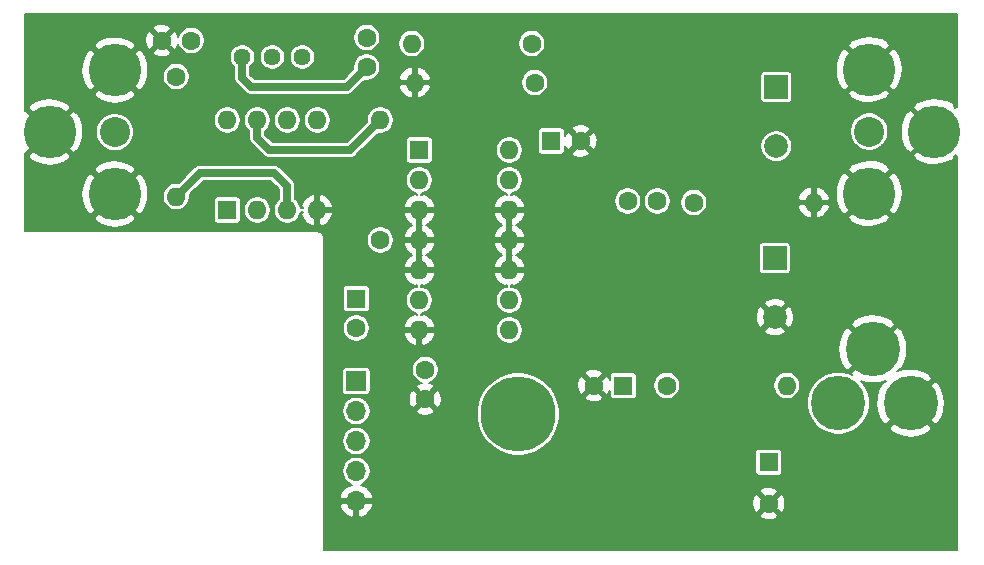
<source format=gbl>
G04 #@! TF.GenerationSoftware,KiCad,Pcbnew,(5.1.10)-1*
G04 #@! TF.CreationDate,2021-10-23T14:25:22-04:00*
G04 #@! TF.ProjectId,AudioAmp380,41756469-6f41-46d7-9033-38302e6b6963,1*
G04 #@! TF.SameCoordinates,Original*
G04 #@! TF.FileFunction,Copper,L2,Bot*
G04 #@! TF.FilePolarity,Positive*
%FSLAX46Y46*%
G04 Gerber Fmt 4.6, Leading zero omitted, Abs format (unit mm)*
G04 Created by KiCad (PCBNEW (5.1.10)-1) date 2021-10-23 14:25:22*
%MOMM*%
%LPD*%
G01*
G04 APERTURE LIST*
G04 #@! TA.AperFunction,ComponentPad*
%ADD10R,1.600000X1.600000*%
G04 #@! TD*
G04 #@! TA.AperFunction,ComponentPad*
%ADD11O,1.600000X1.600000*%
G04 #@! TD*
G04 #@! TA.AperFunction,ComponentPad*
%ADD12C,1.600000*%
G04 #@! TD*
G04 #@! TA.AperFunction,ComponentPad*
%ADD13C,6.350000*%
G04 #@! TD*
G04 #@! TA.AperFunction,ComponentPad*
%ADD14C,4.445000*%
G04 #@! TD*
G04 #@! TA.AperFunction,ComponentPad*
%ADD15C,2.540000*%
G04 #@! TD*
G04 #@! TA.AperFunction,ComponentPad*
%ADD16R,1.700000X1.700000*%
G04 #@! TD*
G04 #@! TA.AperFunction,ComponentPad*
%ADD17O,1.700000X1.700000*%
G04 #@! TD*
G04 #@! TA.AperFunction,ComponentPad*
%ADD18C,2.000000*%
G04 #@! TD*
G04 #@! TA.AperFunction,ComponentPad*
%ADD19R,2.000000X2.000000*%
G04 #@! TD*
G04 #@! TA.AperFunction,ComponentPad*
%ADD20C,4.600000*%
G04 #@! TD*
G04 #@! TA.AperFunction,ComponentPad*
%ADD21C,1.440000*%
G04 #@! TD*
G04 #@! TA.AperFunction,Conductor*
%ADD22C,0.635000*%
G04 #@! TD*
G04 #@! TA.AperFunction,Conductor*
%ADD23C,0.203200*%
G04 #@! TD*
G04 #@! TA.AperFunction,Conductor*
%ADD24C,0.152400*%
G04 #@! TD*
G04 APERTURE END LIST*
D10*
X50058000Y-63258400D03*
D11*
X57678000Y-55638400D03*
X52598000Y-63258400D03*
X55138000Y-55638400D03*
X55138000Y-63258400D03*
X52598000Y-55638400D03*
X57678000Y-63258400D03*
X50058000Y-55638400D03*
X63012000Y-55638400D03*
D12*
X63012000Y-65798400D03*
D11*
X65933000Y-52463400D03*
D12*
X76093000Y-52463400D03*
X45740000Y-51955400D03*
D11*
X45740000Y-62115400D03*
D10*
X95905000Y-84613400D03*
D12*
X95905000Y-88113400D03*
D13*
X74696000Y-80530400D03*
D14*
X35021200Y-56654400D03*
X40533000Y-61899500D03*
X40533000Y-51409300D03*
D15*
X40533000Y-56654400D03*
D14*
X109916800Y-56613400D03*
X104405000Y-51368300D03*
X104405000Y-61858500D03*
D15*
X104405000Y-56613400D03*
D16*
X60980000Y-77736400D03*
D17*
X60980000Y-80276400D03*
X60980000Y-82816400D03*
X60980000Y-85356400D03*
X60980000Y-87896400D03*
D12*
X83967000Y-62496400D03*
X86467000Y-62496400D03*
D10*
X66314000Y-58178400D03*
D11*
X73934000Y-73418400D03*
X66314000Y-60718400D03*
X73934000Y-70878400D03*
X66314000Y-63258400D03*
X73934000Y-68338400D03*
X66314000Y-65798400D03*
X73934000Y-65798400D03*
X66314000Y-68338400D03*
X73934000Y-63258400D03*
X66314000Y-70878400D03*
X73934000Y-60718400D03*
X66314000Y-73418400D03*
X73934000Y-58178400D03*
D12*
X47010000Y-48907400D03*
X44510000Y-48907400D03*
X61869000Y-51153400D03*
X61869000Y-48653400D03*
X75839000Y-49161400D03*
D11*
X65679000Y-49161400D03*
X97429000Y-78113400D03*
D12*
X87269000Y-78113400D03*
X89555000Y-62623400D03*
D11*
X99715000Y-62623400D03*
D10*
X83586000Y-78117400D03*
D12*
X81086000Y-78117400D03*
X60980000Y-73251400D03*
D10*
X60980000Y-70751400D03*
D12*
X66822000Y-79260400D03*
X66822000Y-76760400D03*
D10*
X77490000Y-57416400D03*
D12*
X79990000Y-57416400D03*
D18*
X96413000Y-72322400D03*
D19*
X96413000Y-67322400D03*
X96540000Y-52844400D03*
D18*
X96540000Y-57844400D03*
D20*
X107905000Y-79613400D03*
X101805000Y-79613400D03*
X104705000Y-75013400D03*
D21*
X56408000Y-50304400D03*
X53868000Y-50304400D03*
X51328000Y-50304400D03*
D22*
X51328000Y-50304400D02*
X51328000Y-52082400D01*
X51328000Y-52082400D02*
X52090000Y-52844400D01*
X60178000Y-52844400D02*
X61869000Y-51153400D01*
X52090000Y-52844400D02*
X60178000Y-52844400D01*
X55138000Y-63258400D02*
X55138000Y-61226400D01*
X55138000Y-61226400D02*
X53995000Y-60083400D01*
X47772000Y-60083400D02*
X45740000Y-62115400D01*
X53995000Y-60083400D02*
X47772000Y-60083400D01*
X52598000Y-57162400D02*
X52598000Y-55638400D01*
X53614000Y-58178400D02*
X52598000Y-57162400D01*
X60472000Y-58178400D02*
X53614000Y-58178400D01*
X63012000Y-55638400D02*
X60472000Y-58178400D01*
D23*
X111858901Y-54531622D02*
X111820975Y-54493696D01*
X111710508Y-54604163D01*
X111463827Y-54224823D01*
X110968113Y-53968909D01*
X110431997Y-53814621D01*
X109876083Y-53767889D01*
X109321734Y-53830508D01*
X108790252Y-54000073D01*
X108369773Y-54224823D01*
X108123091Y-54604165D01*
X109916800Y-56397874D01*
X109930943Y-56383732D01*
X110146469Y-56599258D01*
X110132326Y-56613400D01*
X110146469Y-56627543D01*
X109930943Y-56843069D01*
X109916800Y-56828926D01*
X108123091Y-58622635D01*
X108369773Y-59001977D01*
X108865487Y-59257891D01*
X109401603Y-59412179D01*
X109957517Y-59458911D01*
X110511866Y-59396292D01*
X111043348Y-59226727D01*
X111463827Y-59001977D01*
X111710508Y-58622637D01*
X111820975Y-58733104D01*
X111858901Y-58695178D01*
X111858900Y-92067300D01*
X58224100Y-92067300D01*
X58224100Y-88274007D01*
X59570090Y-88274007D01*
X59597911Y-88365738D01*
X59716031Y-88626352D01*
X59882724Y-88858914D01*
X60091585Y-89054487D01*
X60334587Y-89205556D01*
X60602392Y-89306315D01*
X60827600Y-89195628D01*
X60827600Y-88048800D01*
X61132400Y-88048800D01*
X61132400Y-89195628D01*
X61357608Y-89306315D01*
X61625413Y-89205556D01*
X61781628Y-89108440D01*
X95125486Y-89108440D01*
X95200577Y-89342233D01*
X95453845Y-89456048D01*
X95724452Y-89518266D01*
X96001997Y-89526495D01*
X96275814Y-89480420D01*
X96535381Y-89381811D01*
X96609423Y-89342233D01*
X96684514Y-89108440D01*
X95905000Y-88328926D01*
X95125486Y-89108440D01*
X61781628Y-89108440D01*
X61868415Y-89054487D01*
X62077276Y-88858914D01*
X62243969Y-88626352D01*
X62362089Y-88365738D01*
X62389910Y-88274007D01*
X62358382Y-88210397D01*
X94491905Y-88210397D01*
X94537980Y-88484214D01*
X94636589Y-88743781D01*
X94676167Y-88817823D01*
X94909960Y-88892914D01*
X95689474Y-88113400D01*
X96120526Y-88113400D01*
X96900040Y-88892914D01*
X97133833Y-88817823D01*
X97247648Y-88564555D01*
X97309866Y-88293948D01*
X97318095Y-88016403D01*
X97272020Y-87742586D01*
X97173411Y-87483019D01*
X97133833Y-87408977D01*
X96900040Y-87333886D01*
X96120526Y-88113400D01*
X95689474Y-88113400D01*
X94909960Y-87333886D01*
X94676167Y-87408977D01*
X94562352Y-87662245D01*
X94500134Y-87932852D01*
X94491905Y-88210397D01*
X62358382Y-88210397D01*
X62278286Y-88048800D01*
X61132400Y-88048800D01*
X60827600Y-88048800D01*
X59681714Y-88048800D01*
X59570090Y-88274007D01*
X58224100Y-88274007D01*
X58224100Y-87518793D01*
X59570090Y-87518793D01*
X59681714Y-87744000D01*
X60827600Y-87744000D01*
X60827600Y-87724000D01*
X61132400Y-87724000D01*
X61132400Y-87744000D01*
X62278286Y-87744000D01*
X62389910Y-87518793D01*
X62362089Y-87427062D01*
X62243969Y-87166448D01*
X62209502Y-87118360D01*
X95125486Y-87118360D01*
X95905000Y-87897874D01*
X96684514Y-87118360D01*
X96609423Y-86884567D01*
X96356155Y-86770752D01*
X96085548Y-86708534D01*
X95808003Y-86700305D01*
X95534186Y-86746380D01*
X95274619Y-86844989D01*
X95200577Y-86884567D01*
X95125486Y-87118360D01*
X62209502Y-87118360D01*
X62077276Y-86933886D01*
X61868415Y-86738313D01*
X61625413Y-86587244D01*
X61380932Y-86495260D01*
X61551066Y-86424789D01*
X61748525Y-86292850D01*
X61916450Y-86124925D01*
X62048389Y-85927466D01*
X62139269Y-85708060D01*
X62185600Y-85475141D01*
X62185600Y-85237659D01*
X62139269Y-85004740D01*
X62048389Y-84785334D01*
X61916450Y-84587875D01*
X61748525Y-84419950D01*
X61551066Y-84288011D01*
X61331660Y-84197131D01*
X61098741Y-84150800D01*
X60861259Y-84150800D01*
X60628340Y-84197131D01*
X60408934Y-84288011D01*
X60211475Y-84419950D01*
X60043550Y-84587875D01*
X59911611Y-84785334D01*
X59820731Y-85004740D01*
X59774400Y-85237659D01*
X59774400Y-85475141D01*
X59820731Y-85708060D01*
X59911611Y-85927466D01*
X60043550Y-86124925D01*
X60211475Y-86292850D01*
X60408934Y-86424789D01*
X60579068Y-86495260D01*
X60334587Y-86587244D01*
X60091585Y-86738313D01*
X59882724Y-86933886D01*
X59716031Y-87166448D01*
X59597911Y-87427062D01*
X59570090Y-87518793D01*
X58224100Y-87518793D01*
X58224100Y-82697659D01*
X59774400Y-82697659D01*
X59774400Y-82935141D01*
X59820731Y-83168060D01*
X59911611Y-83387466D01*
X60043550Y-83584925D01*
X60211475Y-83752850D01*
X60408934Y-83884789D01*
X60628340Y-83975669D01*
X60861259Y-84022000D01*
X61098741Y-84022000D01*
X61331660Y-83975669D01*
X61551066Y-83884789D01*
X61748525Y-83752850D01*
X61916450Y-83584925D01*
X62048389Y-83387466D01*
X62139269Y-83168060D01*
X62185600Y-82935141D01*
X62185600Y-82697659D01*
X62139269Y-82464740D01*
X62048389Y-82245334D01*
X61916450Y-82047875D01*
X61748525Y-81879950D01*
X61551066Y-81748011D01*
X61331660Y-81657131D01*
X61098741Y-81610800D01*
X60861259Y-81610800D01*
X60628340Y-81657131D01*
X60408934Y-81748011D01*
X60211475Y-81879950D01*
X60043550Y-82047875D01*
X59911611Y-82245334D01*
X59820731Y-82464740D01*
X59774400Y-82697659D01*
X58224100Y-82697659D01*
X58224100Y-80157659D01*
X59774400Y-80157659D01*
X59774400Y-80395141D01*
X59820731Y-80628060D01*
X59911611Y-80847466D01*
X60043550Y-81044925D01*
X60211475Y-81212850D01*
X60408934Y-81344789D01*
X60628340Y-81435669D01*
X60861259Y-81482000D01*
X61098741Y-81482000D01*
X61331660Y-81435669D01*
X61551066Y-81344789D01*
X61748525Y-81212850D01*
X61916450Y-81044925D01*
X62048389Y-80847466D01*
X62139269Y-80628060D01*
X62185600Y-80395141D01*
X62185600Y-80255440D01*
X66042486Y-80255440D01*
X66117577Y-80489233D01*
X66370845Y-80603048D01*
X66641452Y-80665266D01*
X66918997Y-80673495D01*
X67192814Y-80627420D01*
X67452381Y-80528811D01*
X67526423Y-80489233D01*
X67601514Y-80255440D01*
X67528740Y-80182666D01*
X71165400Y-80182666D01*
X71165400Y-80878134D01*
X71301079Y-81560238D01*
X71567223Y-82202766D01*
X71953604Y-82781026D01*
X72445374Y-83272796D01*
X73023634Y-83659177D01*
X73666162Y-83925321D01*
X74348266Y-84061000D01*
X75043734Y-84061000D01*
X75725838Y-83925321D01*
X75996039Y-83813400D01*
X94747680Y-83813400D01*
X94747680Y-85413400D01*
X94754546Y-85483110D01*
X94774879Y-85550140D01*
X94807899Y-85611916D01*
X94852337Y-85666063D01*
X94906484Y-85710501D01*
X94968260Y-85743521D01*
X95035290Y-85763854D01*
X95105000Y-85770720D01*
X96705000Y-85770720D01*
X96774710Y-85763854D01*
X96841740Y-85743521D01*
X96903516Y-85710501D01*
X96957663Y-85666063D01*
X97002101Y-85611916D01*
X97035121Y-85550140D01*
X97055454Y-85483110D01*
X97062320Y-85413400D01*
X97062320Y-83813400D01*
X97055454Y-83743690D01*
X97035121Y-83676660D01*
X97002101Y-83614884D01*
X96957663Y-83560737D01*
X96903516Y-83516299D01*
X96841740Y-83483279D01*
X96774710Y-83462946D01*
X96705000Y-83456080D01*
X95105000Y-83456080D01*
X95035290Y-83462946D01*
X94968260Y-83483279D01*
X94906484Y-83516299D01*
X94852337Y-83560737D01*
X94807899Y-83614884D01*
X94774879Y-83676660D01*
X94754546Y-83743690D01*
X94747680Y-83813400D01*
X75996039Y-83813400D01*
X76368366Y-83659177D01*
X76946626Y-83272796D01*
X77438396Y-82781026D01*
X77824777Y-82202766D01*
X78090921Y-81560238D01*
X78226600Y-80878134D01*
X78226600Y-80182666D01*
X78090921Y-79500562D01*
X77930156Y-79112440D01*
X80306486Y-79112440D01*
X80381577Y-79346233D01*
X80634845Y-79460048D01*
X80905452Y-79522266D01*
X81182997Y-79530495D01*
X81456814Y-79484420D01*
X81716381Y-79385811D01*
X81779922Y-79351846D01*
X99149400Y-79351846D01*
X99149400Y-79874954D01*
X99251454Y-80388010D01*
X99451638Y-80871298D01*
X99742261Y-81306246D01*
X100112154Y-81676139D01*
X100547102Y-81966762D01*
X101030390Y-82166946D01*
X101543446Y-82269000D01*
X102066554Y-82269000D01*
X102579610Y-82166946D01*
X103062898Y-81966762D01*
X103495379Y-81677787D01*
X106056139Y-81677787D01*
X106312136Y-82065068D01*
X106821039Y-82328712D01*
X107371598Y-82488009D01*
X107942655Y-82536835D01*
X108512265Y-82473317D01*
X109058539Y-82299892D01*
X109497864Y-82065068D01*
X109753861Y-81677787D01*
X107905000Y-79828926D01*
X106056139Y-81677787D01*
X103495379Y-81677787D01*
X103497846Y-81676139D01*
X103867739Y-81306246D01*
X104158362Y-80871298D01*
X104358546Y-80388010D01*
X104460600Y-79874954D01*
X104460600Y-79351846D01*
X104358546Y-78838790D01*
X104158362Y-78355502D01*
X103867739Y-77920554D01*
X103698232Y-77751047D01*
X104171598Y-77888009D01*
X104742655Y-77936835D01*
X105312265Y-77873317D01*
X105795861Y-77719790D01*
X105840611Y-77764540D01*
X105453332Y-78020536D01*
X105189688Y-78529439D01*
X105030391Y-79079998D01*
X104981565Y-79651055D01*
X105045083Y-80220665D01*
X105218508Y-80766939D01*
X105453332Y-81206264D01*
X105840613Y-81462261D01*
X107689474Y-79613400D01*
X108120526Y-79613400D01*
X109969387Y-81462261D01*
X110356668Y-81206264D01*
X110620312Y-80697361D01*
X110779609Y-80146802D01*
X110828435Y-79575745D01*
X110764917Y-79006135D01*
X110591492Y-78459861D01*
X110356668Y-78020536D01*
X109969387Y-77764539D01*
X108120526Y-79613400D01*
X107689474Y-79613400D01*
X107675332Y-79599258D01*
X107890858Y-79383732D01*
X107905000Y-79397874D01*
X109753861Y-77549013D01*
X109497864Y-77161732D01*
X108988961Y-76898088D01*
X108438402Y-76738791D01*
X107867345Y-76689965D01*
X107297735Y-76753483D01*
X106814139Y-76907010D01*
X106769389Y-76862260D01*
X107156668Y-76606264D01*
X107420312Y-76097361D01*
X107579609Y-75546802D01*
X107628435Y-74975745D01*
X107564917Y-74406135D01*
X107391492Y-73859861D01*
X107156668Y-73420536D01*
X106769387Y-73164539D01*
X104920526Y-75013400D01*
X104934669Y-75027543D01*
X104719143Y-75243069D01*
X104705000Y-75228926D01*
X102856139Y-77077787D01*
X102944075Y-77210820D01*
X102579610Y-77059854D01*
X102066554Y-76957800D01*
X101543446Y-76957800D01*
X101030390Y-77059854D01*
X100547102Y-77260038D01*
X100112154Y-77550661D01*
X99742261Y-77920554D01*
X99451638Y-78355502D01*
X99251454Y-78838790D01*
X99149400Y-79351846D01*
X81779922Y-79351846D01*
X81790423Y-79346233D01*
X81865514Y-79112440D01*
X81086000Y-78332926D01*
X80306486Y-79112440D01*
X77930156Y-79112440D01*
X77824777Y-78858034D01*
X77438396Y-78279774D01*
X77373019Y-78214397D01*
X79672905Y-78214397D01*
X79718980Y-78488214D01*
X79817589Y-78747781D01*
X79857167Y-78821823D01*
X80090960Y-78896914D01*
X80870474Y-78117400D01*
X81301526Y-78117400D01*
X82081040Y-78896914D01*
X82314833Y-78821823D01*
X82428648Y-78568555D01*
X82428680Y-78568416D01*
X82428680Y-78917400D01*
X82435546Y-78987110D01*
X82455879Y-79054140D01*
X82488899Y-79115916D01*
X82533337Y-79170063D01*
X82587484Y-79214501D01*
X82649260Y-79247521D01*
X82716290Y-79267854D01*
X82786000Y-79274720D01*
X84386000Y-79274720D01*
X84455710Y-79267854D01*
X84522740Y-79247521D01*
X84584516Y-79214501D01*
X84638663Y-79170063D01*
X84683101Y-79115916D01*
X84716121Y-79054140D01*
X84736454Y-78987110D01*
X84743320Y-78917400D01*
X84743320Y-77999583D01*
X86113400Y-77999583D01*
X86113400Y-78227217D01*
X86157809Y-78450476D01*
X86244921Y-78660782D01*
X86371387Y-78850052D01*
X86532348Y-79011013D01*
X86721618Y-79137479D01*
X86931924Y-79224591D01*
X87155183Y-79269000D01*
X87382817Y-79269000D01*
X87606076Y-79224591D01*
X87816382Y-79137479D01*
X88005652Y-79011013D01*
X88166613Y-78850052D01*
X88293079Y-78660782D01*
X88380191Y-78450476D01*
X88424600Y-78227217D01*
X88424600Y-77999583D01*
X96273400Y-77999583D01*
X96273400Y-78227217D01*
X96317809Y-78450476D01*
X96404921Y-78660782D01*
X96531387Y-78850052D01*
X96692348Y-79011013D01*
X96881618Y-79137479D01*
X97091924Y-79224591D01*
X97315183Y-79269000D01*
X97542817Y-79269000D01*
X97766076Y-79224591D01*
X97976382Y-79137479D01*
X98165652Y-79011013D01*
X98326613Y-78850052D01*
X98453079Y-78660782D01*
X98540191Y-78450476D01*
X98584600Y-78227217D01*
X98584600Y-77999583D01*
X98540191Y-77776324D01*
X98453079Y-77566018D01*
X98326613Y-77376748D01*
X98165652Y-77215787D01*
X97976382Y-77089321D01*
X97766076Y-77002209D01*
X97542817Y-76957800D01*
X97315183Y-76957800D01*
X97091924Y-77002209D01*
X96881618Y-77089321D01*
X96692348Y-77215787D01*
X96531387Y-77376748D01*
X96404921Y-77566018D01*
X96317809Y-77776324D01*
X96273400Y-77999583D01*
X88424600Y-77999583D01*
X88380191Y-77776324D01*
X88293079Y-77566018D01*
X88166613Y-77376748D01*
X88005652Y-77215787D01*
X87816382Y-77089321D01*
X87606076Y-77002209D01*
X87382817Y-76957800D01*
X87155183Y-76957800D01*
X86931924Y-77002209D01*
X86721618Y-77089321D01*
X86532348Y-77215787D01*
X86371387Y-77376748D01*
X86244921Y-77566018D01*
X86157809Y-77776324D01*
X86113400Y-77999583D01*
X84743320Y-77999583D01*
X84743320Y-77317400D01*
X84736454Y-77247690D01*
X84716121Y-77180660D01*
X84683101Y-77118884D01*
X84638663Y-77064737D01*
X84584516Y-77020299D01*
X84522740Y-76987279D01*
X84455710Y-76966946D01*
X84386000Y-76960080D01*
X82786000Y-76960080D01*
X82716290Y-76966946D01*
X82649260Y-76987279D01*
X82587484Y-77020299D01*
X82533337Y-77064737D01*
X82488899Y-77118884D01*
X82455879Y-77180660D01*
X82435546Y-77247690D01*
X82428680Y-77317400D01*
X82428680Y-77682516D01*
X82354411Y-77487019D01*
X82314833Y-77412977D01*
X82081040Y-77337886D01*
X81301526Y-78117400D01*
X80870474Y-78117400D01*
X80090960Y-77337886D01*
X79857167Y-77412977D01*
X79743352Y-77666245D01*
X79681134Y-77936852D01*
X79672905Y-78214397D01*
X77373019Y-78214397D01*
X76946626Y-77788004D01*
X76368366Y-77401623D01*
X75725838Y-77135479D01*
X75659885Y-77122360D01*
X80306486Y-77122360D01*
X81086000Y-77901874D01*
X81865514Y-77122360D01*
X81790423Y-76888567D01*
X81537155Y-76774752D01*
X81266548Y-76712534D01*
X80989003Y-76704305D01*
X80715186Y-76750380D01*
X80455619Y-76848989D01*
X80381577Y-76888567D01*
X80306486Y-77122360D01*
X75659885Y-77122360D01*
X75043734Y-76999800D01*
X74348266Y-76999800D01*
X73666162Y-77135479D01*
X73023634Y-77401623D01*
X72445374Y-77788004D01*
X71953604Y-78279774D01*
X71567223Y-78858034D01*
X71301079Y-79500562D01*
X71165400Y-80182666D01*
X67528740Y-80182666D01*
X66822000Y-79475926D01*
X66042486Y-80255440D01*
X62185600Y-80255440D01*
X62185600Y-80157659D01*
X62139269Y-79924740D01*
X62048389Y-79705334D01*
X61916450Y-79507875D01*
X61765972Y-79357397D01*
X65408905Y-79357397D01*
X65454980Y-79631214D01*
X65553589Y-79890781D01*
X65593167Y-79964823D01*
X65826960Y-80039914D01*
X66606474Y-79260400D01*
X67037526Y-79260400D01*
X67817040Y-80039914D01*
X68050833Y-79964823D01*
X68164648Y-79711555D01*
X68226866Y-79440948D01*
X68235095Y-79163403D01*
X68189020Y-78889586D01*
X68090411Y-78630019D01*
X68050833Y-78555977D01*
X67817040Y-78480886D01*
X67037526Y-79260400D01*
X66606474Y-79260400D01*
X65826960Y-78480886D01*
X65593167Y-78555977D01*
X65479352Y-78809245D01*
X65417134Y-79079852D01*
X65408905Y-79357397D01*
X61765972Y-79357397D01*
X61748525Y-79339950D01*
X61551066Y-79208011D01*
X61331660Y-79117131D01*
X61098741Y-79070800D01*
X60861259Y-79070800D01*
X60628340Y-79117131D01*
X60408934Y-79208011D01*
X60211475Y-79339950D01*
X60043550Y-79507875D01*
X59911611Y-79705334D01*
X59820731Y-79924740D01*
X59774400Y-80157659D01*
X58224100Y-80157659D01*
X58224100Y-76886400D01*
X59772680Y-76886400D01*
X59772680Y-78586400D01*
X59779546Y-78656110D01*
X59799879Y-78723140D01*
X59832899Y-78784916D01*
X59877337Y-78839063D01*
X59931484Y-78883501D01*
X59993260Y-78916521D01*
X60060290Y-78936854D01*
X60130000Y-78943720D01*
X61830000Y-78943720D01*
X61899710Y-78936854D01*
X61966740Y-78916521D01*
X62028516Y-78883501D01*
X62082663Y-78839063D01*
X62127101Y-78784916D01*
X62160121Y-78723140D01*
X62180454Y-78656110D01*
X62187320Y-78586400D01*
X62187320Y-76886400D01*
X62180454Y-76816690D01*
X62160121Y-76749660D01*
X62127101Y-76687884D01*
X62093206Y-76646583D01*
X65666400Y-76646583D01*
X65666400Y-76874217D01*
X65710809Y-77097476D01*
X65797921Y-77307782D01*
X65924387Y-77497052D01*
X66085348Y-77658013D01*
X66274618Y-77784479D01*
X66484924Y-77871591D01*
X66528804Y-77880319D01*
X66451186Y-77893380D01*
X66191619Y-77991989D01*
X66117577Y-78031567D01*
X66042486Y-78265360D01*
X66822000Y-79044874D01*
X67601514Y-78265360D01*
X67526423Y-78031567D01*
X67273155Y-77917752D01*
X67112596Y-77880836D01*
X67159076Y-77871591D01*
X67369382Y-77784479D01*
X67558652Y-77658013D01*
X67719613Y-77497052D01*
X67846079Y-77307782D01*
X67933191Y-77097476D01*
X67977600Y-76874217D01*
X67977600Y-76646583D01*
X67933191Y-76423324D01*
X67846079Y-76213018D01*
X67719613Y-76023748D01*
X67558652Y-75862787D01*
X67369382Y-75736321D01*
X67159076Y-75649209D01*
X66935817Y-75604800D01*
X66708183Y-75604800D01*
X66484924Y-75649209D01*
X66274618Y-75736321D01*
X66085348Y-75862787D01*
X65924387Y-76023748D01*
X65797921Y-76213018D01*
X65710809Y-76423324D01*
X65666400Y-76646583D01*
X62093206Y-76646583D01*
X62082663Y-76633737D01*
X62028516Y-76589299D01*
X61966740Y-76556279D01*
X61899710Y-76535946D01*
X61830000Y-76529080D01*
X60130000Y-76529080D01*
X60060290Y-76535946D01*
X59993260Y-76556279D01*
X59931484Y-76589299D01*
X59877337Y-76633737D01*
X59832899Y-76687884D01*
X59799879Y-76749660D01*
X59779546Y-76816690D01*
X59772680Y-76886400D01*
X58224100Y-76886400D01*
X58224100Y-75051055D01*
X101781565Y-75051055D01*
X101845083Y-75620665D01*
X102018508Y-76166939D01*
X102253332Y-76606264D01*
X102640613Y-76862261D01*
X104489474Y-75013400D01*
X102640613Y-73164539D01*
X102253332Y-73420536D01*
X101989688Y-73929439D01*
X101830391Y-74479998D01*
X101781565Y-75051055D01*
X58224100Y-75051055D01*
X58224100Y-73137583D01*
X59824400Y-73137583D01*
X59824400Y-73365217D01*
X59868809Y-73588476D01*
X59955921Y-73798782D01*
X60082387Y-73988052D01*
X60243348Y-74149013D01*
X60432618Y-74275479D01*
X60642924Y-74362591D01*
X60866183Y-74407000D01*
X61093817Y-74407000D01*
X61317076Y-74362591D01*
X61527382Y-74275479D01*
X61716652Y-74149013D01*
X61877613Y-73988052D01*
X62004079Y-73798782D01*
X62008486Y-73788141D01*
X64953756Y-73788141D01*
X64977577Y-73866685D01*
X65090712Y-74118795D01*
X65250857Y-74343989D01*
X65451858Y-74533613D01*
X65685991Y-74680380D01*
X65944258Y-74778650D01*
X66161600Y-74667343D01*
X66161600Y-73570800D01*
X66466400Y-73570800D01*
X66466400Y-74667343D01*
X66683742Y-74778650D01*
X66942009Y-74680380D01*
X67176142Y-74533613D01*
X67377143Y-74343989D01*
X67537288Y-74118795D01*
X67650423Y-73866685D01*
X67674244Y-73788141D01*
X67561929Y-73570800D01*
X66466400Y-73570800D01*
X66161600Y-73570800D01*
X65066071Y-73570800D01*
X64953756Y-73788141D01*
X62008486Y-73788141D01*
X62091191Y-73588476D01*
X62135600Y-73365217D01*
X62135600Y-73304583D01*
X72778400Y-73304583D01*
X72778400Y-73532217D01*
X72822809Y-73755476D01*
X72909921Y-73965782D01*
X73036387Y-74155052D01*
X73197348Y-74316013D01*
X73386618Y-74442479D01*
X73596924Y-74529591D01*
X73820183Y-74574000D01*
X74047817Y-74574000D01*
X74271076Y-74529591D01*
X74481382Y-74442479D01*
X74670652Y-74316013D01*
X74831613Y-74155052D01*
X74958079Y-73965782D01*
X75045191Y-73755476D01*
X75089600Y-73532217D01*
X75089600Y-73460445D01*
X95490481Y-73460445D01*
X95589847Y-73714651D01*
X95877278Y-73848488D01*
X96185297Y-73923679D01*
X96502066Y-73937334D01*
X96815413Y-73888927D01*
X97113295Y-73780320D01*
X97236153Y-73714651D01*
X97335519Y-73460445D01*
X96413000Y-72537926D01*
X95490481Y-73460445D01*
X75089600Y-73460445D01*
X75089600Y-73304583D01*
X75045191Y-73081324D01*
X74958079Y-72871018D01*
X74831613Y-72681748D01*
X74670652Y-72520787D01*
X74507042Y-72411466D01*
X94798066Y-72411466D01*
X94846473Y-72724813D01*
X94955080Y-73022695D01*
X95020749Y-73145553D01*
X95274955Y-73244919D01*
X96197474Y-72322400D01*
X96628526Y-72322400D01*
X97551045Y-73244919D01*
X97805251Y-73145553D01*
X97896766Y-72949013D01*
X102856139Y-72949013D01*
X104705000Y-74797874D01*
X106553861Y-72949013D01*
X106297864Y-72561732D01*
X105788961Y-72298088D01*
X105238402Y-72138791D01*
X104667345Y-72089965D01*
X104097735Y-72153483D01*
X103551461Y-72326908D01*
X103112136Y-72561732D01*
X102856139Y-72949013D01*
X97896766Y-72949013D01*
X97939088Y-72858122D01*
X98014279Y-72550103D01*
X98027934Y-72233334D01*
X97979527Y-71919987D01*
X97870920Y-71622105D01*
X97805251Y-71499247D01*
X97551045Y-71399881D01*
X96628526Y-72322400D01*
X96197474Y-72322400D01*
X95274955Y-71399881D01*
X95020749Y-71499247D01*
X94886912Y-71786678D01*
X94811721Y-72094697D01*
X94798066Y-72411466D01*
X74507042Y-72411466D01*
X74481382Y-72394321D01*
X74271076Y-72307209D01*
X74047817Y-72262800D01*
X73820183Y-72262800D01*
X73596924Y-72307209D01*
X73386618Y-72394321D01*
X73197348Y-72520787D01*
X73036387Y-72681748D01*
X72909921Y-72871018D01*
X72822809Y-73081324D01*
X72778400Y-73304583D01*
X62135600Y-73304583D01*
X62135600Y-73137583D01*
X62091191Y-72914324D01*
X62004079Y-72704018D01*
X61877613Y-72514748D01*
X61716652Y-72353787D01*
X61527382Y-72227321D01*
X61317076Y-72140209D01*
X61093817Y-72095800D01*
X60866183Y-72095800D01*
X60642924Y-72140209D01*
X60432618Y-72227321D01*
X60243348Y-72353787D01*
X60082387Y-72514748D01*
X59955921Y-72704018D01*
X59868809Y-72914324D01*
X59824400Y-73137583D01*
X58224100Y-73137583D01*
X58224100Y-69951400D01*
X59822680Y-69951400D01*
X59822680Y-71551400D01*
X59829546Y-71621110D01*
X59849879Y-71688140D01*
X59882899Y-71749916D01*
X59927337Y-71804063D01*
X59981484Y-71848501D01*
X60043260Y-71881521D01*
X60110290Y-71901854D01*
X60180000Y-71908720D01*
X61780000Y-71908720D01*
X61849710Y-71901854D01*
X61916740Y-71881521D01*
X61978516Y-71848501D01*
X62032663Y-71804063D01*
X62077101Y-71749916D01*
X62110121Y-71688140D01*
X62130454Y-71621110D01*
X62137320Y-71551400D01*
X62137320Y-69951400D01*
X62130454Y-69881690D01*
X62110121Y-69814660D01*
X62077101Y-69752884D01*
X62032663Y-69698737D01*
X61978516Y-69654299D01*
X61916740Y-69621279D01*
X61849710Y-69600946D01*
X61780000Y-69594080D01*
X60180000Y-69594080D01*
X60110290Y-69600946D01*
X60043260Y-69621279D01*
X59981484Y-69654299D01*
X59927337Y-69698737D01*
X59882899Y-69752884D01*
X59849879Y-69814660D01*
X59829546Y-69881690D01*
X59822680Y-69951400D01*
X58224100Y-69951400D01*
X58224100Y-68708141D01*
X64953756Y-68708141D01*
X64977577Y-68786685D01*
X65090712Y-69038795D01*
X65250857Y-69263989D01*
X65451858Y-69453613D01*
X65685991Y-69600380D01*
X65944258Y-69698650D01*
X66161598Y-69587344D01*
X66161598Y-69730475D01*
X65976924Y-69767209D01*
X65766618Y-69854321D01*
X65577348Y-69980787D01*
X65416387Y-70141748D01*
X65289921Y-70331018D01*
X65202809Y-70541324D01*
X65158400Y-70764583D01*
X65158400Y-70992217D01*
X65202809Y-71215476D01*
X65289921Y-71425782D01*
X65416387Y-71615052D01*
X65577348Y-71776013D01*
X65766618Y-71902479D01*
X65976924Y-71989591D01*
X66161598Y-72026325D01*
X66161598Y-72169456D01*
X65944258Y-72058150D01*
X65685991Y-72156420D01*
X65451858Y-72303187D01*
X65250857Y-72492811D01*
X65090712Y-72718005D01*
X64977577Y-72970115D01*
X64953756Y-73048659D01*
X65066071Y-73266000D01*
X66161600Y-73266000D01*
X66161600Y-73246000D01*
X66466400Y-73246000D01*
X66466400Y-73266000D01*
X67561929Y-73266000D01*
X67674244Y-73048659D01*
X67650423Y-72970115D01*
X67537288Y-72718005D01*
X67377143Y-72492811D01*
X67176142Y-72303187D01*
X66942009Y-72156420D01*
X66683742Y-72058150D01*
X66466402Y-72169456D01*
X66466402Y-72026325D01*
X66651076Y-71989591D01*
X66861382Y-71902479D01*
X67050652Y-71776013D01*
X67211613Y-71615052D01*
X67338079Y-71425782D01*
X67425191Y-71215476D01*
X67469600Y-70992217D01*
X67469600Y-70764583D01*
X67425191Y-70541324D01*
X67338079Y-70331018D01*
X67211613Y-70141748D01*
X67050652Y-69980787D01*
X66861382Y-69854321D01*
X66651076Y-69767209D01*
X66466402Y-69730475D01*
X66466402Y-69587344D01*
X66683742Y-69698650D01*
X66942009Y-69600380D01*
X67176142Y-69453613D01*
X67377143Y-69263989D01*
X67537288Y-69038795D01*
X67650423Y-68786685D01*
X67674244Y-68708141D01*
X72573756Y-68708141D01*
X72597577Y-68786685D01*
X72710712Y-69038795D01*
X72870857Y-69263989D01*
X73071858Y-69453613D01*
X73305991Y-69600380D01*
X73564258Y-69698650D01*
X73781598Y-69587344D01*
X73781598Y-69730475D01*
X73596924Y-69767209D01*
X73386618Y-69854321D01*
X73197348Y-69980787D01*
X73036387Y-70141748D01*
X72909921Y-70331018D01*
X72822809Y-70541324D01*
X72778400Y-70764583D01*
X72778400Y-70992217D01*
X72822809Y-71215476D01*
X72909921Y-71425782D01*
X73036387Y-71615052D01*
X73197348Y-71776013D01*
X73386618Y-71902479D01*
X73596924Y-71989591D01*
X73820183Y-72034000D01*
X74047817Y-72034000D01*
X74271076Y-71989591D01*
X74481382Y-71902479D01*
X74670652Y-71776013D01*
X74831613Y-71615052D01*
X74958079Y-71425782D01*
X75045191Y-71215476D01*
X75051381Y-71184355D01*
X95490481Y-71184355D01*
X96413000Y-72106874D01*
X97335519Y-71184355D01*
X97236153Y-70930149D01*
X96948722Y-70796312D01*
X96640703Y-70721121D01*
X96323934Y-70707466D01*
X96010587Y-70755873D01*
X95712705Y-70864480D01*
X95589847Y-70930149D01*
X95490481Y-71184355D01*
X75051381Y-71184355D01*
X75089600Y-70992217D01*
X75089600Y-70764583D01*
X75045191Y-70541324D01*
X74958079Y-70331018D01*
X74831613Y-70141748D01*
X74670652Y-69980787D01*
X74481382Y-69854321D01*
X74271076Y-69767209D01*
X74086402Y-69730475D01*
X74086402Y-69587344D01*
X74303742Y-69698650D01*
X74562009Y-69600380D01*
X74796142Y-69453613D01*
X74997143Y-69263989D01*
X75157288Y-69038795D01*
X75270423Y-68786685D01*
X75294244Y-68708141D01*
X75181929Y-68490800D01*
X74086400Y-68490800D01*
X74086400Y-68510800D01*
X73781600Y-68510800D01*
X73781600Y-68490800D01*
X72686071Y-68490800D01*
X72573756Y-68708141D01*
X67674244Y-68708141D01*
X67561929Y-68490800D01*
X66466400Y-68490800D01*
X66466400Y-68510800D01*
X66161600Y-68510800D01*
X66161600Y-68490800D01*
X65066071Y-68490800D01*
X64953756Y-68708141D01*
X58224100Y-68708141D01*
X58224100Y-65684583D01*
X61856400Y-65684583D01*
X61856400Y-65912217D01*
X61900809Y-66135476D01*
X61987921Y-66345782D01*
X62114387Y-66535052D01*
X62275348Y-66696013D01*
X62464618Y-66822479D01*
X62674924Y-66909591D01*
X62898183Y-66954000D01*
X63125817Y-66954000D01*
X63349076Y-66909591D01*
X63559382Y-66822479D01*
X63748652Y-66696013D01*
X63909613Y-66535052D01*
X64036079Y-66345782D01*
X64109660Y-66168141D01*
X64953756Y-66168141D01*
X64977577Y-66246685D01*
X65090712Y-66498795D01*
X65250857Y-66723989D01*
X65451858Y-66913613D01*
X65685991Y-67060380D01*
X65707069Y-67068400D01*
X65685991Y-67076420D01*
X65451858Y-67223187D01*
X65250857Y-67412811D01*
X65090712Y-67638005D01*
X64977577Y-67890115D01*
X64953756Y-67968659D01*
X65066071Y-68186000D01*
X66161600Y-68186000D01*
X66161600Y-67089457D01*
X66120483Y-67068400D01*
X66161600Y-67047343D01*
X66161600Y-65950800D01*
X66466400Y-65950800D01*
X66466400Y-67047343D01*
X66507517Y-67068400D01*
X66466400Y-67089457D01*
X66466400Y-68186000D01*
X67561929Y-68186000D01*
X67674244Y-67968659D01*
X67650423Y-67890115D01*
X67537288Y-67638005D01*
X67377143Y-67412811D01*
X67176142Y-67223187D01*
X66942009Y-67076420D01*
X66920931Y-67068400D01*
X66942009Y-67060380D01*
X67176142Y-66913613D01*
X67377143Y-66723989D01*
X67537288Y-66498795D01*
X67650423Y-66246685D01*
X67674244Y-66168141D01*
X72573756Y-66168141D01*
X72597577Y-66246685D01*
X72710712Y-66498795D01*
X72870857Y-66723989D01*
X73071858Y-66913613D01*
X73305991Y-67060380D01*
X73327069Y-67068400D01*
X73305991Y-67076420D01*
X73071858Y-67223187D01*
X72870857Y-67412811D01*
X72710712Y-67638005D01*
X72597577Y-67890115D01*
X72573756Y-67968659D01*
X72686071Y-68186000D01*
X73781600Y-68186000D01*
X73781600Y-67089457D01*
X73740483Y-67068400D01*
X73781600Y-67047343D01*
X73781600Y-65950800D01*
X74086400Y-65950800D01*
X74086400Y-67047343D01*
X74127517Y-67068400D01*
X74086400Y-67089457D01*
X74086400Y-68186000D01*
X75181929Y-68186000D01*
X75294244Y-67968659D01*
X75270423Y-67890115D01*
X75157288Y-67638005D01*
X74997143Y-67412811D01*
X74796142Y-67223187D01*
X74562009Y-67076420D01*
X74540931Y-67068400D01*
X74562009Y-67060380D01*
X74796142Y-66913613D01*
X74997143Y-66723989D01*
X75157288Y-66498795D01*
X75236445Y-66322400D01*
X95055680Y-66322400D01*
X95055680Y-68322400D01*
X95062546Y-68392110D01*
X95082879Y-68459140D01*
X95115899Y-68520916D01*
X95160337Y-68575063D01*
X95214484Y-68619501D01*
X95276260Y-68652521D01*
X95343290Y-68672854D01*
X95413000Y-68679720D01*
X97413000Y-68679720D01*
X97482710Y-68672854D01*
X97549740Y-68652521D01*
X97611516Y-68619501D01*
X97665663Y-68575063D01*
X97710101Y-68520916D01*
X97743121Y-68459140D01*
X97763454Y-68392110D01*
X97770320Y-68322400D01*
X97770320Y-66322400D01*
X97763454Y-66252690D01*
X97743121Y-66185660D01*
X97710101Y-66123884D01*
X97665663Y-66069737D01*
X97611516Y-66025299D01*
X97549740Y-65992279D01*
X97482710Y-65971946D01*
X97413000Y-65965080D01*
X95413000Y-65965080D01*
X95343290Y-65971946D01*
X95276260Y-65992279D01*
X95214484Y-66025299D01*
X95160337Y-66069737D01*
X95115899Y-66123884D01*
X95082879Y-66185660D01*
X95062546Y-66252690D01*
X95055680Y-66322400D01*
X75236445Y-66322400D01*
X75270423Y-66246685D01*
X75294244Y-66168141D01*
X75181929Y-65950800D01*
X74086400Y-65950800D01*
X73781600Y-65950800D01*
X72686071Y-65950800D01*
X72573756Y-66168141D01*
X67674244Y-66168141D01*
X67561929Y-65950800D01*
X66466400Y-65950800D01*
X66161600Y-65950800D01*
X65066071Y-65950800D01*
X64953756Y-66168141D01*
X64109660Y-66168141D01*
X64123191Y-66135476D01*
X64167600Y-65912217D01*
X64167600Y-65684583D01*
X64123191Y-65461324D01*
X64036079Y-65251018D01*
X63909613Y-65061748D01*
X63748652Y-64900787D01*
X63559382Y-64774321D01*
X63349076Y-64687209D01*
X63125817Y-64642800D01*
X62898183Y-64642800D01*
X62674924Y-64687209D01*
X62464618Y-64774321D01*
X62275348Y-64900787D01*
X62114387Y-65061748D01*
X61987921Y-65251018D01*
X61900809Y-65461324D01*
X61856400Y-65684583D01*
X58224100Y-65684583D01*
X58224100Y-65640223D01*
X58226742Y-65613400D01*
X58216198Y-65506346D01*
X58184972Y-65403406D01*
X58134262Y-65308535D01*
X58066019Y-65225381D01*
X57982865Y-65157138D01*
X57887994Y-65106428D01*
X57785054Y-65075202D01*
X57704824Y-65067300D01*
X57678000Y-65064658D01*
X57651176Y-65067300D01*
X32951100Y-65067300D01*
X32951100Y-63908735D01*
X38739291Y-63908735D01*
X38985973Y-64288077D01*
X39481687Y-64543991D01*
X40017803Y-64698279D01*
X40573717Y-64745011D01*
X41128066Y-64682392D01*
X41659548Y-64512827D01*
X42080027Y-64288077D01*
X42326709Y-63908735D01*
X40533000Y-62115026D01*
X38739291Y-63908735D01*
X32951100Y-63908735D01*
X32951100Y-61940217D01*
X37687489Y-61940217D01*
X37750108Y-62494566D01*
X37919673Y-63026048D01*
X38144423Y-63446527D01*
X38523765Y-63693209D01*
X40317474Y-61899500D01*
X40748526Y-61899500D01*
X42542235Y-63693209D01*
X42921577Y-63446527D01*
X43177491Y-62950813D01*
X43331779Y-62414697D01*
X43366506Y-62001583D01*
X44584400Y-62001583D01*
X44584400Y-62229217D01*
X44628809Y-62452476D01*
X44715921Y-62662782D01*
X44842387Y-62852052D01*
X45003348Y-63013013D01*
X45192618Y-63139479D01*
X45402924Y-63226591D01*
X45626183Y-63271000D01*
X45853817Y-63271000D01*
X46077076Y-63226591D01*
X46287382Y-63139479D01*
X46476652Y-63013013D01*
X46637613Y-62852052D01*
X46764079Y-62662782D01*
X46848737Y-62458400D01*
X48900680Y-62458400D01*
X48900680Y-64058400D01*
X48907546Y-64128110D01*
X48927879Y-64195140D01*
X48960899Y-64256916D01*
X49005337Y-64311063D01*
X49059484Y-64355501D01*
X49121260Y-64388521D01*
X49188290Y-64408854D01*
X49258000Y-64415720D01*
X50858000Y-64415720D01*
X50927710Y-64408854D01*
X50994740Y-64388521D01*
X51056516Y-64355501D01*
X51110663Y-64311063D01*
X51155101Y-64256916D01*
X51188121Y-64195140D01*
X51208454Y-64128110D01*
X51215320Y-64058400D01*
X51215320Y-63144583D01*
X51442400Y-63144583D01*
X51442400Y-63372217D01*
X51486809Y-63595476D01*
X51573921Y-63805782D01*
X51700387Y-63995052D01*
X51861348Y-64156013D01*
X52050618Y-64282479D01*
X52260924Y-64369591D01*
X52484183Y-64414000D01*
X52711817Y-64414000D01*
X52935076Y-64369591D01*
X53145382Y-64282479D01*
X53334652Y-64156013D01*
X53495613Y-63995052D01*
X53622079Y-63805782D01*
X53709191Y-63595476D01*
X53753600Y-63372217D01*
X53753600Y-63144583D01*
X53709191Y-62921324D01*
X53622079Y-62711018D01*
X53495613Y-62521748D01*
X53334652Y-62360787D01*
X53145382Y-62234321D01*
X52935076Y-62147209D01*
X52711817Y-62102800D01*
X52484183Y-62102800D01*
X52260924Y-62147209D01*
X52050618Y-62234321D01*
X51861348Y-62360787D01*
X51700387Y-62521748D01*
X51573921Y-62711018D01*
X51486809Y-62921324D01*
X51442400Y-63144583D01*
X51215320Y-63144583D01*
X51215320Y-62458400D01*
X51208454Y-62388690D01*
X51188121Y-62321660D01*
X51155101Y-62259884D01*
X51110663Y-62205737D01*
X51056516Y-62161299D01*
X50994740Y-62128279D01*
X50927710Y-62107946D01*
X50858000Y-62101080D01*
X49258000Y-62101080D01*
X49188290Y-62107946D01*
X49121260Y-62128279D01*
X49059484Y-62161299D01*
X49005337Y-62205737D01*
X48960899Y-62259884D01*
X48927879Y-62321660D01*
X48907546Y-62388690D01*
X48900680Y-62458400D01*
X46848737Y-62458400D01*
X46851191Y-62452476D01*
X46895600Y-62229217D01*
X46895600Y-62001583D01*
X46880688Y-61926618D01*
X48050807Y-60756500D01*
X53716194Y-60756500D01*
X54464901Y-61505208D01*
X54464900Y-62318323D01*
X54401348Y-62360787D01*
X54240387Y-62521748D01*
X54113921Y-62711018D01*
X54026809Y-62921324D01*
X53982400Y-63144583D01*
X53982400Y-63372217D01*
X54026809Y-63595476D01*
X54113921Y-63805782D01*
X54240387Y-63995052D01*
X54401348Y-64156013D01*
X54590618Y-64282479D01*
X54800924Y-64369591D01*
X55024183Y-64414000D01*
X55251817Y-64414000D01*
X55475076Y-64369591D01*
X55685382Y-64282479D01*
X55874652Y-64156013D01*
X56035613Y-63995052D01*
X56162079Y-63805782D01*
X56249191Y-63595476D01*
X56285925Y-63410802D01*
X56429056Y-63410802D01*
X56317750Y-63628142D01*
X56416020Y-63886409D01*
X56562787Y-64120542D01*
X56752411Y-64321543D01*
X56977605Y-64481688D01*
X57229715Y-64594823D01*
X57308259Y-64618644D01*
X57525600Y-64506329D01*
X57525600Y-63410800D01*
X57830400Y-63410800D01*
X57830400Y-64506329D01*
X58047741Y-64618644D01*
X58126285Y-64594823D01*
X58378395Y-64481688D01*
X58603589Y-64321543D01*
X58793213Y-64120542D01*
X58939980Y-63886409D01*
X59038250Y-63628142D01*
X59038250Y-63628141D01*
X64953756Y-63628141D01*
X64977577Y-63706685D01*
X65090712Y-63958795D01*
X65250857Y-64183989D01*
X65451858Y-64373613D01*
X65685991Y-64520380D01*
X65707069Y-64528400D01*
X65685991Y-64536420D01*
X65451858Y-64683187D01*
X65250857Y-64872811D01*
X65090712Y-65098005D01*
X64977577Y-65350115D01*
X64953756Y-65428659D01*
X65066071Y-65646000D01*
X66161600Y-65646000D01*
X66161600Y-64549457D01*
X66120483Y-64528400D01*
X66161600Y-64507343D01*
X66161600Y-63410800D01*
X66466400Y-63410800D01*
X66466400Y-64507343D01*
X66507517Y-64528400D01*
X66466400Y-64549457D01*
X66466400Y-65646000D01*
X67561929Y-65646000D01*
X67674244Y-65428659D01*
X67650423Y-65350115D01*
X67537288Y-65098005D01*
X67377143Y-64872811D01*
X67176142Y-64683187D01*
X66942009Y-64536420D01*
X66920931Y-64528400D01*
X66942009Y-64520380D01*
X67176142Y-64373613D01*
X67377143Y-64183989D01*
X67537288Y-63958795D01*
X67650423Y-63706685D01*
X67674244Y-63628141D01*
X72573756Y-63628141D01*
X72597577Y-63706685D01*
X72710712Y-63958795D01*
X72870857Y-64183989D01*
X73071858Y-64373613D01*
X73305991Y-64520380D01*
X73327069Y-64528400D01*
X73305991Y-64536420D01*
X73071858Y-64683187D01*
X72870857Y-64872811D01*
X72710712Y-65098005D01*
X72597577Y-65350115D01*
X72573756Y-65428659D01*
X72686071Y-65646000D01*
X73781600Y-65646000D01*
X73781600Y-64549457D01*
X73740483Y-64528400D01*
X73781600Y-64507343D01*
X73781600Y-63410800D01*
X74086400Y-63410800D01*
X74086400Y-64507343D01*
X74127517Y-64528400D01*
X74086400Y-64549457D01*
X74086400Y-65646000D01*
X75181929Y-65646000D01*
X75294244Y-65428659D01*
X75270423Y-65350115D01*
X75157288Y-65098005D01*
X74997143Y-64872811D01*
X74796142Y-64683187D01*
X74562009Y-64536420D01*
X74540931Y-64528400D01*
X74562009Y-64520380D01*
X74796142Y-64373613D01*
X74997143Y-64183989D01*
X75157288Y-63958795D01*
X75270423Y-63706685D01*
X75294244Y-63628141D01*
X75181929Y-63410800D01*
X74086400Y-63410800D01*
X73781600Y-63410800D01*
X72686071Y-63410800D01*
X72573756Y-63628141D01*
X67674244Y-63628141D01*
X67561929Y-63410800D01*
X66466400Y-63410800D01*
X66161600Y-63410800D01*
X65066071Y-63410800D01*
X64953756Y-63628141D01*
X59038250Y-63628141D01*
X58926943Y-63410800D01*
X57830400Y-63410800D01*
X57525600Y-63410800D01*
X57505600Y-63410800D01*
X57505600Y-63106000D01*
X57525600Y-63106000D01*
X57525600Y-62010471D01*
X57830400Y-62010471D01*
X57830400Y-63106000D01*
X58926943Y-63106000D01*
X59038249Y-62888659D01*
X64953756Y-62888659D01*
X65066071Y-63106000D01*
X66161600Y-63106000D01*
X66161600Y-63086000D01*
X66466400Y-63086000D01*
X66466400Y-63106000D01*
X67561929Y-63106000D01*
X67674244Y-62888659D01*
X72573756Y-62888659D01*
X72686071Y-63106000D01*
X73781600Y-63106000D01*
X73781600Y-63086000D01*
X74086400Y-63086000D01*
X74086400Y-63106000D01*
X75181929Y-63106000D01*
X75294244Y-62888659D01*
X75270423Y-62810115D01*
X75157288Y-62558005D01*
X75032538Y-62382583D01*
X82811400Y-62382583D01*
X82811400Y-62610217D01*
X82855809Y-62833476D01*
X82942921Y-63043782D01*
X83069387Y-63233052D01*
X83230348Y-63394013D01*
X83419618Y-63520479D01*
X83629924Y-63607591D01*
X83853183Y-63652000D01*
X84080817Y-63652000D01*
X84304076Y-63607591D01*
X84514382Y-63520479D01*
X84703652Y-63394013D01*
X84864613Y-63233052D01*
X84991079Y-63043782D01*
X85078191Y-62833476D01*
X85122600Y-62610217D01*
X85122600Y-62382583D01*
X85311400Y-62382583D01*
X85311400Y-62610217D01*
X85355809Y-62833476D01*
X85442921Y-63043782D01*
X85569387Y-63233052D01*
X85730348Y-63394013D01*
X85919618Y-63520479D01*
X86129924Y-63607591D01*
X86353183Y-63652000D01*
X86580817Y-63652000D01*
X86804076Y-63607591D01*
X87014382Y-63520479D01*
X87203652Y-63394013D01*
X87364613Y-63233052D01*
X87491079Y-63043782D01*
X87578191Y-62833476D01*
X87622600Y-62610217D01*
X87622600Y-62509583D01*
X88399400Y-62509583D01*
X88399400Y-62737217D01*
X88443809Y-62960476D01*
X88530921Y-63170782D01*
X88657387Y-63360052D01*
X88818348Y-63521013D01*
X89007618Y-63647479D01*
X89217924Y-63734591D01*
X89441183Y-63779000D01*
X89668817Y-63779000D01*
X89892076Y-63734591D01*
X90102382Y-63647479D01*
X90291652Y-63521013D01*
X90452613Y-63360052D01*
X90579079Y-63170782D01*
X90652660Y-62993141D01*
X98354756Y-62993141D01*
X98378577Y-63071685D01*
X98491712Y-63323795D01*
X98651857Y-63548989D01*
X98852858Y-63738613D01*
X99086991Y-63885380D01*
X99345258Y-63983650D01*
X99562600Y-63872343D01*
X99562600Y-62775800D01*
X99867400Y-62775800D01*
X99867400Y-63872343D01*
X100084742Y-63983650D01*
X100343009Y-63885380D01*
X100371157Y-63867735D01*
X102611291Y-63867735D01*
X102857973Y-64247077D01*
X103353687Y-64502991D01*
X103889803Y-64657279D01*
X104445717Y-64704011D01*
X105000066Y-64641392D01*
X105531548Y-64471827D01*
X105952027Y-64247077D01*
X106198709Y-63867735D01*
X104405000Y-62074026D01*
X102611291Y-63867735D01*
X100371157Y-63867735D01*
X100577142Y-63738613D01*
X100778143Y-63548989D01*
X100938288Y-63323795D01*
X101051423Y-63071685D01*
X101075244Y-62993141D01*
X100962929Y-62775800D01*
X99867400Y-62775800D01*
X99562600Y-62775800D01*
X98467071Y-62775800D01*
X98354756Y-62993141D01*
X90652660Y-62993141D01*
X90666191Y-62960476D01*
X90710600Y-62737217D01*
X90710600Y-62509583D01*
X90666191Y-62286324D01*
X90652661Y-62253659D01*
X98354756Y-62253659D01*
X98467071Y-62471000D01*
X99562600Y-62471000D01*
X99562600Y-61374457D01*
X99867400Y-61374457D01*
X99867400Y-62471000D01*
X100962929Y-62471000D01*
X101075244Y-62253659D01*
X101051423Y-62175115D01*
X100938288Y-61923005D01*
X100921372Y-61899217D01*
X101559489Y-61899217D01*
X101622108Y-62453566D01*
X101791673Y-62985048D01*
X102016423Y-63405527D01*
X102395765Y-63652209D01*
X104189474Y-61858500D01*
X104620526Y-61858500D01*
X106414235Y-63652209D01*
X106793577Y-63405527D01*
X107049491Y-62909813D01*
X107203779Y-62373697D01*
X107250511Y-61817783D01*
X107187892Y-61263434D01*
X107018327Y-60731952D01*
X106793577Y-60311473D01*
X106414235Y-60064791D01*
X104620526Y-61858500D01*
X104189474Y-61858500D01*
X102395765Y-60064791D01*
X102016423Y-60311473D01*
X101760509Y-60807187D01*
X101606221Y-61343303D01*
X101559489Y-61899217D01*
X100921372Y-61899217D01*
X100778143Y-61697811D01*
X100577142Y-61508187D01*
X100343009Y-61361420D01*
X100084742Y-61263150D01*
X99867400Y-61374457D01*
X99562600Y-61374457D01*
X99345258Y-61263150D01*
X99086991Y-61361420D01*
X98852858Y-61508187D01*
X98651857Y-61697811D01*
X98491712Y-61923005D01*
X98378577Y-62175115D01*
X98354756Y-62253659D01*
X90652661Y-62253659D01*
X90579079Y-62076018D01*
X90452613Y-61886748D01*
X90291652Y-61725787D01*
X90102382Y-61599321D01*
X89892076Y-61512209D01*
X89668817Y-61467800D01*
X89441183Y-61467800D01*
X89217924Y-61512209D01*
X89007618Y-61599321D01*
X88818348Y-61725787D01*
X88657387Y-61886748D01*
X88530921Y-62076018D01*
X88443809Y-62286324D01*
X88399400Y-62509583D01*
X87622600Y-62509583D01*
X87622600Y-62382583D01*
X87578191Y-62159324D01*
X87491079Y-61949018D01*
X87364613Y-61759748D01*
X87203652Y-61598787D01*
X87014382Y-61472321D01*
X86804076Y-61385209D01*
X86580817Y-61340800D01*
X86353183Y-61340800D01*
X86129924Y-61385209D01*
X85919618Y-61472321D01*
X85730348Y-61598787D01*
X85569387Y-61759748D01*
X85442921Y-61949018D01*
X85355809Y-62159324D01*
X85311400Y-62382583D01*
X85122600Y-62382583D01*
X85078191Y-62159324D01*
X84991079Y-61949018D01*
X84864613Y-61759748D01*
X84703652Y-61598787D01*
X84514382Y-61472321D01*
X84304076Y-61385209D01*
X84080817Y-61340800D01*
X83853183Y-61340800D01*
X83629924Y-61385209D01*
X83419618Y-61472321D01*
X83230348Y-61598787D01*
X83069387Y-61759748D01*
X82942921Y-61949018D01*
X82855809Y-62159324D01*
X82811400Y-62382583D01*
X75032538Y-62382583D01*
X74997143Y-62332811D01*
X74796142Y-62143187D01*
X74562009Y-61996420D01*
X74303742Y-61898150D01*
X74086402Y-62009456D01*
X74086402Y-61866325D01*
X74271076Y-61829591D01*
X74481382Y-61742479D01*
X74670652Y-61616013D01*
X74831613Y-61455052D01*
X74958079Y-61265782D01*
X75045191Y-61055476D01*
X75089600Y-60832217D01*
X75089600Y-60604583D01*
X75045191Y-60381324D01*
X74958079Y-60171018D01*
X74831613Y-59981748D01*
X74699130Y-59849265D01*
X102611291Y-59849265D01*
X104405000Y-61642974D01*
X106198709Y-59849265D01*
X105952027Y-59469923D01*
X105456313Y-59214009D01*
X104920197Y-59059721D01*
X104364283Y-59012989D01*
X103809934Y-59075608D01*
X103278452Y-59245173D01*
X102857973Y-59469923D01*
X102611291Y-59849265D01*
X74699130Y-59849265D01*
X74670652Y-59820787D01*
X74481382Y-59694321D01*
X74271076Y-59607209D01*
X74047817Y-59562800D01*
X73820183Y-59562800D01*
X73596924Y-59607209D01*
X73386618Y-59694321D01*
X73197348Y-59820787D01*
X73036387Y-59981748D01*
X72909921Y-60171018D01*
X72822809Y-60381324D01*
X72778400Y-60604583D01*
X72778400Y-60832217D01*
X72822809Y-61055476D01*
X72909921Y-61265782D01*
X73036387Y-61455052D01*
X73197348Y-61616013D01*
X73386618Y-61742479D01*
X73596924Y-61829591D01*
X73781598Y-61866325D01*
X73781598Y-62009456D01*
X73564258Y-61898150D01*
X73305991Y-61996420D01*
X73071858Y-62143187D01*
X72870857Y-62332811D01*
X72710712Y-62558005D01*
X72597577Y-62810115D01*
X72573756Y-62888659D01*
X67674244Y-62888659D01*
X67650423Y-62810115D01*
X67537288Y-62558005D01*
X67377143Y-62332811D01*
X67176142Y-62143187D01*
X66942009Y-61996420D01*
X66683742Y-61898150D01*
X66466402Y-62009456D01*
X66466402Y-61866325D01*
X66651076Y-61829591D01*
X66861382Y-61742479D01*
X67050652Y-61616013D01*
X67211613Y-61455052D01*
X67338079Y-61265782D01*
X67425191Y-61055476D01*
X67469600Y-60832217D01*
X67469600Y-60604583D01*
X67425191Y-60381324D01*
X67338079Y-60171018D01*
X67211613Y-59981748D01*
X67050652Y-59820787D01*
X66861382Y-59694321D01*
X66651076Y-59607209D01*
X66427817Y-59562800D01*
X66200183Y-59562800D01*
X65976924Y-59607209D01*
X65766618Y-59694321D01*
X65577348Y-59820787D01*
X65416387Y-59981748D01*
X65289921Y-60171018D01*
X65202809Y-60381324D01*
X65158400Y-60604583D01*
X65158400Y-60832217D01*
X65202809Y-61055476D01*
X65289921Y-61265782D01*
X65416387Y-61455052D01*
X65577348Y-61616013D01*
X65766618Y-61742479D01*
X65976924Y-61829591D01*
X66161598Y-61866325D01*
X66161598Y-62009456D01*
X65944258Y-61898150D01*
X65685991Y-61996420D01*
X65451858Y-62143187D01*
X65250857Y-62332811D01*
X65090712Y-62558005D01*
X64977577Y-62810115D01*
X64953756Y-62888659D01*
X59038249Y-62888659D01*
X59038250Y-62888658D01*
X58939980Y-62630391D01*
X58793213Y-62396258D01*
X58603589Y-62195257D01*
X58378395Y-62035112D01*
X58126285Y-61921977D01*
X58047741Y-61898156D01*
X57830400Y-62010471D01*
X57525600Y-62010471D01*
X57308259Y-61898156D01*
X57229715Y-61921977D01*
X56977605Y-62035112D01*
X56752411Y-62195257D01*
X56562787Y-62396258D01*
X56416020Y-62630391D01*
X56317750Y-62888658D01*
X56429056Y-63105998D01*
X56285925Y-63105998D01*
X56249191Y-62921324D01*
X56162079Y-62711018D01*
X56035613Y-62521748D01*
X55874652Y-62360787D01*
X55811100Y-62318323D01*
X55811100Y-61259455D01*
X55814356Y-61226399D01*
X55811100Y-61193341D01*
X55801360Y-61094449D01*
X55762871Y-60967570D01*
X55700369Y-60850637D01*
X55616256Y-60748144D01*
X55590577Y-60727070D01*
X54494334Y-59630828D01*
X54473256Y-59605144D01*
X54370763Y-59521031D01*
X54253830Y-59458529D01*
X54126951Y-59420040D01*
X54028059Y-59410300D01*
X54028056Y-59410300D01*
X53995000Y-59407044D01*
X53961944Y-59410300D01*
X47805056Y-59410300D01*
X47772000Y-59407044D01*
X47738944Y-59410300D01*
X47738941Y-59410300D01*
X47640049Y-59420040D01*
X47513170Y-59458529D01*
X47396237Y-59521031D01*
X47293744Y-59605144D01*
X47272670Y-59630823D01*
X45928782Y-60974712D01*
X45853817Y-60959800D01*
X45626183Y-60959800D01*
X45402924Y-61004209D01*
X45192618Y-61091321D01*
X45003348Y-61217787D01*
X44842387Y-61378748D01*
X44715921Y-61568018D01*
X44628809Y-61778324D01*
X44584400Y-62001583D01*
X43366506Y-62001583D01*
X43378511Y-61858783D01*
X43315892Y-61304434D01*
X43146327Y-60772952D01*
X42921577Y-60352473D01*
X42542235Y-60105791D01*
X40748526Y-61899500D01*
X40317474Y-61899500D01*
X38523765Y-60105791D01*
X38144423Y-60352473D01*
X37888509Y-60848187D01*
X37734221Y-61384303D01*
X37687489Y-61940217D01*
X32951100Y-61940217D01*
X32951100Y-59890265D01*
X38739291Y-59890265D01*
X40533000Y-61683974D01*
X42326709Y-59890265D01*
X42080027Y-59510923D01*
X41584313Y-59255009D01*
X41048197Y-59100721D01*
X40492283Y-59053989D01*
X39937934Y-59116608D01*
X39406452Y-59286173D01*
X38985973Y-59510923D01*
X38739291Y-59890265D01*
X32951100Y-59890265D01*
X32951100Y-58663635D01*
X33227491Y-58663635D01*
X33474173Y-59042977D01*
X33969887Y-59298891D01*
X34506003Y-59453179D01*
X35061917Y-59499911D01*
X35616266Y-59437292D01*
X36147748Y-59267727D01*
X36568227Y-59042977D01*
X36814909Y-58663635D01*
X35021200Y-56869926D01*
X33227491Y-58663635D01*
X32951100Y-58663635D01*
X32951100Y-58408529D01*
X33011965Y-58448109D01*
X34805674Y-56654400D01*
X35236726Y-56654400D01*
X37030435Y-58448109D01*
X37409777Y-58201427D01*
X37665691Y-57705713D01*
X37819979Y-57169597D01*
X37866711Y-56613683D01*
X37853225Y-56494292D01*
X38907400Y-56494292D01*
X38907400Y-56814508D01*
X38969870Y-57128570D01*
X39092412Y-57424411D01*
X39270314Y-57690660D01*
X39496740Y-57917086D01*
X39762989Y-58094988D01*
X40058830Y-58217530D01*
X40372892Y-58280000D01*
X40693108Y-58280000D01*
X41007170Y-58217530D01*
X41303011Y-58094988D01*
X41569260Y-57917086D01*
X41795686Y-57690660D01*
X41973588Y-57424411D01*
X42096130Y-57128570D01*
X42158600Y-56814508D01*
X42158600Y-56494292D01*
X42096130Y-56180230D01*
X41973588Y-55884389D01*
X41795686Y-55618140D01*
X41702129Y-55524583D01*
X48902400Y-55524583D01*
X48902400Y-55752217D01*
X48946809Y-55975476D01*
X49033921Y-56185782D01*
X49160387Y-56375052D01*
X49321348Y-56536013D01*
X49510618Y-56662479D01*
X49720924Y-56749591D01*
X49944183Y-56794000D01*
X50171817Y-56794000D01*
X50395076Y-56749591D01*
X50605382Y-56662479D01*
X50794652Y-56536013D01*
X50955613Y-56375052D01*
X51082079Y-56185782D01*
X51169191Y-55975476D01*
X51213600Y-55752217D01*
X51213600Y-55524583D01*
X51442400Y-55524583D01*
X51442400Y-55752217D01*
X51486809Y-55975476D01*
X51573921Y-56185782D01*
X51700387Y-56375052D01*
X51861348Y-56536013D01*
X51924900Y-56578477D01*
X51924900Y-57129344D01*
X51921644Y-57162400D01*
X51924900Y-57195456D01*
X51924900Y-57195458D01*
X51934640Y-57294350D01*
X51973129Y-57421229D01*
X52035631Y-57538162D01*
X52119744Y-57640655D01*
X52145424Y-57661730D01*
X53114670Y-58630977D01*
X53135744Y-58656656D01*
X53238237Y-58740769D01*
X53355170Y-58803271D01*
X53482049Y-58841760D01*
X53580941Y-58851500D01*
X53580944Y-58851500D01*
X53614000Y-58854756D01*
X53647056Y-58851500D01*
X60438944Y-58851500D01*
X60472000Y-58854756D01*
X60505056Y-58851500D01*
X60505059Y-58851500D01*
X60603951Y-58841760D01*
X60730830Y-58803271D01*
X60847763Y-58740769D01*
X60950256Y-58656656D01*
X60971335Y-58630972D01*
X62223907Y-57378400D01*
X65156680Y-57378400D01*
X65156680Y-58978400D01*
X65163546Y-59048110D01*
X65183879Y-59115140D01*
X65216899Y-59176916D01*
X65261337Y-59231063D01*
X65315484Y-59275501D01*
X65377260Y-59308521D01*
X65444290Y-59328854D01*
X65514000Y-59335720D01*
X67114000Y-59335720D01*
X67183710Y-59328854D01*
X67250740Y-59308521D01*
X67312516Y-59275501D01*
X67366663Y-59231063D01*
X67411101Y-59176916D01*
X67444121Y-59115140D01*
X67464454Y-59048110D01*
X67471320Y-58978400D01*
X67471320Y-58064583D01*
X72778400Y-58064583D01*
X72778400Y-58292217D01*
X72822809Y-58515476D01*
X72909921Y-58725782D01*
X73036387Y-58915052D01*
X73197348Y-59076013D01*
X73386618Y-59202479D01*
X73596924Y-59289591D01*
X73820183Y-59334000D01*
X74047817Y-59334000D01*
X74271076Y-59289591D01*
X74481382Y-59202479D01*
X74670652Y-59076013D01*
X74831613Y-58915052D01*
X74958079Y-58725782D01*
X75045191Y-58515476D01*
X75089600Y-58292217D01*
X75089600Y-58064583D01*
X75045191Y-57841324D01*
X74958079Y-57631018D01*
X74831613Y-57441748D01*
X74670652Y-57280787D01*
X74481382Y-57154321D01*
X74271076Y-57067209D01*
X74047817Y-57022800D01*
X73820183Y-57022800D01*
X73596924Y-57067209D01*
X73386618Y-57154321D01*
X73197348Y-57280787D01*
X73036387Y-57441748D01*
X72909921Y-57631018D01*
X72822809Y-57841324D01*
X72778400Y-58064583D01*
X67471320Y-58064583D01*
X67471320Y-57378400D01*
X67464454Y-57308690D01*
X67444121Y-57241660D01*
X67411101Y-57179884D01*
X67366663Y-57125737D01*
X67312516Y-57081299D01*
X67250740Y-57048279D01*
X67183710Y-57027946D01*
X67114000Y-57021080D01*
X65514000Y-57021080D01*
X65444290Y-57027946D01*
X65377260Y-57048279D01*
X65315484Y-57081299D01*
X65261337Y-57125737D01*
X65216899Y-57179884D01*
X65183879Y-57241660D01*
X65163546Y-57308690D01*
X65156680Y-57378400D01*
X62223907Y-57378400D01*
X62823218Y-56779089D01*
X62898183Y-56794000D01*
X63125817Y-56794000D01*
X63349076Y-56749591D01*
X63559382Y-56662479D01*
X63628344Y-56616400D01*
X76332680Y-56616400D01*
X76332680Y-58216400D01*
X76339546Y-58286110D01*
X76359879Y-58353140D01*
X76392899Y-58414916D01*
X76437337Y-58469063D01*
X76491484Y-58513501D01*
X76553260Y-58546521D01*
X76620290Y-58566854D01*
X76690000Y-58573720D01*
X78290000Y-58573720D01*
X78359710Y-58566854D01*
X78426740Y-58546521D01*
X78488516Y-58513501D01*
X78542663Y-58469063D01*
X78587101Y-58414916D01*
X78588958Y-58411440D01*
X79210486Y-58411440D01*
X79285577Y-58645233D01*
X79538845Y-58759048D01*
X79809452Y-58821266D01*
X80086997Y-58829495D01*
X80360814Y-58783420D01*
X80620381Y-58684811D01*
X80694423Y-58645233D01*
X80769514Y-58411440D01*
X79990000Y-57631926D01*
X79210486Y-58411440D01*
X78588958Y-58411440D01*
X78620121Y-58353140D01*
X78640454Y-58286110D01*
X78647320Y-58216400D01*
X78647320Y-57851284D01*
X78721589Y-58046781D01*
X78761167Y-58120823D01*
X78994960Y-58195914D01*
X79774474Y-57416400D01*
X80205526Y-57416400D01*
X80985040Y-58195914D01*
X81218833Y-58120823D01*
X81332648Y-57867555D01*
X81368669Y-57710885D01*
X95184400Y-57710885D01*
X95184400Y-57977915D01*
X95236495Y-58239814D01*
X95338683Y-58486517D01*
X95487037Y-58708545D01*
X95675855Y-58897363D01*
X95897883Y-59045717D01*
X96144586Y-59147905D01*
X96406485Y-59200000D01*
X96673515Y-59200000D01*
X96935414Y-59147905D01*
X97182117Y-59045717D01*
X97404145Y-58897363D01*
X97592963Y-58708545D01*
X97741317Y-58486517D01*
X97843505Y-58239814D01*
X97895600Y-57977915D01*
X97895600Y-57710885D01*
X97843505Y-57448986D01*
X97741317Y-57202283D01*
X97592963Y-56980255D01*
X97404145Y-56791437D01*
X97182117Y-56643083D01*
X96935414Y-56540895D01*
X96673515Y-56488800D01*
X96406485Y-56488800D01*
X96144586Y-56540895D01*
X95897883Y-56643083D01*
X95675855Y-56791437D01*
X95487037Y-56980255D01*
X95338683Y-57202283D01*
X95236495Y-57448986D01*
X95184400Y-57710885D01*
X81368669Y-57710885D01*
X81394866Y-57596948D01*
X81403095Y-57319403D01*
X81357020Y-57045586D01*
X81258411Y-56786019D01*
X81218833Y-56711977D01*
X80985040Y-56636886D01*
X80205526Y-57416400D01*
X79774474Y-57416400D01*
X78994960Y-56636886D01*
X78761167Y-56711977D01*
X78647352Y-56965245D01*
X78647320Y-56965384D01*
X78647320Y-56616400D01*
X78640454Y-56546690D01*
X78620121Y-56479660D01*
X78588959Y-56421360D01*
X79210486Y-56421360D01*
X79990000Y-57200874D01*
X80737582Y-56453292D01*
X102779400Y-56453292D01*
X102779400Y-56773508D01*
X102841870Y-57087570D01*
X102964412Y-57383411D01*
X103142314Y-57649660D01*
X103368740Y-57876086D01*
X103634989Y-58053988D01*
X103930830Y-58176530D01*
X104244892Y-58239000D01*
X104565108Y-58239000D01*
X104879170Y-58176530D01*
X105175011Y-58053988D01*
X105441260Y-57876086D01*
X105667686Y-57649660D01*
X105845588Y-57383411D01*
X105968130Y-57087570D01*
X106030600Y-56773508D01*
X106030600Y-56654117D01*
X107071289Y-56654117D01*
X107133908Y-57208466D01*
X107303473Y-57739948D01*
X107528223Y-58160427D01*
X107907565Y-58407109D01*
X109701274Y-56613400D01*
X107907565Y-54819691D01*
X107528223Y-55066373D01*
X107272309Y-55562087D01*
X107118021Y-56098203D01*
X107071289Y-56654117D01*
X106030600Y-56654117D01*
X106030600Y-56453292D01*
X105968130Y-56139230D01*
X105845588Y-55843389D01*
X105667686Y-55577140D01*
X105441260Y-55350714D01*
X105175011Y-55172812D01*
X104879170Y-55050270D01*
X104565108Y-54987800D01*
X104244892Y-54987800D01*
X103930830Y-55050270D01*
X103634989Y-55172812D01*
X103368740Y-55350714D01*
X103142314Y-55577140D01*
X102964412Y-55843389D01*
X102841870Y-56139230D01*
X102779400Y-56453292D01*
X80737582Y-56453292D01*
X80769514Y-56421360D01*
X80694423Y-56187567D01*
X80441155Y-56073752D01*
X80170548Y-56011534D01*
X79893003Y-56003305D01*
X79619186Y-56049380D01*
X79359619Y-56147989D01*
X79285577Y-56187567D01*
X79210486Y-56421360D01*
X78588959Y-56421360D01*
X78587101Y-56417884D01*
X78542663Y-56363737D01*
X78488516Y-56319299D01*
X78426740Y-56286279D01*
X78359710Y-56265946D01*
X78290000Y-56259080D01*
X76690000Y-56259080D01*
X76620290Y-56265946D01*
X76553260Y-56286279D01*
X76491484Y-56319299D01*
X76437337Y-56363737D01*
X76392899Y-56417884D01*
X76359879Y-56479660D01*
X76339546Y-56546690D01*
X76332680Y-56616400D01*
X63628344Y-56616400D01*
X63748652Y-56536013D01*
X63909613Y-56375052D01*
X64036079Y-56185782D01*
X64123191Y-55975476D01*
X64167600Y-55752217D01*
X64167600Y-55524583D01*
X64123191Y-55301324D01*
X64036079Y-55091018D01*
X63909613Y-54901748D01*
X63748652Y-54740787D01*
X63559382Y-54614321D01*
X63349076Y-54527209D01*
X63125817Y-54482800D01*
X62898183Y-54482800D01*
X62674924Y-54527209D01*
X62464618Y-54614321D01*
X62275348Y-54740787D01*
X62114387Y-54901748D01*
X61987921Y-55091018D01*
X61900809Y-55301324D01*
X61856400Y-55524583D01*
X61856400Y-55752217D01*
X61871311Y-55827182D01*
X60193194Y-57505300D01*
X53892807Y-57505300D01*
X53271100Y-56883594D01*
X53271100Y-56578477D01*
X53334652Y-56536013D01*
X53495613Y-56375052D01*
X53622079Y-56185782D01*
X53709191Y-55975476D01*
X53753600Y-55752217D01*
X53753600Y-55524583D01*
X53982400Y-55524583D01*
X53982400Y-55752217D01*
X54026809Y-55975476D01*
X54113921Y-56185782D01*
X54240387Y-56375052D01*
X54401348Y-56536013D01*
X54590618Y-56662479D01*
X54800924Y-56749591D01*
X55024183Y-56794000D01*
X55251817Y-56794000D01*
X55475076Y-56749591D01*
X55685382Y-56662479D01*
X55874652Y-56536013D01*
X56035613Y-56375052D01*
X56162079Y-56185782D01*
X56249191Y-55975476D01*
X56293600Y-55752217D01*
X56293600Y-55524583D01*
X56522400Y-55524583D01*
X56522400Y-55752217D01*
X56566809Y-55975476D01*
X56653921Y-56185782D01*
X56780387Y-56375052D01*
X56941348Y-56536013D01*
X57130618Y-56662479D01*
X57340924Y-56749591D01*
X57564183Y-56794000D01*
X57791817Y-56794000D01*
X58015076Y-56749591D01*
X58225382Y-56662479D01*
X58414652Y-56536013D01*
X58575613Y-56375052D01*
X58702079Y-56185782D01*
X58789191Y-55975476D01*
X58833600Y-55752217D01*
X58833600Y-55524583D01*
X58789191Y-55301324D01*
X58702079Y-55091018D01*
X58575613Y-54901748D01*
X58414652Y-54740787D01*
X58225382Y-54614321D01*
X58015076Y-54527209D01*
X57791817Y-54482800D01*
X57564183Y-54482800D01*
X57340924Y-54527209D01*
X57130618Y-54614321D01*
X56941348Y-54740787D01*
X56780387Y-54901748D01*
X56653921Y-55091018D01*
X56566809Y-55301324D01*
X56522400Y-55524583D01*
X56293600Y-55524583D01*
X56249191Y-55301324D01*
X56162079Y-55091018D01*
X56035613Y-54901748D01*
X55874652Y-54740787D01*
X55685382Y-54614321D01*
X55475076Y-54527209D01*
X55251817Y-54482800D01*
X55024183Y-54482800D01*
X54800924Y-54527209D01*
X54590618Y-54614321D01*
X54401348Y-54740787D01*
X54240387Y-54901748D01*
X54113921Y-55091018D01*
X54026809Y-55301324D01*
X53982400Y-55524583D01*
X53753600Y-55524583D01*
X53709191Y-55301324D01*
X53622079Y-55091018D01*
X53495613Y-54901748D01*
X53334652Y-54740787D01*
X53145382Y-54614321D01*
X52935076Y-54527209D01*
X52711817Y-54482800D01*
X52484183Y-54482800D01*
X52260924Y-54527209D01*
X52050618Y-54614321D01*
X51861348Y-54740787D01*
X51700387Y-54901748D01*
X51573921Y-55091018D01*
X51486809Y-55301324D01*
X51442400Y-55524583D01*
X51213600Y-55524583D01*
X51169191Y-55301324D01*
X51082079Y-55091018D01*
X50955613Y-54901748D01*
X50794652Y-54740787D01*
X50605382Y-54614321D01*
X50395076Y-54527209D01*
X50171817Y-54482800D01*
X49944183Y-54482800D01*
X49720924Y-54527209D01*
X49510618Y-54614321D01*
X49321348Y-54740787D01*
X49160387Y-54901748D01*
X49033921Y-55091018D01*
X48946809Y-55301324D01*
X48902400Y-55524583D01*
X41702129Y-55524583D01*
X41569260Y-55391714D01*
X41303011Y-55213812D01*
X41007170Y-55091270D01*
X40693108Y-55028800D01*
X40372892Y-55028800D01*
X40058830Y-55091270D01*
X39762989Y-55213812D01*
X39496740Y-55391714D01*
X39270314Y-55618140D01*
X39092412Y-55884389D01*
X38969870Y-56180230D01*
X38907400Y-56494292D01*
X37853225Y-56494292D01*
X37804092Y-56059334D01*
X37634527Y-55527852D01*
X37409777Y-55107373D01*
X37030435Y-54860691D01*
X35236726Y-56654400D01*
X34805674Y-56654400D01*
X33011965Y-54860691D01*
X32951100Y-54900271D01*
X32951100Y-54645165D01*
X33227491Y-54645165D01*
X35021200Y-56438874D01*
X36814909Y-54645165D01*
X36568227Y-54265823D01*
X36072513Y-54009909D01*
X35536397Y-53855621D01*
X34980483Y-53808889D01*
X34426134Y-53871508D01*
X33894652Y-54041073D01*
X33474173Y-54265823D01*
X33227491Y-54645165D01*
X32951100Y-54645165D01*
X32951100Y-53418535D01*
X38739291Y-53418535D01*
X38985973Y-53797877D01*
X39481687Y-54053791D01*
X40017803Y-54208079D01*
X40573717Y-54254811D01*
X41128066Y-54192192D01*
X41659548Y-54022627D01*
X42080027Y-53797877D01*
X42326709Y-53418535D01*
X40533000Y-51624826D01*
X38739291Y-53418535D01*
X32951100Y-53418535D01*
X32951100Y-51450017D01*
X37687489Y-51450017D01*
X37750108Y-52004366D01*
X37919673Y-52535848D01*
X38144423Y-52956327D01*
X38523765Y-53203009D01*
X40317474Y-51409300D01*
X40748526Y-51409300D01*
X42542235Y-53203009D01*
X42921577Y-52956327D01*
X43177491Y-52460613D01*
X43331779Y-51924497D01*
X43338749Y-51841583D01*
X44584400Y-51841583D01*
X44584400Y-52069217D01*
X44628809Y-52292476D01*
X44715921Y-52502782D01*
X44842387Y-52692052D01*
X45003348Y-52853013D01*
X45192618Y-52979479D01*
X45402924Y-53066591D01*
X45626183Y-53111000D01*
X45853817Y-53111000D01*
X46077076Y-53066591D01*
X46287382Y-52979479D01*
X46476652Y-52853013D01*
X46637613Y-52692052D01*
X46764079Y-52502782D01*
X46851191Y-52292476D01*
X46895600Y-52069217D01*
X46895600Y-51841583D01*
X46851191Y-51618324D01*
X46764079Y-51408018D01*
X46637613Y-51218748D01*
X46476652Y-51057787D01*
X46287382Y-50931321D01*
X46077076Y-50844209D01*
X45853817Y-50799800D01*
X45626183Y-50799800D01*
X45402924Y-50844209D01*
X45192618Y-50931321D01*
X45003348Y-51057787D01*
X44842387Y-51218748D01*
X44715921Y-51408018D01*
X44628809Y-51618324D01*
X44584400Y-51841583D01*
X43338749Y-51841583D01*
X43378511Y-51368583D01*
X43315892Y-50814234D01*
X43146327Y-50282752D01*
X42943047Y-49902440D01*
X43730486Y-49902440D01*
X43805577Y-50136233D01*
X44058845Y-50250048D01*
X44329452Y-50312266D01*
X44606997Y-50320495D01*
X44880814Y-50274420D01*
X45080754Y-50198463D01*
X50252400Y-50198463D01*
X50252400Y-50410337D01*
X50293735Y-50618141D01*
X50374816Y-50813887D01*
X50492527Y-50990055D01*
X50642345Y-51139873D01*
X50654900Y-51148262D01*
X50654901Y-52049334D01*
X50651644Y-52082400D01*
X50660401Y-52171300D01*
X50664641Y-52214351D01*
X50685172Y-52282031D01*
X50703130Y-52341230D01*
X50765631Y-52458162D01*
X50827842Y-52533967D01*
X50849745Y-52560656D01*
X50875423Y-52581729D01*
X51590674Y-53296982D01*
X51611744Y-53322656D01*
X51637417Y-53343725D01*
X51637422Y-53343730D01*
X51692572Y-53388989D01*
X51714237Y-53406769D01*
X51831170Y-53469271D01*
X51958049Y-53507760D01*
X52056941Y-53517500D01*
X52056944Y-53517500D01*
X52090000Y-53520756D01*
X52123056Y-53517500D01*
X60144944Y-53517500D01*
X60178000Y-53520756D01*
X60211056Y-53517500D01*
X60211059Y-53517500D01*
X60309951Y-53507760D01*
X60436830Y-53469271D01*
X60553763Y-53406769D01*
X60656256Y-53322656D01*
X60677334Y-53296972D01*
X61141165Y-52833141D01*
X64572756Y-52833141D01*
X64596577Y-52911685D01*
X64709712Y-53163795D01*
X64869857Y-53388989D01*
X65070858Y-53578613D01*
X65304991Y-53725380D01*
X65563258Y-53823650D01*
X65780600Y-53712343D01*
X65780600Y-52615800D01*
X66085400Y-52615800D01*
X66085400Y-53712343D01*
X66302742Y-53823650D01*
X66561009Y-53725380D01*
X66795142Y-53578613D01*
X66996143Y-53388989D01*
X67156288Y-53163795D01*
X67269423Y-52911685D01*
X67293244Y-52833141D01*
X67180929Y-52615800D01*
X66085400Y-52615800D01*
X65780600Y-52615800D01*
X64685071Y-52615800D01*
X64572756Y-52833141D01*
X61141165Y-52833141D01*
X61624723Y-52349583D01*
X74937400Y-52349583D01*
X74937400Y-52577217D01*
X74981809Y-52800476D01*
X75068921Y-53010782D01*
X75195387Y-53200052D01*
X75356348Y-53361013D01*
X75545618Y-53487479D01*
X75755924Y-53574591D01*
X75979183Y-53619000D01*
X76206817Y-53619000D01*
X76430076Y-53574591D01*
X76640382Y-53487479D01*
X76829652Y-53361013D01*
X76990613Y-53200052D01*
X77117079Y-53010782D01*
X77204191Y-52800476D01*
X77248600Y-52577217D01*
X77248600Y-52349583D01*
X77204191Y-52126324D01*
X77117079Y-51916018D01*
X77069226Y-51844400D01*
X95182680Y-51844400D01*
X95182680Y-53844400D01*
X95189546Y-53914110D01*
X95209879Y-53981140D01*
X95242899Y-54042916D01*
X95287337Y-54097063D01*
X95341484Y-54141501D01*
X95403260Y-54174521D01*
X95470290Y-54194854D01*
X95540000Y-54201720D01*
X97540000Y-54201720D01*
X97609710Y-54194854D01*
X97676740Y-54174521D01*
X97738516Y-54141501D01*
X97792663Y-54097063D01*
X97837101Y-54042916D01*
X97870121Y-53981140D01*
X97890454Y-53914110D01*
X97897320Y-53844400D01*
X97897320Y-53377535D01*
X102611291Y-53377535D01*
X102857973Y-53756877D01*
X103353687Y-54012791D01*
X103889803Y-54167079D01*
X104445717Y-54213811D01*
X105000066Y-54151192D01*
X105531548Y-53981627D01*
X105952027Y-53756877D01*
X106198709Y-53377535D01*
X104405000Y-51583826D01*
X102611291Y-53377535D01*
X97897320Y-53377535D01*
X97897320Y-51844400D01*
X97890454Y-51774690D01*
X97870121Y-51707660D01*
X97837101Y-51645884D01*
X97792663Y-51591737D01*
X97738516Y-51547299D01*
X97676740Y-51514279D01*
X97609710Y-51493946D01*
X97540000Y-51487080D01*
X95540000Y-51487080D01*
X95470290Y-51493946D01*
X95403260Y-51514279D01*
X95341484Y-51547299D01*
X95287337Y-51591737D01*
X95242899Y-51645884D01*
X95209879Y-51707660D01*
X95189546Y-51774690D01*
X95182680Y-51844400D01*
X77069226Y-51844400D01*
X76990613Y-51726748D01*
X76829652Y-51565787D01*
X76640382Y-51439321D01*
X76567223Y-51409017D01*
X101559489Y-51409017D01*
X101622108Y-51963366D01*
X101791673Y-52494848D01*
X102016423Y-52915327D01*
X102395765Y-53162009D01*
X104189474Y-51368300D01*
X104620526Y-51368300D01*
X106414235Y-53162009D01*
X106793577Y-52915327D01*
X107049491Y-52419613D01*
X107203779Y-51883497D01*
X107250511Y-51327583D01*
X107187892Y-50773234D01*
X107018327Y-50241752D01*
X106793577Y-49821273D01*
X106414235Y-49574591D01*
X104620526Y-51368300D01*
X104189474Y-51368300D01*
X102395765Y-49574591D01*
X102016423Y-49821273D01*
X101760509Y-50316987D01*
X101606221Y-50853103D01*
X101559489Y-51409017D01*
X76567223Y-51409017D01*
X76430076Y-51352209D01*
X76206817Y-51307800D01*
X75979183Y-51307800D01*
X75755924Y-51352209D01*
X75545618Y-51439321D01*
X75356348Y-51565787D01*
X75195387Y-51726748D01*
X75068921Y-51916018D01*
X74981809Y-52126324D01*
X74937400Y-52349583D01*
X61624723Y-52349583D01*
X61680218Y-52294089D01*
X61755183Y-52309000D01*
X61982817Y-52309000D01*
X62206076Y-52264591D01*
X62416382Y-52177479D01*
X62541827Y-52093659D01*
X64572756Y-52093659D01*
X64685071Y-52311000D01*
X65780600Y-52311000D01*
X65780600Y-51214457D01*
X66085400Y-51214457D01*
X66085400Y-52311000D01*
X67180929Y-52311000D01*
X67293244Y-52093659D01*
X67269423Y-52015115D01*
X67156288Y-51763005D01*
X66996143Y-51537811D01*
X66795142Y-51348187D01*
X66561009Y-51201420D01*
X66302742Y-51103150D01*
X66085400Y-51214457D01*
X65780600Y-51214457D01*
X65563258Y-51103150D01*
X65304991Y-51201420D01*
X65070858Y-51348187D01*
X64869857Y-51537811D01*
X64709712Y-51763005D01*
X64596577Y-52015115D01*
X64572756Y-52093659D01*
X62541827Y-52093659D01*
X62605652Y-52051013D01*
X62766613Y-51890052D01*
X62893079Y-51700782D01*
X62980191Y-51490476D01*
X63024600Y-51267217D01*
X63024600Y-51039583D01*
X62980191Y-50816324D01*
X62893079Y-50606018D01*
X62766613Y-50416748D01*
X62605652Y-50255787D01*
X62416382Y-50129321D01*
X62206076Y-50042209D01*
X61982817Y-49997800D01*
X61755183Y-49997800D01*
X61531924Y-50042209D01*
X61321618Y-50129321D01*
X61132348Y-50255787D01*
X60971387Y-50416748D01*
X60844921Y-50606018D01*
X60757809Y-50816324D01*
X60713400Y-51039583D01*
X60713400Y-51267217D01*
X60728311Y-51342182D01*
X59899194Y-52171300D01*
X52368807Y-52171300D01*
X52001100Y-51803593D01*
X52001100Y-51148262D01*
X52013655Y-51139873D01*
X52163473Y-50990055D01*
X52281184Y-50813887D01*
X52362265Y-50618141D01*
X52403600Y-50410337D01*
X52403600Y-50198463D01*
X52792400Y-50198463D01*
X52792400Y-50410337D01*
X52833735Y-50618141D01*
X52914816Y-50813887D01*
X53032527Y-50990055D01*
X53182345Y-51139873D01*
X53358513Y-51257584D01*
X53554259Y-51338665D01*
X53762063Y-51380000D01*
X53973937Y-51380000D01*
X54181741Y-51338665D01*
X54377487Y-51257584D01*
X54553655Y-51139873D01*
X54703473Y-50990055D01*
X54821184Y-50813887D01*
X54902265Y-50618141D01*
X54943600Y-50410337D01*
X54943600Y-50198463D01*
X55332400Y-50198463D01*
X55332400Y-50410337D01*
X55373735Y-50618141D01*
X55454816Y-50813887D01*
X55572527Y-50990055D01*
X55722345Y-51139873D01*
X55898513Y-51257584D01*
X56094259Y-51338665D01*
X56302063Y-51380000D01*
X56513937Y-51380000D01*
X56721741Y-51338665D01*
X56917487Y-51257584D01*
X57093655Y-51139873D01*
X57243473Y-50990055D01*
X57361184Y-50813887D01*
X57442265Y-50618141D01*
X57483600Y-50410337D01*
X57483600Y-50198463D01*
X57442265Y-49990659D01*
X57361184Y-49794913D01*
X57243473Y-49618745D01*
X57093655Y-49468927D01*
X56917487Y-49351216D01*
X56721741Y-49270135D01*
X56513937Y-49228800D01*
X56302063Y-49228800D01*
X56094259Y-49270135D01*
X55898513Y-49351216D01*
X55722345Y-49468927D01*
X55572527Y-49618745D01*
X55454816Y-49794913D01*
X55373735Y-49990659D01*
X55332400Y-50198463D01*
X54943600Y-50198463D01*
X54902265Y-49990659D01*
X54821184Y-49794913D01*
X54703473Y-49618745D01*
X54553655Y-49468927D01*
X54377487Y-49351216D01*
X54181741Y-49270135D01*
X53973937Y-49228800D01*
X53762063Y-49228800D01*
X53554259Y-49270135D01*
X53358513Y-49351216D01*
X53182345Y-49468927D01*
X53032527Y-49618745D01*
X52914816Y-49794913D01*
X52833735Y-49990659D01*
X52792400Y-50198463D01*
X52403600Y-50198463D01*
X52362265Y-49990659D01*
X52281184Y-49794913D01*
X52163473Y-49618745D01*
X52013655Y-49468927D01*
X51837487Y-49351216D01*
X51641741Y-49270135D01*
X51433937Y-49228800D01*
X51222063Y-49228800D01*
X51014259Y-49270135D01*
X50818513Y-49351216D01*
X50642345Y-49468927D01*
X50492527Y-49618745D01*
X50374816Y-49794913D01*
X50293735Y-49990659D01*
X50252400Y-50198463D01*
X45080754Y-50198463D01*
X45140381Y-50175811D01*
X45214423Y-50136233D01*
X45289514Y-49902440D01*
X44510000Y-49122926D01*
X43730486Y-49902440D01*
X42943047Y-49902440D01*
X42921577Y-49862273D01*
X42542235Y-49615591D01*
X40748526Y-51409300D01*
X40317474Y-51409300D01*
X38523765Y-49615591D01*
X38144423Y-49862273D01*
X37888509Y-50357987D01*
X37734221Y-50894103D01*
X37687489Y-51450017D01*
X32951100Y-51450017D01*
X32951100Y-49400065D01*
X38739291Y-49400065D01*
X40533000Y-51193774D01*
X42326709Y-49400065D01*
X42080027Y-49020723D01*
X42048403Y-49004397D01*
X43096905Y-49004397D01*
X43142980Y-49278214D01*
X43241589Y-49537781D01*
X43281167Y-49611823D01*
X43514960Y-49686914D01*
X44294474Y-48907400D01*
X44725526Y-48907400D01*
X45505040Y-49686914D01*
X45738833Y-49611823D01*
X45852648Y-49358555D01*
X45889564Y-49197996D01*
X45898809Y-49244476D01*
X45985921Y-49454782D01*
X46112387Y-49644052D01*
X46273348Y-49805013D01*
X46462618Y-49931479D01*
X46672924Y-50018591D01*
X46896183Y-50063000D01*
X47123817Y-50063000D01*
X47347076Y-50018591D01*
X47557382Y-49931479D01*
X47746652Y-49805013D01*
X47907613Y-49644052D01*
X48034079Y-49454782D01*
X48121191Y-49244476D01*
X48165600Y-49021217D01*
X48165600Y-48793583D01*
X48121191Y-48570324D01*
X48108458Y-48539583D01*
X60713400Y-48539583D01*
X60713400Y-48767217D01*
X60757809Y-48990476D01*
X60844921Y-49200782D01*
X60971387Y-49390052D01*
X61132348Y-49551013D01*
X61321618Y-49677479D01*
X61531924Y-49764591D01*
X61755183Y-49809000D01*
X61982817Y-49809000D01*
X62206076Y-49764591D01*
X62416382Y-49677479D01*
X62605652Y-49551013D01*
X62766613Y-49390052D01*
X62893079Y-49200782D01*
X62956536Y-49047583D01*
X64523400Y-49047583D01*
X64523400Y-49275217D01*
X64567809Y-49498476D01*
X64654921Y-49708782D01*
X64781387Y-49898052D01*
X64942348Y-50059013D01*
X65131618Y-50185479D01*
X65341924Y-50272591D01*
X65565183Y-50317000D01*
X65792817Y-50317000D01*
X66016076Y-50272591D01*
X66226382Y-50185479D01*
X66415652Y-50059013D01*
X66576613Y-49898052D01*
X66703079Y-49708782D01*
X66790191Y-49498476D01*
X66834600Y-49275217D01*
X66834600Y-49047583D01*
X74683400Y-49047583D01*
X74683400Y-49275217D01*
X74727809Y-49498476D01*
X74814921Y-49708782D01*
X74941387Y-49898052D01*
X75102348Y-50059013D01*
X75291618Y-50185479D01*
X75501924Y-50272591D01*
X75725183Y-50317000D01*
X75952817Y-50317000D01*
X76176076Y-50272591D01*
X76386382Y-50185479D01*
X76575652Y-50059013D01*
X76736613Y-49898052D01*
X76863079Y-49708782D01*
X76950191Y-49498476D01*
X76977921Y-49359065D01*
X102611291Y-49359065D01*
X104405000Y-51152774D01*
X106198709Y-49359065D01*
X105952027Y-48979723D01*
X105456313Y-48723809D01*
X104920197Y-48569521D01*
X104364283Y-48522789D01*
X103809934Y-48585408D01*
X103278452Y-48754973D01*
X102857973Y-48979723D01*
X102611291Y-49359065D01*
X76977921Y-49359065D01*
X76994600Y-49275217D01*
X76994600Y-49047583D01*
X76950191Y-48824324D01*
X76863079Y-48614018D01*
X76736613Y-48424748D01*
X76575652Y-48263787D01*
X76386382Y-48137321D01*
X76176076Y-48050209D01*
X75952817Y-48005800D01*
X75725183Y-48005800D01*
X75501924Y-48050209D01*
X75291618Y-48137321D01*
X75102348Y-48263787D01*
X74941387Y-48424748D01*
X74814921Y-48614018D01*
X74727809Y-48824324D01*
X74683400Y-49047583D01*
X66834600Y-49047583D01*
X66790191Y-48824324D01*
X66703079Y-48614018D01*
X66576613Y-48424748D01*
X66415652Y-48263787D01*
X66226382Y-48137321D01*
X66016076Y-48050209D01*
X65792817Y-48005800D01*
X65565183Y-48005800D01*
X65341924Y-48050209D01*
X65131618Y-48137321D01*
X64942348Y-48263787D01*
X64781387Y-48424748D01*
X64654921Y-48614018D01*
X64567809Y-48824324D01*
X64523400Y-49047583D01*
X62956536Y-49047583D01*
X62980191Y-48990476D01*
X63024600Y-48767217D01*
X63024600Y-48539583D01*
X62980191Y-48316324D01*
X62893079Y-48106018D01*
X62766613Y-47916748D01*
X62605652Y-47755787D01*
X62416382Y-47629321D01*
X62206076Y-47542209D01*
X61982817Y-47497800D01*
X61755183Y-47497800D01*
X61531924Y-47542209D01*
X61321618Y-47629321D01*
X61132348Y-47755787D01*
X60971387Y-47916748D01*
X60844921Y-48106018D01*
X60757809Y-48316324D01*
X60713400Y-48539583D01*
X48108458Y-48539583D01*
X48034079Y-48360018D01*
X47907613Y-48170748D01*
X47746652Y-48009787D01*
X47557382Y-47883321D01*
X47347076Y-47796209D01*
X47123817Y-47751800D01*
X46896183Y-47751800D01*
X46672924Y-47796209D01*
X46462618Y-47883321D01*
X46273348Y-48009787D01*
X46112387Y-48170748D01*
X45985921Y-48360018D01*
X45898809Y-48570324D01*
X45890081Y-48614204D01*
X45877020Y-48536586D01*
X45778411Y-48277019D01*
X45738833Y-48202977D01*
X45505040Y-48127886D01*
X44725526Y-48907400D01*
X44294474Y-48907400D01*
X43514960Y-48127886D01*
X43281167Y-48202977D01*
X43167352Y-48456245D01*
X43105134Y-48726852D01*
X43096905Y-49004397D01*
X42048403Y-49004397D01*
X41584313Y-48764809D01*
X41048197Y-48610521D01*
X40492283Y-48563789D01*
X39937934Y-48626408D01*
X39406452Y-48795973D01*
X38985973Y-49020723D01*
X38739291Y-49400065D01*
X32951100Y-49400065D01*
X32951100Y-47912360D01*
X43730486Y-47912360D01*
X44510000Y-48691874D01*
X45289514Y-47912360D01*
X45214423Y-47678567D01*
X44961155Y-47564752D01*
X44690548Y-47502534D01*
X44413003Y-47494305D01*
X44139186Y-47540380D01*
X43879619Y-47638989D01*
X43805577Y-47678567D01*
X43730486Y-47912360D01*
X32951100Y-47912360D01*
X32951100Y-46659500D01*
X111858901Y-46659500D01*
X111858901Y-54531622D01*
G04 #@! TA.AperFunction,Conductor*
D24*
G36*
X111858901Y-54531622D02*
G01*
X111820975Y-54493696D01*
X111710508Y-54604163D01*
X111463827Y-54224823D01*
X110968113Y-53968909D01*
X110431997Y-53814621D01*
X109876083Y-53767889D01*
X109321734Y-53830508D01*
X108790252Y-54000073D01*
X108369773Y-54224823D01*
X108123091Y-54604165D01*
X109916800Y-56397874D01*
X109930943Y-56383732D01*
X110146469Y-56599258D01*
X110132326Y-56613400D01*
X110146469Y-56627543D01*
X109930943Y-56843069D01*
X109916800Y-56828926D01*
X108123091Y-58622635D01*
X108369773Y-59001977D01*
X108865487Y-59257891D01*
X109401603Y-59412179D01*
X109957517Y-59458911D01*
X110511866Y-59396292D01*
X111043348Y-59226727D01*
X111463827Y-59001977D01*
X111710508Y-58622637D01*
X111820975Y-58733104D01*
X111858901Y-58695178D01*
X111858900Y-92067300D01*
X58224100Y-92067300D01*
X58224100Y-88274007D01*
X59570090Y-88274007D01*
X59597911Y-88365738D01*
X59716031Y-88626352D01*
X59882724Y-88858914D01*
X60091585Y-89054487D01*
X60334587Y-89205556D01*
X60602392Y-89306315D01*
X60827600Y-89195628D01*
X60827600Y-88048800D01*
X61132400Y-88048800D01*
X61132400Y-89195628D01*
X61357608Y-89306315D01*
X61625413Y-89205556D01*
X61781628Y-89108440D01*
X95125486Y-89108440D01*
X95200577Y-89342233D01*
X95453845Y-89456048D01*
X95724452Y-89518266D01*
X96001997Y-89526495D01*
X96275814Y-89480420D01*
X96535381Y-89381811D01*
X96609423Y-89342233D01*
X96684514Y-89108440D01*
X95905000Y-88328926D01*
X95125486Y-89108440D01*
X61781628Y-89108440D01*
X61868415Y-89054487D01*
X62077276Y-88858914D01*
X62243969Y-88626352D01*
X62362089Y-88365738D01*
X62389910Y-88274007D01*
X62358382Y-88210397D01*
X94491905Y-88210397D01*
X94537980Y-88484214D01*
X94636589Y-88743781D01*
X94676167Y-88817823D01*
X94909960Y-88892914D01*
X95689474Y-88113400D01*
X96120526Y-88113400D01*
X96900040Y-88892914D01*
X97133833Y-88817823D01*
X97247648Y-88564555D01*
X97309866Y-88293948D01*
X97318095Y-88016403D01*
X97272020Y-87742586D01*
X97173411Y-87483019D01*
X97133833Y-87408977D01*
X96900040Y-87333886D01*
X96120526Y-88113400D01*
X95689474Y-88113400D01*
X94909960Y-87333886D01*
X94676167Y-87408977D01*
X94562352Y-87662245D01*
X94500134Y-87932852D01*
X94491905Y-88210397D01*
X62358382Y-88210397D01*
X62278286Y-88048800D01*
X61132400Y-88048800D01*
X60827600Y-88048800D01*
X59681714Y-88048800D01*
X59570090Y-88274007D01*
X58224100Y-88274007D01*
X58224100Y-87518793D01*
X59570090Y-87518793D01*
X59681714Y-87744000D01*
X60827600Y-87744000D01*
X60827600Y-87724000D01*
X61132400Y-87724000D01*
X61132400Y-87744000D01*
X62278286Y-87744000D01*
X62389910Y-87518793D01*
X62362089Y-87427062D01*
X62243969Y-87166448D01*
X62209502Y-87118360D01*
X95125486Y-87118360D01*
X95905000Y-87897874D01*
X96684514Y-87118360D01*
X96609423Y-86884567D01*
X96356155Y-86770752D01*
X96085548Y-86708534D01*
X95808003Y-86700305D01*
X95534186Y-86746380D01*
X95274619Y-86844989D01*
X95200577Y-86884567D01*
X95125486Y-87118360D01*
X62209502Y-87118360D01*
X62077276Y-86933886D01*
X61868415Y-86738313D01*
X61625413Y-86587244D01*
X61380932Y-86495260D01*
X61551066Y-86424789D01*
X61748525Y-86292850D01*
X61916450Y-86124925D01*
X62048389Y-85927466D01*
X62139269Y-85708060D01*
X62185600Y-85475141D01*
X62185600Y-85237659D01*
X62139269Y-85004740D01*
X62048389Y-84785334D01*
X61916450Y-84587875D01*
X61748525Y-84419950D01*
X61551066Y-84288011D01*
X61331660Y-84197131D01*
X61098741Y-84150800D01*
X60861259Y-84150800D01*
X60628340Y-84197131D01*
X60408934Y-84288011D01*
X60211475Y-84419950D01*
X60043550Y-84587875D01*
X59911611Y-84785334D01*
X59820731Y-85004740D01*
X59774400Y-85237659D01*
X59774400Y-85475141D01*
X59820731Y-85708060D01*
X59911611Y-85927466D01*
X60043550Y-86124925D01*
X60211475Y-86292850D01*
X60408934Y-86424789D01*
X60579068Y-86495260D01*
X60334587Y-86587244D01*
X60091585Y-86738313D01*
X59882724Y-86933886D01*
X59716031Y-87166448D01*
X59597911Y-87427062D01*
X59570090Y-87518793D01*
X58224100Y-87518793D01*
X58224100Y-82697659D01*
X59774400Y-82697659D01*
X59774400Y-82935141D01*
X59820731Y-83168060D01*
X59911611Y-83387466D01*
X60043550Y-83584925D01*
X60211475Y-83752850D01*
X60408934Y-83884789D01*
X60628340Y-83975669D01*
X60861259Y-84022000D01*
X61098741Y-84022000D01*
X61331660Y-83975669D01*
X61551066Y-83884789D01*
X61748525Y-83752850D01*
X61916450Y-83584925D01*
X62048389Y-83387466D01*
X62139269Y-83168060D01*
X62185600Y-82935141D01*
X62185600Y-82697659D01*
X62139269Y-82464740D01*
X62048389Y-82245334D01*
X61916450Y-82047875D01*
X61748525Y-81879950D01*
X61551066Y-81748011D01*
X61331660Y-81657131D01*
X61098741Y-81610800D01*
X60861259Y-81610800D01*
X60628340Y-81657131D01*
X60408934Y-81748011D01*
X60211475Y-81879950D01*
X60043550Y-82047875D01*
X59911611Y-82245334D01*
X59820731Y-82464740D01*
X59774400Y-82697659D01*
X58224100Y-82697659D01*
X58224100Y-80157659D01*
X59774400Y-80157659D01*
X59774400Y-80395141D01*
X59820731Y-80628060D01*
X59911611Y-80847466D01*
X60043550Y-81044925D01*
X60211475Y-81212850D01*
X60408934Y-81344789D01*
X60628340Y-81435669D01*
X60861259Y-81482000D01*
X61098741Y-81482000D01*
X61331660Y-81435669D01*
X61551066Y-81344789D01*
X61748525Y-81212850D01*
X61916450Y-81044925D01*
X62048389Y-80847466D01*
X62139269Y-80628060D01*
X62185600Y-80395141D01*
X62185600Y-80255440D01*
X66042486Y-80255440D01*
X66117577Y-80489233D01*
X66370845Y-80603048D01*
X66641452Y-80665266D01*
X66918997Y-80673495D01*
X67192814Y-80627420D01*
X67452381Y-80528811D01*
X67526423Y-80489233D01*
X67601514Y-80255440D01*
X67528740Y-80182666D01*
X71165400Y-80182666D01*
X71165400Y-80878134D01*
X71301079Y-81560238D01*
X71567223Y-82202766D01*
X71953604Y-82781026D01*
X72445374Y-83272796D01*
X73023634Y-83659177D01*
X73666162Y-83925321D01*
X74348266Y-84061000D01*
X75043734Y-84061000D01*
X75725838Y-83925321D01*
X75996039Y-83813400D01*
X94747680Y-83813400D01*
X94747680Y-85413400D01*
X94754546Y-85483110D01*
X94774879Y-85550140D01*
X94807899Y-85611916D01*
X94852337Y-85666063D01*
X94906484Y-85710501D01*
X94968260Y-85743521D01*
X95035290Y-85763854D01*
X95105000Y-85770720D01*
X96705000Y-85770720D01*
X96774710Y-85763854D01*
X96841740Y-85743521D01*
X96903516Y-85710501D01*
X96957663Y-85666063D01*
X97002101Y-85611916D01*
X97035121Y-85550140D01*
X97055454Y-85483110D01*
X97062320Y-85413400D01*
X97062320Y-83813400D01*
X97055454Y-83743690D01*
X97035121Y-83676660D01*
X97002101Y-83614884D01*
X96957663Y-83560737D01*
X96903516Y-83516299D01*
X96841740Y-83483279D01*
X96774710Y-83462946D01*
X96705000Y-83456080D01*
X95105000Y-83456080D01*
X95035290Y-83462946D01*
X94968260Y-83483279D01*
X94906484Y-83516299D01*
X94852337Y-83560737D01*
X94807899Y-83614884D01*
X94774879Y-83676660D01*
X94754546Y-83743690D01*
X94747680Y-83813400D01*
X75996039Y-83813400D01*
X76368366Y-83659177D01*
X76946626Y-83272796D01*
X77438396Y-82781026D01*
X77824777Y-82202766D01*
X78090921Y-81560238D01*
X78226600Y-80878134D01*
X78226600Y-80182666D01*
X78090921Y-79500562D01*
X77930156Y-79112440D01*
X80306486Y-79112440D01*
X80381577Y-79346233D01*
X80634845Y-79460048D01*
X80905452Y-79522266D01*
X81182997Y-79530495D01*
X81456814Y-79484420D01*
X81716381Y-79385811D01*
X81779922Y-79351846D01*
X99149400Y-79351846D01*
X99149400Y-79874954D01*
X99251454Y-80388010D01*
X99451638Y-80871298D01*
X99742261Y-81306246D01*
X100112154Y-81676139D01*
X100547102Y-81966762D01*
X101030390Y-82166946D01*
X101543446Y-82269000D01*
X102066554Y-82269000D01*
X102579610Y-82166946D01*
X103062898Y-81966762D01*
X103495379Y-81677787D01*
X106056139Y-81677787D01*
X106312136Y-82065068D01*
X106821039Y-82328712D01*
X107371598Y-82488009D01*
X107942655Y-82536835D01*
X108512265Y-82473317D01*
X109058539Y-82299892D01*
X109497864Y-82065068D01*
X109753861Y-81677787D01*
X107905000Y-79828926D01*
X106056139Y-81677787D01*
X103495379Y-81677787D01*
X103497846Y-81676139D01*
X103867739Y-81306246D01*
X104158362Y-80871298D01*
X104358546Y-80388010D01*
X104460600Y-79874954D01*
X104460600Y-79351846D01*
X104358546Y-78838790D01*
X104158362Y-78355502D01*
X103867739Y-77920554D01*
X103698232Y-77751047D01*
X104171598Y-77888009D01*
X104742655Y-77936835D01*
X105312265Y-77873317D01*
X105795861Y-77719790D01*
X105840611Y-77764540D01*
X105453332Y-78020536D01*
X105189688Y-78529439D01*
X105030391Y-79079998D01*
X104981565Y-79651055D01*
X105045083Y-80220665D01*
X105218508Y-80766939D01*
X105453332Y-81206264D01*
X105840613Y-81462261D01*
X107689474Y-79613400D01*
X108120526Y-79613400D01*
X109969387Y-81462261D01*
X110356668Y-81206264D01*
X110620312Y-80697361D01*
X110779609Y-80146802D01*
X110828435Y-79575745D01*
X110764917Y-79006135D01*
X110591492Y-78459861D01*
X110356668Y-78020536D01*
X109969387Y-77764539D01*
X108120526Y-79613400D01*
X107689474Y-79613400D01*
X107675332Y-79599258D01*
X107890858Y-79383732D01*
X107905000Y-79397874D01*
X109753861Y-77549013D01*
X109497864Y-77161732D01*
X108988961Y-76898088D01*
X108438402Y-76738791D01*
X107867345Y-76689965D01*
X107297735Y-76753483D01*
X106814139Y-76907010D01*
X106769389Y-76862260D01*
X107156668Y-76606264D01*
X107420312Y-76097361D01*
X107579609Y-75546802D01*
X107628435Y-74975745D01*
X107564917Y-74406135D01*
X107391492Y-73859861D01*
X107156668Y-73420536D01*
X106769387Y-73164539D01*
X104920526Y-75013400D01*
X104934669Y-75027543D01*
X104719143Y-75243069D01*
X104705000Y-75228926D01*
X102856139Y-77077787D01*
X102944075Y-77210820D01*
X102579610Y-77059854D01*
X102066554Y-76957800D01*
X101543446Y-76957800D01*
X101030390Y-77059854D01*
X100547102Y-77260038D01*
X100112154Y-77550661D01*
X99742261Y-77920554D01*
X99451638Y-78355502D01*
X99251454Y-78838790D01*
X99149400Y-79351846D01*
X81779922Y-79351846D01*
X81790423Y-79346233D01*
X81865514Y-79112440D01*
X81086000Y-78332926D01*
X80306486Y-79112440D01*
X77930156Y-79112440D01*
X77824777Y-78858034D01*
X77438396Y-78279774D01*
X77373019Y-78214397D01*
X79672905Y-78214397D01*
X79718980Y-78488214D01*
X79817589Y-78747781D01*
X79857167Y-78821823D01*
X80090960Y-78896914D01*
X80870474Y-78117400D01*
X81301526Y-78117400D01*
X82081040Y-78896914D01*
X82314833Y-78821823D01*
X82428648Y-78568555D01*
X82428680Y-78568416D01*
X82428680Y-78917400D01*
X82435546Y-78987110D01*
X82455879Y-79054140D01*
X82488899Y-79115916D01*
X82533337Y-79170063D01*
X82587484Y-79214501D01*
X82649260Y-79247521D01*
X82716290Y-79267854D01*
X82786000Y-79274720D01*
X84386000Y-79274720D01*
X84455710Y-79267854D01*
X84522740Y-79247521D01*
X84584516Y-79214501D01*
X84638663Y-79170063D01*
X84683101Y-79115916D01*
X84716121Y-79054140D01*
X84736454Y-78987110D01*
X84743320Y-78917400D01*
X84743320Y-77999583D01*
X86113400Y-77999583D01*
X86113400Y-78227217D01*
X86157809Y-78450476D01*
X86244921Y-78660782D01*
X86371387Y-78850052D01*
X86532348Y-79011013D01*
X86721618Y-79137479D01*
X86931924Y-79224591D01*
X87155183Y-79269000D01*
X87382817Y-79269000D01*
X87606076Y-79224591D01*
X87816382Y-79137479D01*
X88005652Y-79011013D01*
X88166613Y-78850052D01*
X88293079Y-78660782D01*
X88380191Y-78450476D01*
X88424600Y-78227217D01*
X88424600Y-77999583D01*
X96273400Y-77999583D01*
X96273400Y-78227217D01*
X96317809Y-78450476D01*
X96404921Y-78660782D01*
X96531387Y-78850052D01*
X96692348Y-79011013D01*
X96881618Y-79137479D01*
X97091924Y-79224591D01*
X97315183Y-79269000D01*
X97542817Y-79269000D01*
X97766076Y-79224591D01*
X97976382Y-79137479D01*
X98165652Y-79011013D01*
X98326613Y-78850052D01*
X98453079Y-78660782D01*
X98540191Y-78450476D01*
X98584600Y-78227217D01*
X98584600Y-77999583D01*
X98540191Y-77776324D01*
X98453079Y-77566018D01*
X98326613Y-77376748D01*
X98165652Y-77215787D01*
X97976382Y-77089321D01*
X97766076Y-77002209D01*
X97542817Y-76957800D01*
X97315183Y-76957800D01*
X97091924Y-77002209D01*
X96881618Y-77089321D01*
X96692348Y-77215787D01*
X96531387Y-77376748D01*
X96404921Y-77566018D01*
X96317809Y-77776324D01*
X96273400Y-77999583D01*
X88424600Y-77999583D01*
X88380191Y-77776324D01*
X88293079Y-77566018D01*
X88166613Y-77376748D01*
X88005652Y-77215787D01*
X87816382Y-77089321D01*
X87606076Y-77002209D01*
X87382817Y-76957800D01*
X87155183Y-76957800D01*
X86931924Y-77002209D01*
X86721618Y-77089321D01*
X86532348Y-77215787D01*
X86371387Y-77376748D01*
X86244921Y-77566018D01*
X86157809Y-77776324D01*
X86113400Y-77999583D01*
X84743320Y-77999583D01*
X84743320Y-77317400D01*
X84736454Y-77247690D01*
X84716121Y-77180660D01*
X84683101Y-77118884D01*
X84638663Y-77064737D01*
X84584516Y-77020299D01*
X84522740Y-76987279D01*
X84455710Y-76966946D01*
X84386000Y-76960080D01*
X82786000Y-76960080D01*
X82716290Y-76966946D01*
X82649260Y-76987279D01*
X82587484Y-77020299D01*
X82533337Y-77064737D01*
X82488899Y-77118884D01*
X82455879Y-77180660D01*
X82435546Y-77247690D01*
X82428680Y-77317400D01*
X82428680Y-77682516D01*
X82354411Y-77487019D01*
X82314833Y-77412977D01*
X82081040Y-77337886D01*
X81301526Y-78117400D01*
X80870474Y-78117400D01*
X80090960Y-77337886D01*
X79857167Y-77412977D01*
X79743352Y-77666245D01*
X79681134Y-77936852D01*
X79672905Y-78214397D01*
X77373019Y-78214397D01*
X76946626Y-77788004D01*
X76368366Y-77401623D01*
X75725838Y-77135479D01*
X75659885Y-77122360D01*
X80306486Y-77122360D01*
X81086000Y-77901874D01*
X81865514Y-77122360D01*
X81790423Y-76888567D01*
X81537155Y-76774752D01*
X81266548Y-76712534D01*
X80989003Y-76704305D01*
X80715186Y-76750380D01*
X80455619Y-76848989D01*
X80381577Y-76888567D01*
X80306486Y-77122360D01*
X75659885Y-77122360D01*
X75043734Y-76999800D01*
X74348266Y-76999800D01*
X73666162Y-77135479D01*
X73023634Y-77401623D01*
X72445374Y-77788004D01*
X71953604Y-78279774D01*
X71567223Y-78858034D01*
X71301079Y-79500562D01*
X71165400Y-80182666D01*
X67528740Y-80182666D01*
X66822000Y-79475926D01*
X66042486Y-80255440D01*
X62185600Y-80255440D01*
X62185600Y-80157659D01*
X62139269Y-79924740D01*
X62048389Y-79705334D01*
X61916450Y-79507875D01*
X61765972Y-79357397D01*
X65408905Y-79357397D01*
X65454980Y-79631214D01*
X65553589Y-79890781D01*
X65593167Y-79964823D01*
X65826960Y-80039914D01*
X66606474Y-79260400D01*
X67037526Y-79260400D01*
X67817040Y-80039914D01*
X68050833Y-79964823D01*
X68164648Y-79711555D01*
X68226866Y-79440948D01*
X68235095Y-79163403D01*
X68189020Y-78889586D01*
X68090411Y-78630019D01*
X68050833Y-78555977D01*
X67817040Y-78480886D01*
X67037526Y-79260400D01*
X66606474Y-79260400D01*
X65826960Y-78480886D01*
X65593167Y-78555977D01*
X65479352Y-78809245D01*
X65417134Y-79079852D01*
X65408905Y-79357397D01*
X61765972Y-79357397D01*
X61748525Y-79339950D01*
X61551066Y-79208011D01*
X61331660Y-79117131D01*
X61098741Y-79070800D01*
X60861259Y-79070800D01*
X60628340Y-79117131D01*
X60408934Y-79208011D01*
X60211475Y-79339950D01*
X60043550Y-79507875D01*
X59911611Y-79705334D01*
X59820731Y-79924740D01*
X59774400Y-80157659D01*
X58224100Y-80157659D01*
X58224100Y-76886400D01*
X59772680Y-76886400D01*
X59772680Y-78586400D01*
X59779546Y-78656110D01*
X59799879Y-78723140D01*
X59832899Y-78784916D01*
X59877337Y-78839063D01*
X59931484Y-78883501D01*
X59993260Y-78916521D01*
X60060290Y-78936854D01*
X60130000Y-78943720D01*
X61830000Y-78943720D01*
X61899710Y-78936854D01*
X61966740Y-78916521D01*
X62028516Y-78883501D01*
X62082663Y-78839063D01*
X62127101Y-78784916D01*
X62160121Y-78723140D01*
X62180454Y-78656110D01*
X62187320Y-78586400D01*
X62187320Y-76886400D01*
X62180454Y-76816690D01*
X62160121Y-76749660D01*
X62127101Y-76687884D01*
X62093206Y-76646583D01*
X65666400Y-76646583D01*
X65666400Y-76874217D01*
X65710809Y-77097476D01*
X65797921Y-77307782D01*
X65924387Y-77497052D01*
X66085348Y-77658013D01*
X66274618Y-77784479D01*
X66484924Y-77871591D01*
X66528804Y-77880319D01*
X66451186Y-77893380D01*
X66191619Y-77991989D01*
X66117577Y-78031567D01*
X66042486Y-78265360D01*
X66822000Y-79044874D01*
X67601514Y-78265360D01*
X67526423Y-78031567D01*
X67273155Y-77917752D01*
X67112596Y-77880836D01*
X67159076Y-77871591D01*
X67369382Y-77784479D01*
X67558652Y-77658013D01*
X67719613Y-77497052D01*
X67846079Y-77307782D01*
X67933191Y-77097476D01*
X67977600Y-76874217D01*
X67977600Y-76646583D01*
X67933191Y-76423324D01*
X67846079Y-76213018D01*
X67719613Y-76023748D01*
X67558652Y-75862787D01*
X67369382Y-75736321D01*
X67159076Y-75649209D01*
X66935817Y-75604800D01*
X66708183Y-75604800D01*
X66484924Y-75649209D01*
X66274618Y-75736321D01*
X66085348Y-75862787D01*
X65924387Y-76023748D01*
X65797921Y-76213018D01*
X65710809Y-76423324D01*
X65666400Y-76646583D01*
X62093206Y-76646583D01*
X62082663Y-76633737D01*
X62028516Y-76589299D01*
X61966740Y-76556279D01*
X61899710Y-76535946D01*
X61830000Y-76529080D01*
X60130000Y-76529080D01*
X60060290Y-76535946D01*
X59993260Y-76556279D01*
X59931484Y-76589299D01*
X59877337Y-76633737D01*
X59832899Y-76687884D01*
X59799879Y-76749660D01*
X59779546Y-76816690D01*
X59772680Y-76886400D01*
X58224100Y-76886400D01*
X58224100Y-75051055D01*
X101781565Y-75051055D01*
X101845083Y-75620665D01*
X102018508Y-76166939D01*
X102253332Y-76606264D01*
X102640613Y-76862261D01*
X104489474Y-75013400D01*
X102640613Y-73164539D01*
X102253332Y-73420536D01*
X101989688Y-73929439D01*
X101830391Y-74479998D01*
X101781565Y-75051055D01*
X58224100Y-75051055D01*
X58224100Y-73137583D01*
X59824400Y-73137583D01*
X59824400Y-73365217D01*
X59868809Y-73588476D01*
X59955921Y-73798782D01*
X60082387Y-73988052D01*
X60243348Y-74149013D01*
X60432618Y-74275479D01*
X60642924Y-74362591D01*
X60866183Y-74407000D01*
X61093817Y-74407000D01*
X61317076Y-74362591D01*
X61527382Y-74275479D01*
X61716652Y-74149013D01*
X61877613Y-73988052D01*
X62004079Y-73798782D01*
X62008486Y-73788141D01*
X64953756Y-73788141D01*
X64977577Y-73866685D01*
X65090712Y-74118795D01*
X65250857Y-74343989D01*
X65451858Y-74533613D01*
X65685991Y-74680380D01*
X65944258Y-74778650D01*
X66161600Y-74667343D01*
X66161600Y-73570800D01*
X66466400Y-73570800D01*
X66466400Y-74667343D01*
X66683742Y-74778650D01*
X66942009Y-74680380D01*
X67176142Y-74533613D01*
X67377143Y-74343989D01*
X67537288Y-74118795D01*
X67650423Y-73866685D01*
X67674244Y-73788141D01*
X67561929Y-73570800D01*
X66466400Y-73570800D01*
X66161600Y-73570800D01*
X65066071Y-73570800D01*
X64953756Y-73788141D01*
X62008486Y-73788141D01*
X62091191Y-73588476D01*
X62135600Y-73365217D01*
X62135600Y-73304583D01*
X72778400Y-73304583D01*
X72778400Y-73532217D01*
X72822809Y-73755476D01*
X72909921Y-73965782D01*
X73036387Y-74155052D01*
X73197348Y-74316013D01*
X73386618Y-74442479D01*
X73596924Y-74529591D01*
X73820183Y-74574000D01*
X74047817Y-74574000D01*
X74271076Y-74529591D01*
X74481382Y-74442479D01*
X74670652Y-74316013D01*
X74831613Y-74155052D01*
X74958079Y-73965782D01*
X75045191Y-73755476D01*
X75089600Y-73532217D01*
X75089600Y-73460445D01*
X95490481Y-73460445D01*
X95589847Y-73714651D01*
X95877278Y-73848488D01*
X96185297Y-73923679D01*
X96502066Y-73937334D01*
X96815413Y-73888927D01*
X97113295Y-73780320D01*
X97236153Y-73714651D01*
X97335519Y-73460445D01*
X96413000Y-72537926D01*
X95490481Y-73460445D01*
X75089600Y-73460445D01*
X75089600Y-73304583D01*
X75045191Y-73081324D01*
X74958079Y-72871018D01*
X74831613Y-72681748D01*
X74670652Y-72520787D01*
X74507042Y-72411466D01*
X94798066Y-72411466D01*
X94846473Y-72724813D01*
X94955080Y-73022695D01*
X95020749Y-73145553D01*
X95274955Y-73244919D01*
X96197474Y-72322400D01*
X96628526Y-72322400D01*
X97551045Y-73244919D01*
X97805251Y-73145553D01*
X97896766Y-72949013D01*
X102856139Y-72949013D01*
X104705000Y-74797874D01*
X106553861Y-72949013D01*
X106297864Y-72561732D01*
X105788961Y-72298088D01*
X105238402Y-72138791D01*
X104667345Y-72089965D01*
X104097735Y-72153483D01*
X103551461Y-72326908D01*
X103112136Y-72561732D01*
X102856139Y-72949013D01*
X97896766Y-72949013D01*
X97939088Y-72858122D01*
X98014279Y-72550103D01*
X98027934Y-72233334D01*
X97979527Y-71919987D01*
X97870920Y-71622105D01*
X97805251Y-71499247D01*
X97551045Y-71399881D01*
X96628526Y-72322400D01*
X96197474Y-72322400D01*
X95274955Y-71399881D01*
X95020749Y-71499247D01*
X94886912Y-71786678D01*
X94811721Y-72094697D01*
X94798066Y-72411466D01*
X74507042Y-72411466D01*
X74481382Y-72394321D01*
X74271076Y-72307209D01*
X74047817Y-72262800D01*
X73820183Y-72262800D01*
X73596924Y-72307209D01*
X73386618Y-72394321D01*
X73197348Y-72520787D01*
X73036387Y-72681748D01*
X72909921Y-72871018D01*
X72822809Y-73081324D01*
X72778400Y-73304583D01*
X62135600Y-73304583D01*
X62135600Y-73137583D01*
X62091191Y-72914324D01*
X62004079Y-72704018D01*
X61877613Y-72514748D01*
X61716652Y-72353787D01*
X61527382Y-72227321D01*
X61317076Y-72140209D01*
X61093817Y-72095800D01*
X60866183Y-72095800D01*
X60642924Y-72140209D01*
X60432618Y-72227321D01*
X60243348Y-72353787D01*
X60082387Y-72514748D01*
X59955921Y-72704018D01*
X59868809Y-72914324D01*
X59824400Y-73137583D01*
X58224100Y-73137583D01*
X58224100Y-69951400D01*
X59822680Y-69951400D01*
X59822680Y-71551400D01*
X59829546Y-71621110D01*
X59849879Y-71688140D01*
X59882899Y-71749916D01*
X59927337Y-71804063D01*
X59981484Y-71848501D01*
X60043260Y-71881521D01*
X60110290Y-71901854D01*
X60180000Y-71908720D01*
X61780000Y-71908720D01*
X61849710Y-71901854D01*
X61916740Y-71881521D01*
X61978516Y-71848501D01*
X62032663Y-71804063D01*
X62077101Y-71749916D01*
X62110121Y-71688140D01*
X62130454Y-71621110D01*
X62137320Y-71551400D01*
X62137320Y-69951400D01*
X62130454Y-69881690D01*
X62110121Y-69814660D01*
X62077101Y-69752884D01*
X62032663Y-69698737D01*
X61978516Y-69654299D01*
X61916740Y-69621279D01*
X61849710Y-69600946D01*
X61780000Y-69594080D01*
X60180000Y-69594080D01*
X60110290Y-69600946D01*
X60043260Y-69621279D01*
X59981484Y-69654299D01*
X59927337Y-69698737D01*
X59882899Y-69752884D01*
X59849879Y-69814660D01*
X59829546Y-69881690D01*
X59822680Y-69951400D01*
X58224100Y-69951400D01*
X58224100Y-68708141D01*
X64953756Y-68708141D01*
X64977577Y-68786685D01*
X65090712Y-69038795D01*
X65250857Y-69263989D01*
X65451858Y-69453613D01*
X65685991Y-69600380D01*
X65944258Y-69698650D01*
X66161598Y-69587344D01*
X66161598Y-69730475D01*
X65976924Y-69767209D01*
X65766618Y-69854321D01*
X65577348Y-69980787D01*
X65416387Y-70141748D01*
X65289921Y-70331018D01*
X65202809Y-70541324D01*
X65158400Y-70764583D01*
X65158400Y-70992217D01*
X65202809Y-71215476D01*
X65289921Y-71425782D01*
X65416387Y-71615052D01*
X65577348Y-71776013D01*
X65766618Y-71902479D01*
X65976924Y-71989591D01*
X66161598Y-72026325D01*
X66161598Y-72169456D01*
X65944258Y-72058150D01*
X65685991Y-72156420D01*
X65451858Y-72303187D01*
X65250857Y-72492811D01*
X65090712Y-72718005D01*
X64977577Y-72970115D01*
X64953756Y-73048659D01*
X65066071Y-73266000D01*
X66161600Y-73266000D01*
X66161600Y-73246000D01*
X66466400Y-73246000D01*
X66466400Y-73266000D01*
X67561929Y-73266000D01*
X67674244Y-73048659D01*
X67650423Y-72970115D01*
X67537288Y-72718005D01*
X67377143Y-72492811D01*
X67176142Y-72303187D01*
X66942009Y-72156420D01*
X66683742Y-72058150D01*
X66466402Y-72169456D01*
X66466402Y-72026325D01*
X66651076Y-71989591D01*
X66861382Y-71902479D01*
X67050652Y-71776013D01*
X67211613Y-71615052D01*
X67338079Y-71425782D01*
X67425191Y-71215476D01*
X67469600Y-70992217D01*
X67469600Y-70764583D01*
X67425191Y-70541324D01*
X67338079Y-70331018D01*
X67211613Y-70141748D01*
X67050652Y-69980787D01*
X66861382Y-69854321D01*
X66651076Y-69767209D01*
X66466402Y-69730475D01*
X66466402Y-69587344D01*
X66683742Y-69698650D01*
X66942009Y-69600380D01*
X67176142Y-69453613D01*
X67377143Y-69263989D01*
X67537288Y-69038795D01*
X67650423Y-68786685D01*
X67674244Y-68708141D01*
X72573756Y-68708141D01*
X72597577Y-68786685D01*
X72710712Y-69038795D01*
X72870857Y-69263989D01*
X73071858Y-69453613D01*
X73305991Y-69600380D01*
X73564258Y-69698650D01*
X73781598Y-69587344D01*
X73781598Y-69730475D01*
X73596924Y-69767209D01*
X73386618Y-69854321D01*
X73197348Y-69980787D01*
X73036387Y-70141748D01*
X72909921Y-70331018D01*
X72822809Y-70541324D01*
X72778400Y-70764583D01*
X72778400Y-70992217D01*
X72822809Y-71215476D01*
X72909921Y-71425782D01*
X73036387Y-71615052D01*
X73197348Y-71776013D01*
X73386618Y-71902479D01*
X73596924Y-71989591D01*
X73820183Y-72034000D01*
X74047817Y-72034000D01*
X74271076Y-71989591D01*
X74481382Y-71902479D01*
X74670652Y-71776013D01*
X74831613Y-71615052D01*
X74958079Y-71425782D01*
X75045191Y-71215476D01*
X75051381Y-71184355D01*
X95490481Y-71184355D01*
X96413000Y-72106874D01*
X97335519Y-71184355D01*
X97236153Y-70930149D01*
X96948722Y-70796312D01*
X96640703Y-70721121D01*
X96323934Y-70707466D01*
X96010587Y-70755873D01*
X95712705Y-70864480D01*
X95589847Y-70930149D01*
X95490481Y-71184355D01*
X75051381Y-71184355D01*
X75089600Y-70992217D01*
X75089600Y-70764583D01*
X75045191Y-70541324D01*
X74958079Y-70331018D01*
X74831613Y-70141748D01*
X74670652Y-69980787D01*
X74481382Y-69854321D01*
X74271076Y-69767209D01*
X74086402Y-69730475D01*
X74086402Y-69587344D01*
X74303742Y-69698650D01*
X74562009Y-69600380D01*
X74796142Y-69453613D01*
X74997143Y-69263989D01*
X75157288Y-69038795D01*
X75270423Y-68786685D01*
X75294244Y-68708141D01*
X75181929Y-68490800D01*
X74086400Y-68490800D01*
X74086400Y-68510800D01*
X73781600Y-68510800D01*
X73781600Y-68490800D01*
X72686071Y-68490800D01*
X72573756Y-68708141D01*
X67674244Y-68708141D01*
X67561929Y-68490800D01*
X66466400Y-68490800D01*
X66466400Y-68510800D01*
X66161600Y-68510800D01*
X66161600Y-68490800D01*
X65066071Y-68490800D01*
X64953756Y-68708141D01*
X58224100Y-68708141D01*
X58224100Y-65684583D01*
X61856400Y-65684583D01*
X61856400Y-65912217D01*
X61900809Y-66135476D01*
X61987921Y-66345782D01*
X62114387Y-66535052D01*
X62275348Y-66696013D01*
X62464618Y-66822479D01*
X62674924Y-66909591D01*
X62898183Y-66954000D01*
X63125817Y-66954000D01*
X63349076Y-66909591D01*
X63559382Y-66822479D01*
X63748652Y-66696013D01*
X63909613Y-66535052D01*
X64036079Y-66345782D01*
X64109660Y-66168141D01*
X64953756Y-66168141D01*
X64977577Y-66246685D01*
X65090712Y-66498795D01*
X65250857Y-66723989D01*
X65451858Y-66913613D01*
X65685991Y-67060380D01*
X65707069Y-67068400D01*
X65685991Y-67076420D01*
X65451858Y-67223187D01*
X65250857Y-67412811D01*
X65090712Y-67638005D01*
X64977577Y-67890115D01*
X64953756Y-67968659D01*
X65066071Y-68186000D01*
X66161600Y-68186000D01*
X66161600Y-67089457D01*
X66120483Y-67068400D01*
X66161600Y-67047343D01*
X66161600Y-65950800D01*
X66466400Y-65950800D01*
X66466400Y-67047343D01*
X66507517Y-67068400D01*
X66466400Y-67089457D01*
X66466400Y-68186000D01*
X67561929Y-68186000D01*
X67674244Y-67968659D01*
X67650423Y-67890115D01*
X67537288Y-67638005D01*
X67377143Y-67412811D01*
X67176142Y-67223187D01*
X66942009Y-67076420D01*
X66920931Y-67068400D01*
X66942009Y-67060380D01*
X67176142Y-66913613D01*
X67377143Y-66723989D01*
X67537288Y-66498795D01*
X67650423Y-66246685D01*
X67674244Y-66168141D01*
X72573756Y-66168141D01*
X72597577Y-66246685D01*
X72710712Y-66498795D01*
X72870857Y-66723989D01*
X73071858Y-66913613D01*
X73305991Y-67060380D01*
X73327069Y-67068400D01*
X73305991Y-67076420D01*
X73071858Y-67223187D01*
X72870857Y-67412811D01*
X72710712Y-67638005D01*
X72597577Y-67890115D01*
X72573756Y-67968659D01*
X72686071Y-68186000D01*
X73781600Y-68186000D01*
X73781600Y-67089457D01*
X73740483Y-67068400D01*
X73781600Y-67047343D01*
X73781600Y-65950800D01*
X74086400Y-65950800D01*
X74086400Y-67047343D01*
X74127517Y-67068400D01*
X74086400Y-67089457D01*
X74086400Y-68186000D01*
X75181929Y-68186000D01*
X75294244Y-67968659D01*
X75270423Y-67890115D01*
X75157288Y-67638005D01*
X74997143Y-67412811D01*
X74796142Y-67223187D01*
X74562009Y-67076420D01*
X74540931Y-67068400D01*
X74562009Y-67060380D01*
X74796142Y-66913613D01*
X74997143Y-66723989D01*
X75157288Y-66498795D01*
X75236445Y-66322400D01*
X95055680Y-66322400D01*
X95055680Y-68322400D01*
X95062546Y-68392110D01*
X95082879Y-68459140D01*
X95115899Y-68520916D01*
X95160337Y-68575063D01*
X95214484Y-68619501D01*
X95276260Y-68652521D01*
X95343290Y-68672854D01*
X95413000Y-68679720D01*
X97413000Y-68679720D01*
X97482710Y-68672854D01*
X97549740Y-68652521D01*
X97611516Y-68619501D01*
X97665663Y-68575063D01*
X97710101Y-68520916D01*
X97743121Y-68459140D01*
X97763454Y-68392110D01*
X97770320Y-68322400D01*
X97770320Y-66322400D01*
X97763454Y-66252690D01*
X97743121Y-66185660D01*
X97710101Y-66123884D01*
X97665663Y-66069737D01*
X97611516Y-66025299D01*
X97549740Y-65992279D01*
X97482710Y-65971946D01*
X97413000Y-65965080D01*
X95413000Y-65965080D01*
X95343290Y-65971946D01*
X95276260Y-65992279D01*
X95214484Y-66025299D01*
X95160337Y-66069737D01*
X95115899Y-66123884D01*
X95082879Y-66185660D01*
X95062546Y-66252690D01*
X95055680Y-66322400D01*
X75236445Y-66322400D01*
X75270423Y-66246685D01*
X75294244Y-66168141D01*
X75181929Y-65950800D01*
X74086400Y-65950800D01*
X73781600Y-65950800D01*
X72686071Y-65950800D01*
X72573756Y-66168141D01*
X67674244Y-66168141D01*
X67561929Y-65950800D01*
X66466400Y-65950800D01*
X66161600Y-65950800D01*
X65066071Y-65950800D01*
X64953756Y-66168141D01*
X64109660Y-66168141D01*
X64123191Y-66135476D01*
X64167600Y-65912217D01*
X64167600Y-65684583D01*
X64123191Y-65461324D01*
X64036079Y-65251018D01*
X63909613Y-65061748D01*
X63748652Y-64900787D01*
X63559382Y-64774321D01*
X63349076Y-64687209D01*
X63125817Y-64642800D01*
X62898183Y-64642800D01*
X62674924Y-64687209D01*
X62464618Y-64774321D01*
X62275348Y-64900787D01*
X62114387Y-65061748D01*
X61987921Y-65251018D01*
X61900809Y-65461324D01*
X61856400Y-65684583D01*
X58224100Y-65684583D01*
X58224100Y-65640223D01*
X58226742Y-65613400D01*
X58216198Y-65506346D01*
X58184972Y-65403406D01*
X58134262Y-65308535D01*
X58066019Y-65225381D01*
X57982865Y-65157138D01*
X57887994Y-65106428D01*
X57785054Y-65075202D01*
X57704824Y-65067300D01*
X57678000Y-65064658D01*
X57651176Y-65067300D01*
X32951100Y-65067300D01*
X32951100Y-63908735D01*
X38739291Y-63908735D01*
X38985973Y-64288077D01*
X39481687Y-64543991D01*
X40017803Y-64698279D01*
X40573717Y-64745011D01*
X41128066Y-64682392D01*
X41659548Y-64512827D01*
X42080027Y-64288077D01*
X42326709Y-63908735D01*
X40533000Y-62115026D01*
X38739291Y-63908735D01*
X32951100Y-63908735D01*
X32951100Y-61940217D01*
X37687489Y-61940217D01*
X37750108Y-62494566D01*
X37919673Y-63026048D01*
X38144423Y-63446527D01*
X38523765Y-63693209D01*
X40317474Y-61899500D01*
X40748526Y-61899500D01*
X42542235Y-63693209D01*
X42921577Y-63446527D01*
X43177491Y-62950813D01*
X43331779Y-62414697D01*
X43366506Y-62001583D01*
X44584400Y-62001583D01*
X44584400Y-62229217D01*
X44628809Y-62452476D01*
X44715921Y-62662782D01*
X44842387Y-62852052D01*
X45003348Y-63013013D01*
X45192618Y-63139479D01*
X45402924Y-63226591D01*
X45626183Y-63271000D01*
X45853817Y-63271000D01*
X46077076Y-63226591D01*
X46287382Y-63139479D01*
X46476652Y-63013013D01*
X46637613Y-62852052D01*
X46764079Y-62662782D01*
X46848737Y-62458400D01*
X48900680Y-62458400D01*
X48900680Y-64058400D01*
X48907546Y-64128110D01*
X48927879Y-64195140D01*
X48960899Y-64256916D01*
X49005337Y-64311063D01*
X49059484Y-64355501D01*
X49121260Y-64388521D01*
X49188290Y-64408854D01*
X49258000Y-64415720D01*
X50858000Y-64415720D01*
X50927710Y-64408854D01*
X50994740Y-64388521D01*
X51056516Y-64355501D01*
X51110663Y-64311063D01*
X51155101Y-64256916D01*
X51188121Y-64195140D01*
X51208454Y-64128110D01*
X51215320Y-64058400D01*
X51215320Y-63144583D01*
X51442400Y-63144583D01*
X51442400Y-63372217D01*
X51486809Y-63595476D01*
X51573921Y-63805782D01*
X51700387Y-63995052D01*
X51861348Y-64156013D01*
X52050618Y-64282479D01*
X52260924Y-64369591D01*
X52484183Y-64414000D01*
X52711817Y-64414000D01*
X52935076Y-64369591D01*
X53145382Y-64282479D01*
X53334652Y-64156013D01*
X53495613Y-63995052D01*
X53622079Y-63805782D01*
X53709191Y-63595476D01*
X53753600Y-63372217D01*
X53753600Y-63144583D01*
X53709191Y-62921324D01*
X53622079Y-62711018D01*
X53495613Y-62521748D01*
X53334652Y-62360787D01*
X53145382Y-62234321D01*
X52935076Y-62147209D01*
X52711817Y-62102800D01*
X52484183Y-62102800D01*
X52260924Y-62147209D01*
X52050618Y-62234321D01*
X51861348Y-62360787D01*
X51700387Y-62521748D01*
X51573921Y-62711018D01*
X51486809Y-62921324D01*
X51442400Y-63144583D01*
X51215320Y-63144583D01*
X51215320Y-62458400D01*
X51208454Y-62388690D01*
X51188121Y-62321660D01*
X51155101Y-62259884D01*
X51110663Y-62205737D01*
X51056516Y-62161299D01*
X50994740Y-62128279D01*
X50927710Y-62107946D01*
X50858000Y-62101080D01*
X49258000Y-62101080D01*
X49188290Y-62107946D01*
X49121260Y-62128279D01*
X49059484Y-62161299D01*
X49005337Y-62205737D01*
X48960899Y-62259884D01*
X48927879Y-62321660D01*
X48907546Y-62388690D01*
X48900680Y-62458400D01*
X46848737Y-62458400D01*
X46851191Y-62452476D01*
X46895600Y-62229217D01*
X46895600Y-62001583D01*
X46880688Y-61926618D01*
X48050807Y-60756500D01*
X53716194Y-60756500D01*
X54464901Y-61505208D01*
X54464900Y-62318323D01*
X54401348Y-62360787D01*
X54240387Y-62521748D01*
X54113921Y-62711018D01*
X54026809Y-62921324D01*
X53982400Y-63144583D01*
X53982400Y-63372217D01*
X54026809Y-63595476D01*
X54113921Y-63805782D01*
X54240387Y-63995052D01*
X54401348Y-64156013D01*
X54590618Y-64282479D01*
X54800924Y-64369591D01*
X55024183Y-64414000D01*
X55251817Y-64414000D01*
X55475076Y-64369591D01*
X55685382Y-64282479D01*
X55874652Y-64156013D01*
X56035613Y-63995052D01*
X56162079Y-63805782D01*
X56249191Y-63595476D01*
X56285925Y-63410802D01*
X56429056Y-63410802D01*
X56317750Y-63628142D01*
X56416020Y-63886409D01*
X56562787Y-64120542D01*
X56752411Y-64321543D01*
X56977605Y-64481688D01*
X57229715Y-64594823D01*
X57308259Y-64618644D01*
X57525600Y-64506329D01*
X57525600Y-63410800D01*
X57830400Y-63410800D01*
X57830400Y-64506329D01*
X58047741Y-64618644D01*
X58126285Y-64594823D01*
X58378395Y-64481688D01*
X58603589Y-64321543D01*
X58793213Y-64120542D01*
X58939980Y-63886409D01*
X59038250Y-63628142D01*
X59038250Y-63628141D01*
X64953756Y-63628141D01*
X64977577Y-63706685D01*
X65090712Y-63958795D01*
X65250857Y-64183989D01*
X65451858Y-64373613D01*
X65685991Y-64520380D01*
X65707069Y-64528400D01*
X65685991Y-64536420D01*
X65451858Y-64683187D01*
X65250857Y-64872811D01*
X65090712Y-65098005D01*
X64977577Y-65350115D01*
X64953756Y-65428659D01*
X65066071Y-65646000D01*
X66161600Y-65646000D01*
X66161600Y-64549457D01*
X66120483Y-64528400D01*
X66161600Y-64507343D01*
X66161600Y-63410800D01*
X66466400Y-63410800D01*
X66466400Y-64507343D01*
X66507517Y-64528400D01*
X66466400Y-64549457D01*
X66466400Y-65646000D01*
X67561929Y-65646000D01*
X67674244Y-65428659D01*
X67650423Y-65350115D01*
X67537288Y-65098005D01*
X67377143Y-64872811D01*
X67176142Y-64683187D01*
X66942009Y-64536420D01*
X66920931Y-64528400D01*
X66942009Y-64520380D01*
X67176142Y-64373613D01*
X67377143Y-64183989D01*
X67537288Y-63958795D01*
X67650423Y-63706685D01*
X67674244Y-63628141D01*
X72573756Y-63628141D01*
X72597577Y-63706685D01*
X72710712Y-63958795D01*
X72870857Y-64183989D01*
X73071858Y-64373613D01*
X73305991Y-64520380D01*
X73327069Y-64528400D01*
X73305991Y-64536420D01*
X73071858Y-64683187D01*
X72870857Y-64872811D01*
X72710712Y-65098005D01*
X72597577Y-65350115D01*
X72573756Y-65428659D01*
X72686071Y-65646000D01*
X73781600Y-65646000D01*
X73781600Y-64549457D01*
X73740483Y-64528400D01*
X73781600Y-64507343D01*
X73781600Y-63410800D01*
X74086400Y-63410800D01*
X74086400Y-64507343D01*
X74127517Y-64528400D01*
X74086400Y-64549457D01*
X74086400Y-65646000D01*
X75181929Y-65646000D01*
X75294244Y-65428659D01*
X75270423Y-65350115D01*
X75157288Y-65098005D01*
X74997143Y-64872811D01*
X74796142Y-64683187D01*
X74562009Y-64536420D01*
X74540931Y-64528400D01*
X74562009Y-64520380D01*
X74796142Y-64373613D01*
X74997143Y-64183989D01*
X75157288Y-63958795D01*
X75270423Y-63706685D01*
X75294244Y-63628141D01*
X75181929Y-63410800D01*
X74086400Y-63410800D01*
X73781600Y-63410800D01*
X72686071Y-63410800D01*
X72573756Y-63628141D01*
X67674244Y-63628141D01*
X67561929Y-63410800D01*
X66466400Y-63410800D01*
X66161600Y-63410800D01*
X65066071Y-63410800D01*
X64953756Y-63628141D01*
X59038250Y-63628141D01*
X58926943Y-63410800D01*
X57830400Y-63410800D01*
X57525600Y-63410800D01*
X57505600Y-63410800D01*
X57505600Y-63106000D01*
X57525600Y-63106000D01*
X57525600Y-62010471D01*
X57830400Y-62010471D01*
X57830400Y-63106000D01*
X58926943Y-63106000D01*
X59038249Y-62888659D01*
X64953756Y-62888659D01*
X65066071Y-63106000D01*
X66161600Y-63106000D01*
X66161600Y-63086000D01*
X66466400Y-63086000D01*
X66466400Y-63106000D01*
X67561929Y-63106000D01*
X67674244Y-62888659D01*
X72573756Y-62888659D01*
X72686071Y-63106000D01*
X73781600Y-63106000D01*
X73781600Y-63086000D01*
X74086400Y-63086000D01*
X74086400Y-63106000D01*
X75181929Y-63106000D01*
X75294244Y-62888659D01*
X75270423Y-62810115D01*
X75157288Y-62558005D01*
X75032538Y-62382583D01*
X82811400Y-62382583D01*
X82811400Y-62610217D01*
X82855809Y-62833476D01*
X82942921Y-63043782D01*
X83069387Y-63233052D01*
X83230348Y-63394013D01*
X83419618Y-63520479D01*
X83629924Y-63607591D01*
X83853183Y-63652000D01*
X84080817Y-63652000D01*
X84304076Y-63607591D01*
X84514382Y-63520479D01*
X84703652Y-63394013D01*
X84864613Y-63233052D01*
X84991079Y-63043782D01*
X85078191Y-62833476D01*
X85122600Y-62610217D01*
X85122600Y-62382583D01*
X85311400Y-62382583D01*
X85311400Y-62610217D01*
X85355809Y-62833476D01*
X85442921Y-63043782D01*
X85569387Y-63233052D01*
X85730348Y-63394013D01*
X85919618Y-63520479D01*
X86129924Y-63607591D01*
X86353183Y-63652000D01*
X86580817Y-63652000D01*
X86804076Y-63607591D01*
X87014382Y-63520479D01*
X87203652Y-63394013D01*
X87364613Y-63233052D01*
X87491079Y-63043782D01*
X87578191Y-62833476D01*
X87622600Y-62610217D01*
X87622600Y-62509583D01*
X88399400Y-62509583D01*
X88399400Y-62737217D01*
X88443809Y-62960476D01*
X88530921Y-63170782D01*
X88657387Y-63360052D01*
X88818348Y-63521013D01*
X89007618Y-63647479D01*
X89217924Y-63734591D01*
X89441183Y-63779000D01*
X89668817Y-63779000D01*
X89892076Y-63734591D01*
X90102382Y-63647479D01*
X90291652Y-63521013D01*
X90452613Y-63360052D01*
X90579079Y-63170782D01*
X90652660Y-62993141D01*
X98354756Y-62993141D01*
X98378577Y-63071685D01*
X98491712Y-63323795D01*
X98651857Y-63548989D01*
X98852858Y-63738613D01*
X99086991Y-63885380D01*
X99345258Y-63983650D01*
X99562600Y-63872343D01*
X99562600Y-62775800D01*
X99867400Y-62775800D01*
X99867400Y-63872343D01*
X100084742Y-63983650D01*
X100343009Y-63885380D01*
X100371157Y-63867735D01*
X102611291Y-63867735D01*
X102857973Y-64247077D01*
X103353687Y-64502991D01*
X103889803Y-64657279D01*
X104445717Y-64704011D01*
X105000066Y-64641392D01*
X105531548Y-64471827D01*
X105952027Y-64247077D01*
X106198709Y-63867735D01*
X104405000Y-62074026D01*
X102611291Y-63867735D01*
X100371157Y-63867735D01*
X100577142Y-63738613D01*
X100778143Y-63548989D01*
X100938288Y-63323795D01*
X101051423Y-63071685D01*
X101075244Y-62993141D01*
X100962929Y-62775800D01*
X99867400Y-62775800D01*
X99562600Y-62775800D01*
X98467071Y-62775800D01*
X98354756Y-62993141D01*
X90652660Y-62993141D01*
X90666191Y-62960476D01*
X90710600Y-62737217D01*
X90710600Y-62509583D01*
X90666191Y-62286324D01*
X90652661Y-62253659D01*
X98354756Y-62253659D01*
X98467071Y-62471000D01*
X99562600Y-62471000D01*
X99562600Y-61374457D01*
X99867400Y-61374457D01*
X99867400Y-62471000D01*
X100962929Y-62471000D01*
X101075244Y-62253659D01*
X101051423Y-62175115D01*
X100938288Y-61923005D01*
X100921372Y-61899217D01*
X101559489Y-61899217D01*
X101622108Y-62453566D01*
X101791673Y-62985048D01*
X102016423Y-63405527D01*
X102395765Y-63652209D01*
X104189474Y-61858500D01*
X104620526Y-61858500D01*
X106414235Y-63652209D01*
X106793577Y-63405527D01*
X107049491Y-62909813D01*
X107203779Y-62373697D01*
X107250511Y-61817783D01*
X107187892Y-61263434D01*
X107018327Y-60731952D01*
X106793577Y-60311473D01*
X106414235Y-60064791D01*
X104620526Y-61858500D01*
X104189474Y-61858500D01*
X102395765Y-60064791D01*
X102016423Y-60311473D01*
X101760509Y-60807187D01*
X101606221Y-61343303D01*
X101559489Y-61899217D01*
X100921372Y-61899217D01*
X100778143Y-61697811D01*
X100577142Y-61508187D01*
X100343009Y-61361420D01*
X100084742Y-61263150D01*
X99867400Y-61374457D01*
X99562600Y-61374457D01*
X99345258Y-61263150D01*
X99086991Y-61361420D01*
X98852858Y-61508187D01*
X98651857Y-61697811D01*
X98491712Y-61923005D01*
X98378577Y-62175115D01*
X98354756Y-62253659D01*
X90652661Y-62253659D01*
X90579079Y-62076018D01*
X90452613Y-61886748D01*
X90291652Y-61725787D01*
X90102382Y-61599321D01*
X89892076Y-61512209D01*
X89668817Y-61467800D01*
X89441183Y-61467800D01*
X89217924Y-61512209D01*
X89007618Y-61599321D01*
X88818348Y-61725787D01*
X88657387Y-61886748D01*
X88530921Y-62076018D01*
X88443809Y-62286324D01*
X88399400Y-62509583D01*
X87622600Y-62509583D01*
X87622600Y-62382583D01*
X87578191Y-62159324D01*
X87491079Y-61949018D01*
X87364613Y-61759748D01*
X87203652Y-61598787D01*
X87014382Y-61472321D01*
X86804076Y-61385209D01*
X86580817Y-61340800D01*
X86353183Y-61340800D01*
X86129924Y-61385209D01*
X85919618Y-61472321D01*
X85730348Y-61598787D01*
X85569387Y-61759748D01*
X85442921Y-61949018D01*
X85355809Y-62159324D01*
X85311400Y-62382583D01*
X85122600Y-62382583D01*
X85078191Y-62159324D01*
X84991079Y-61949018D01*
X84864613Y-61759748D01*
X84703652Y-61598787D01*
X84514382Y-61472321D01*
X84304076Y-61385209D01*
X84080817Y-61340800D01*
X83853183Y-61340800D01*
X83629924Y-61385209D01*
X83419618Y-61472321D01*
X83230348Y-61598787D01*
X83069387Y-61759748D01*
X82942921Y-61949018D01*
X82855809Y-62159324D01*
X82811400Y-62382583D01*
X75032538Y-62382583D01*
X74997143Y-62332811D01*
X74796142Y-62143187D01*
X74562009Y-61996420D01*
X74303742Y-61898150D01*
X74086402Y-62009456D01*
X74086402Y-61866325D01*
X74271076Y-61829591D01*
X74481382Y-61742479D01*
X74670652Y-61616013D01*
X74831613Y-61455052D01*
X74958079Y-61265782D01*
X75045191Y-61055476D01*
X75089600Y-60832217D01*
X75089600Y-60604583D01*
X75045191Y-60381324D01*
X74958079Y-60171018D01*
X74831613Y-59981748D01*
X74699130Y-59849265D01*
X102611291Y-59849265D01*
X104405000Y-61642974D01*
X106198709Y-59849265D01*
X105952027Y-59469923D01*
X105456313Y-59214009D01*
X104920197Y-59059721D01*
X104364283Y-59012989D01*
X103809934Y-59075608D01*
X103278452Y-59245173D01*
X102857973Y-59469923D01*
X102611291Y-59849265D01*
X74699130Y-59849265D01*
X74670652Y-59820787D01*
X74481382Y-59694321D01*
X74271076Y-59607209D01*
X74047817Y-59562800D01*
X73820183Y-59562800D01*
X73596924Y-59607209D01*
X73386618Y-59694321D01*
X73197348Y-59820787D01*
X73036387Y-59981748D01*
X72909921Y-60171018D01*
X72822809Y-60381324D01*
X72778400Y-60604583D01*
X72778400Y-60832217D01*
X72822809Y-61055476D01*
X72909921Y-61265782D01*
X73036387Y-61455052D01*
X73197348Y-61616013D01*
X73386618Y-61742479D01*
X73596924Y-61829591D01*
X73781598Y-61866325D01*
X73781598Y-62009456D01*
X73564258Y-61898150D01*
X73305991Y-61996420D01*
X73071858Y-62143187D01*
X72870857Y-62332811D01*
X72710712Y-62558005D01*
X72597577Y-62810115D01*
X72573756Y-62888659D01*
X67674244Y-62888659D01*
X67650423Y-62810115D01*
X67537288Y-62558005D01*
X67377143Y-62332811D01*
X67176142Y-62143187D01*
X66942009Y-61996420D01*
X66683742Y-61898150D01*
X66466402Y-62009456D01*
X66466402Y-61866325D01*
X66651076Y-61829591D01*
X66861382Y-61742479D01*
X67050652Y-61616013D01*
X67211613Y-61455052D01*
X67338079Y-61265782D01*
X67425191Y-61055476D01*
X67469600Y-60832217D01*
X67469600Y-60604583D01*
X67425191Y-60381324D01*
X67338079Y-60171018D01*
X67211613Y-59981748D01*
X67050652Y-59820787D01*
X66861382Y-59694321D01*
X66651076Y-59607209D01*
X66427817Y-59562800D01*
X66200183Y-59562800D01*
X65976924Y-59607209D01*
X65766618Y-59694321D01*
X65577348Y-59820787D01*
X65416387Y-59981748D01*
X65289921Y-60171018D01*
X65202809Y-60381324D01*
X65158400Y-60604583D01*
X65158400Y-60832217D01*
X65202809Y-61055476D01*
X65289921Y-61265782D01*
X65416387Y-61455052D01*
X65577348Y-61616013D01*
X65766618Y-61742479D01*
X65976924Y-61829591D01*
X66161598Y-61866325D01*
X66161598Y-62009456D01*
X65944258Y-61898150D01*
X65685991Y-61996420D01*
X65451858Y-62143187D01*
X65250857Y-62332811D01*
X65090712Y-62558005D01*
X64977577Y-62810115D01*
X64953756Y-62888659D01*
X59038249Y-62888659D01*
X59038250Y-62888658D01*
X58939980Y-62630391D01*
X58793213Y-62396258D01*
X58603589Y-62195257D01*
X58378395Y-62035112D01*
X58126285Y-61921977D01*
X58047741Y-61898156D01*
X57830400Y-62010471D01*
X57525600Y-62010471D01*
X57308259Y-61898156D01*
X57229715Y-61921977D01*
X56977605Y-62035112D01*
X56752411Y-62195257D01*
X56562787Y-62396258D01*
X56416020Y-62630391D01*
X56317750Y-62888658D01*
X56429056Y-63105998D01*
X56285925Y-63105998D01*
X56249191Y-62921324D01*
X56162079Y-62711018D01*
X56035613Y-62521748D01*
X55874652Y-62360787D01*
X55811100Y-62318323D01*
X55811100Y-61259455D01*
X55814356Y-61226399D01*
X55811100Y-61193341D01*
X55801360Y-61094449D01*
X55762871Y-60967570D01*
X55700369Y-60850637D01*
X55616256Y-60748144D01*
X55590577Y-60727070D01*
X54494334Y-59630828D01*
X54473256Y-59605144D01*
X54370763Y-59521031D01*
X54253830Y-59458529D01*
X54126951Y-59420040D01*
X54028059Y-59410300D01*
X54028056Y-59410300D01*
X53995000Y-59407044D01*
X53961944Y-59410300D01*
X47805056Y-59410300D01*
X47772000Y-59407044D01*
X47738944Y-59410300D01*
X47738941Y-59410300D01*
X47640049Y-59420040D01*
X47513170Y-59458529D01*
X47396237Y-59521031D01*
X47293744Y-59605144D01*
X47272670Y-59630823D01*
X45928782Y-60974712D01*
X45853817Y-60959800D01*
X45626183Y-60959800D01*
X45402924Y-61004209D01*
X45192618Y-61091321D01*
X45003348Y-61217787D01*
X44842387Y-61378748D01*
X44715921Y-61568018D01*
X44628809Y-61778324D01*
X44584400Y-62001583D01*
X43366506Y-62001583D01*
X43378511Y-61858783D01*
X43315892Y-61304434D01*
X43146327Y-60772952D01*
X42921577Y-60352473D01*
X42542235Y-60105791D01*
X40748526Y-61899500D01*
X40317474Y-61899500D01*
X38523765Y-60105791D01*
X38144423Y-60352473D01*
X37888509Y-60848187D01*
X37734221Y-61384303D01*
X37687489Y-61940217D01*
X32951100Y-61940217D01*
X32951100Y-59890265D01*
X38739291Y-59890265D01*
X40533000Y-61683974D01*
X42326709Y-59890265D01*
X42080027Y-59510923D01*
X41584313Y-59255009D01*
X41048197Y-59100721D01*
X40492283Y-59053989D01*
X39937934Y-59116608D01*
X39406452Y-59286173D01*
X38985973Y-59510923D01*
X38739291Y-59890265D01*
X32951100Y-59890265D01*
X32951100Y-58663635D01*
X33227491Y-58663635D01*
X33474173Y-59042977D01*
X33969887Y-59298891D01*
X34506003Y-59453179D01*
X35061917Y-59499911D01*
X35616266Y-59437292D01*
X36147748Y-59267727D01*
X36568227Y-59042977D01*
X36814909Y-58663635D01*
X35021200Y-56869926D01*
X33227491Y-58663635D01*
X32951100Y-58663635D01*
X32951100Y-58408529D01*
X33011965Y-58448109D01*
X34805674Y-56654400D01*
X35236726Y-56654400D01*
X37030435Y-58448109D01*
X37409777Y-58201427D01*
X37665691Y-57705713D01*
X37819979Y-57169597D01*
X37866711Y-56613683D01*
X37853225Y-56494292D01*
X38907400Y-56494292D01*
X38907400Y-56814508D01*
X38969870Y-57128570D01*
X39092412Y-57424411D01*
X39270314Y-57690660D01*
X39496740Y-57917086D01*
X39762989Y-58094988D01*
X40058830Y-58217530D01*
X40372892Y-58280000D01*
X40693108Y-58280000D01*
X41007170Y-58217530D01*
X41303011Y-58094988D01*
X41569260Y-57917086D01*
X41795686Y-57690660D01*
X41973588Y-57424411D01*
X42096130Y-57128570D01*
X42158600Y-56814508D01*
X42158600Y-56494292D01*
X42096130Y-56180230D01*
X41973588Y-55884389D01*
X41795686Y-55618140D01*
X41702129Y-55524583D01*
X48902400Y-55524583D01*
X48902400Y-55752217D01*
X48946809Y-55975476D01*
X49033921Y-56185782D01*
X49160387Y-56375052D01*
X49321348Y-56536013D01*
X49510618Y-56662479D01*
X49720924Y-56749591D01*
X49944183Y-56794000D01*
X50171817Y-56794000D01*
X50395076Y-56749591D01*
X50605382Y-56662479D01*
X50794652Y-56536013D01*
X50955613Y-56375052D01*
X51082079Y-56185782D01*
X51169191Y-55975476D01*
X51213600Y-55752217D01*
X51213600Y-55524583D01*
X51442400Y-55524583D01*
X51442400Y-55752217D01*
X51486809Y-55975476D01*
X51573921Y-56185782D01*
X51700387Y-56375052D01*
X51861348Y-56536013D01*
X51924900Y-56578477D01*
X51924900Y-57129344D01*
X51921644Y-57162400D01*
X51924900Y-57195456D01*
X51924900Y-57195458D01*
X51934640Y-57294350D01*
X51973129Y-57421229D01*
X52035631Y-57538162D01*
X52119744Y-57640655D01*
X52145424Y-57661730D01*
X53114670Y-58630977D01*
X53135744Y-58656656D01*
X53238237Y-58740769D01*
X53355170Y-58803271D01*
X53482049Y-58841760D01*
X53580941Y-58851500D01*
X53580944Y-58851500D01*
X53614000Y-58854756D01*
X53647056Y-58851500D01*
X60438944Y-58851500D01*
X60472000Y-58854756D01*
X60505056Y-58851500D01*
X60505059Y-58851500D01*
X60603951Y-58841760D01*
X60730830Y-58803271D01*
X60847763Y-58740769D01*
X60950256Y-58656656D01*
X60971335Y-58630972D01*
X62223907Y-57378400D01*
X65156680Y-57378400D01*
X65156680Y-58978400D01*
X65163546Y-59048110D01*
X65183879Y-59115140D01*
X65216899Y-59176916D01*
X65261337Y-59231063D01*
X65315484Y-59275501D01*
X65377260Y-59308521D01*
X65444290Y-59328854D01*
X65514000Y-59335720D01*
X67114000Y-59335720D01*
X67183710Y-59328854D01*
X67250740Y-59308521D01*
X67312516Y-59275501D01*
X67366663Y-59231063D01*
X67411101Y-59176916D01*
X67444121Y-59115140D01*
X67464454Y-59048110D01*
X67471320Y-58978400D01*
X67471320Y-58064583D01*
X72778400Y-58064583D01*
X72778400Y-58292217D01*
X72822809Y-58515476D01*
X72909921Y-58725782D01*
X73036387Y-58915052D01*
X73197348Y-59076013D01*
X73386618Y-59202479D01*
X73596924Y-59289591D01*
X73820183Y-59334000D01*
X74047817Y-59334000D01*
X74271076Y-59289591D01*
X74481382Y-59202479D01*
X74670652Y-59076013D01*
X74831613Y-58915052D01*
X74958079Y-58725782D01*
X75045191Y-58515476D01*
X75089600Y-58292217D01*
X75089600Y-58064583D01*
X75045191Y-57841324D01*
X74958079Y-57631018D01*
X74831613Y-57441748D01*
X74670652Y-57280787D01*
X74481382Y-57154321D01*
X74271076Y-57067209D01*
X74047817Y-57022800D01*
X73820183Y-57022800D01*
X73596924Y-57067209D01*
X73386618Y-57154321D01*
X73197348Y-57280787D01*
X73036387Y-57441748D01*
X72909921Y-57631018D01*
X72822809Y-57841324D01*
X72778400Y-58064583D01*
X67471320Y-58064583D01*
X67471320Y-57378400D01*
X67464454Y-57308690D01*
X67444121Y-57241660D01*
X67411101Y-57179884D01*
X67366663Y-57125737D01*
X67312516Y-57081299D01*
X67250740Y-57048279D01*
X67183710Y-57027946D01*
X67114000Y-57021080D01*
X65514000Y-57021080D01*
X65444290Y-57027946D01*
X65377260Y-57048279D01*
X65315484Y-57081299D01*
X65261337Y-57125737D01*
X65216899Y-57179884D01*
X65183879Y-57241660D01*
X65163546Y-57308690D01*
X65156680Y-57378400D01*
X62223907Y-57378400D01*
X62823218Y-56779089D01*
X62898183Y-56794000D01*
X63125817Y-56794000D01*
X63349076Y-56749591D01*
X63559382Y-56662479D01*
X63628344Y-56616400D01*
X76332680Y-56616400D01*
X76332680Y-58216400D01*
X76339546Y-58286110D01*
X76359879Y-58353140D01*
X76392899Y-58414916D01*
X76437337Y-58469063D01*
X76491484Y-58513501D01*
X76553260Y-58546521D01*
X76620290Y-58566854D01*
X76690000Y-58573720D01*
X78290000Y-58573720D01*
X78359710Y-58566854D01*
X78426740Y-58546521D01*
X78488516Y-58513501D01*
X78542663Y-58469063D01*
X78587101Y-58414916D01*
X78588958Y-58411440D01*
X79210486Y-58411440D01*
X79285577Y-58645233D01*
X79538845Y-58759048D01*
X79809452Y-58821266D01*
X80086997Y-58829495D01*
X80360814Y-58783420D01*
X80620381Y-58684811D01*
X80694423Y-58645233D01*
X80769514Y-58411440D01*
X79990000Y-57631926D01*
X79210486Y-58411440D01*
X78588958Y-58411440D01*
X78620121Y-58353140D01*
X78640454Y-58286110D01*
X78647320Y-58216400D01*
X78647320Y-57851284D01*
X78721589Y-58046781D01*
X78761167Y-58120823D01*
X78994960Y-58195914D01*
X79774474Y-57416400D01*
X80205526Y-57416400D01*
X80985040Y-58195914D01*
X81218833Y-58120823D01*
X81332648Y-57867555D01*
X81368669Y-57710885D01*
X95184400Y-57710885D01*
X95184400Y-57977915D01*
X95236495Y-58239814D01*
X95338683Y-58486517D01*
X95487037Y-58708545D01*
X95675855Y-58897363D01*
X95897883Y-59045717D01*
X96144586Y-59147905D01*
X96406485Y-59200000D01*
X96673515Y-59200000D01*
X96935414Y-59147905D01*
X97182117Y-59045717D01*
X97404145Y-58897363D01*
X97592963Y-58708545D01*
X97741317Y-58486517D01*
X97843505Y-58239814D01*
X97895600Y-57977915D01*
X97895600Y-57710885D01*
X97843505Y-57448986D01*
X97741317Y-57202283D01*
X97592963Y-56980255D01*
X97404145Y-56791437D01*
X97182117Y-56643083D01*
X96935414Y-56540895D01*
X96673515Y-56488800D01*
X96406485Y-56488800D01*
X96144586Y-56540895D01*
X95897883Y-56643083D01*
X95675855Y-56791437D01*
X95487037Y-56980255D01*
X95338683Y-57202283D01*
X95236495Y-57448986D01*
X95184400Y-57710885D01*
X81368669Y-57710885D01*
X81394866Y-57596948D01*
X81403095Y-57319403D01*
X81357020Y-57045586D01*
X81258411Y-56786019D01*
X81218833Y-56711977D01*
X80985040Y-56636886D01*
X80205526Y-57416400D01*
X79774474Y-57416400D01*
X78994960Y-56636886D01*
X78761167Y-56711977D01*
X78647352Y-56965245D01*
X78647320Y-56965384D01*
X78647320Y-56616400D01*
X78640454Y-56546690D01*
X78620121Y-56479660D01*
X78588959Y-56421360D01*
X79210486Y-56421360D01*
X79990000Y-57200874D01*
X80737582Y-56453292D01*
X102779400Y-56453292D01*
X102779400Y-56773508D01*
X102841870Y-57087570D01*
X102964412Y-57383411D01*
X103142314Y-57649660D01*
X103368740Y-57876086D01*
X103634989Y-58053988D01*
X103930830Y-58176530D01*
X104244892Y-58239000D01*
X104565108Y-58239000D01*
X104879170Y-58176530D01*
X105175011Y-58053988D01*
X105441260Y-57876086D01*
X105667686Y-57649660D01*
X105845588Y-57383411D01*
X105968130Y-57087570D01*
X106030600Y-56773508D01*
X106030600Y-56654117D01*
X107071289Y-56654117D01*
X107133908Y-57208466D01*
X107303473Y-57739948D01*
X107528223Y-58160427D01*
X107907565Y-58407109D01*
X109701274Y-56613400D01*
X107907565Y-54819691D01*
X107528223Y-55066373D01*
X107272309Y-55562087D01*
X107118021Y-56098203D01*
X107071289Y-56654117D01*
X106030600Y-56654117D01*
X106030600Y-56453292D01*
X105968130Y-56139230D01*
X105845588Y-55843389D01*
X105667686Y-55577140D01*
X105441260Y-55350714D01*
X105175011Y-55172812D01*
X104879170Y-55050270D01*
X104565108Y-54987800D01*
X104244892Y-54987800D01*
X103930830Y-55050270D01*
X103634989Y-55172812D01*
X103368740Y-55350714D01*
X103142314Y-55577140D01*
X102964412Y-55843389D01*
X102841870Y-56139230D01*
X102779400Y-56453292D01*
X80737582Y-56453292D01*
X80769514Y-56421360D01*
X80694423Y-56187567D01*
X80441155Y-56073752D01*
X80170548Y-56011534D01*
X79893003Y-56003305D01*
X79619186Y-56049380D01*
X79359619Y-56147989D01*
X79285577Y-56187567D01*
X79210486Y-56421360D01*
X78588959Y-56421360D01*
X78587101Y-56417884D01*
X78542663Y-56363737D01*
X78488516Y-56319299D01*
X78426740Y-56286279D01*
X78359710Y-56265946D01*
X78290000Y-56259080D01*
X76690000Y-56259080D01*
X76620290Y-56265946D01*
X76553260Y-56286279D01*
X76491484Y-56319299D01*
X76437337Y-56363737D01*
X76392899Y-56417884D01*
X76359879Y-56479660D01*
X76339546Y-56546690D01*
X76332680Y-56616400D01*
X63628344Y-56616400D01*
X63748652Y-56536013D01*
X63909613Y-56375052D01*
X64036079Y-56185782D01*
X64123191Y-55975476D01*
X64167600Y-55752217D01*
X64167600Y-55524583D01*
X64123191Y-55301324D01*
X64036079Y-55091018D01*
X63909613Y-54901748D01*
X63748652Y-54740787D01*
X63559382Y-54614321D01*
X63349076Y-54527209D01*
X63125817Y-54482800D01*
X62898183Y-54482800D01*
X62674924Y-54527209D01*
X62464618Y-54614321D01*
X62275348Y-54740787D01*
X62114387Y-54901748D01*
X61987921Y-55091018D01*
X61900809Y-55301324D01*
X61856400Y-55524583D01*
X61856400Y-55752217D01*
X61871311Y-55827182D01*
X60193194Y-57505300D01*
X53892807Y-57505300D01*
X53271100Y-56883594D01*
X53271100Y-56578477D01*
X53334652Y-56536013D01*
X53495613Y-56375052D01*
X53622079Y-56185782D01*
X53709191Y-55975476D01*
X53753600Y-55752217D01*
X53753600Y-55524583D01*
X53982400Y-55524583D01*
X53982400Y-55752217D01*
X54026809Y-55975476D01*
X54113921Y-56185782D01*
X54240387Y-56375052D01*
X54401348Y-56536013D01*
X54590618Y-56662479D01*
X54800924Y-56749591D01*
X55024183Y-56794000D01*
X55251817Y-56794000D01*
X55475076Y-56749591D01*
X55685382Y-56662479D01*
X55874652Y-56536013D01*
X56035613Y-56375052D01*
X56162079Y-56185782D01*
X56249191Y-55975476D01*
X56293600Y-55752217D01*
X56293600Y-55524583D01*
X56522400Y-55524583D01*
X56522400Y-55752217D01*
X56566809Y-55975476D01*
X56653921Y-56185782D01*
X56780387Y-56375052D01*
X56941348Y-56536013D01*
X57130618Y-56662479D01*
X57340924Y-56749591D01*
X57564183Y-56794000D01*
X57791817Y-56794000D01*
X58015076Y-56749591D01*
X58225382Y-56662479D01*
X58414652Y-56536013D01*
X58575613Y-56375052D01*
X58702079Y-56185782D01*
X58789191Y-55975476D01*
X58833600Y-55752217D01*
X58833600Y-55524583D01*
X58789191Y-55301324D01*
X58702079Y-55091018D01*
X58575613Y-54901748D01*
X58414652Y-54740787D01*
X58225382Y-54614321D01*
X58015076Y-54527209D01*
X57791817Y-54482800D01*
X57564183Y-54482800D01*
X57340924Y-54527209D01*
X57130618Y-54614321D01*
X56941348Y-54740787D01*
X56780387Y-54901748D01*
X56653921Y-55091018D01*
X56566809Y-55301324D01*
X56522400Y-55524583D01*
X56293600Y-55524583D01*
X56249191Y-55301324D01*
X56162079Y-55091018D01*
X56035613Y-54901748D01*
X55874652Y-54740787D01*
X55685382Y-54614321D01*
X55475076Y-54527209D01*
X55251817Y-54482800D01*
X55024183Y-54482800D01*
X54800924Y-54527209D01*
X54590618Y-54614321D01*
X54401348Y-54740787D01*
X54240387Y-54901748D01*
X54113921Y-55091018D01*
X54026809Y-55301324D01*
X53982400Y-55524583D01*
X53753600Y-55524583D01*
X53709191Y-55301324D01*
X53622079Y-55091018D01*
X53495613Y-54901748D01*
X53334652Y-54740787D01*
X53145382Y-54614321D01*
X52935076Y-54527209D01*
X52711817Y-54482800D01*
X52484183Y-54482800D01*
X52260924Y-54527209D01*
X52050618Y-54614321D01*
X51861348Y-54740787D01*
X51700387Y-54901748D01*
X51573921Y-55091018D01*
X51486809Y-55301324D01*
X51442400Y-55524583D01*
X51213600Y-55524583D01*
X51169191Y-55301324D01*
X51082079Y-55091018D01*
X50955613Y-54901748D01*
X50794652Y-54740787D01*
X50605382Y-54614321D01*
X50395076Y-54527209D01*
X50171817Y-54482800D01*
X49944183Y-54482800D01*
X49720924Y-54527209D01*
X49510618Y-54614321D01*
X49321348Y-54740787D01*
X49160387Y-54901748D01*
X49033921Y-55091018D01*
X48946809Y-55301324D01*
X48902400Y-55524583D01*
X41702129Y-55524583D01*
X41569260Y-55391714D01*
X41303011Y-55213812D01*
X41007170Y-55091270D01*
X40693108Y-55028800D01*
X40372892Y-55028800D01*
X40058830Y-55091270D01*
X39762989Y-55213812D01*
X39496740Y-55391714D01*
X39270314Y-55618140D01*
X39092412Y-55884389D01*
X38969870Y-56180230D01*
X38907400Y-56494292D01*
X37853225Y-56494292D01*
X37804092Y-56059334D01*
X37634527Y-55527852D01*
X37409777Y-55107373D01*
X37030435Y-54860691D01*
X35236726Y-56654400D01*
X34805674Y-56654400D01*
X33011965Y-54860691D01*
X32951100Y-54900271D01*
X32951100Y-54645165D01*
X33227491Y-54645165D01*
X35021200Y-56438874D01*
X36814909Y-54645165D01*
X36568227Y-54265823D01*
X36072513Y-54009909D01*
X35536397Y-53855621D01*
X34980483Y-53808889D01*
X34426134Y-53871508D01*
X33894652Y-54041073D01*
X33474173Y-54265823D01*
X33227491Y-54645165D01*
X32951100Y-54645165D01*
X32951100Y-53418535D01*
X38739291Y-53418535D01*
X38985973Y-53797877D01*
X39481687Y-54053791D01*
X40017803Y-54208079D01*
X40573717Y-54254811D01*
X41128066Y-54192192D01*
X41659548Y-54022627D01*
X42080027Y-53797877D01*
X42326709Y-53418535D01*
X40533000Y-51624826D01*
X38739291Y-53418535D01*
X32951100Y-53418535D01*
X32951100Y-51450017D01*
X37687489Y-51450017D01*
X37750108Y-52004366D01*
X37919673Y-52535848D01*
X38144423Y-52956327D01*
X38523765Y-53203009D01*
X40317474Y-51409300D01*
X40748526Y-51409300D01*
X42542235Y-53203009D01*
X42921577Y-52956327D01*
X43177491Y-52460613D01*
X43331779Y-51924497D01*
X43338749Y-51841583D01*
X44584400Y-51841583D01*
X44584400Y-52069217D01*
X44628809Y-52292476D01*
X44715921Y-52502782D01*
X44842387Y-52692052D01*
X45003348Y-52853013D01*
X45192618Y-52979479D01*
X45402924Y-53066591D01*
X45626183Y-53111000D01*
X45853817Y-53111000D01*
X46077076Y-53066591D01*
X46287382Y-52979479D01*
X46476652Y-52853013D01*
X46637613Y-52692052D01*
X46764079Y-52502782D01*
X46851191Y-52292476D01*
X46895600Y-52069217D01*
X46895600Y-51841583D01*
X46851191Y-51618324D01*
X46764079Y-51408018D01*
X46637613Y-51218748D01*
X46476652Y-51057787D01*
X46287382Y-50931321D01*
X46077076Y-50844209D01*
X45853817Y-50799800D01*
X45626183Y-50799800D01*
X45402924Y-50844209D01*
X45192618Y-50931321D01*
X45003348Y-51057787D01*
X44842387Y-51218748D01*
X44715921Y-51408018D01*
X44628809Y-51618324D01*
X44584400Y-51841583D01*
X43338749Y-51841583D01*
X43378511Y-51368583D01*
X43315892Y-50814234D01*
X43146327Y-50282752D01*
X42943047Y-49902440D01*
X43730486Y-49902440D01*
X43805577Y-50136233D01*
X44058845Y-50250048D01*
X44329452Y-50312266D01*
X44606997Y-50320495D01*
X44880814Y-50274420D01*
X45080754Y-50198463D01*
X50252400Y-50198463D01*
X50252400Y-50410337D01*
X50293735Y-50618141D01*
X50374816Y-50813887D01*
X50492527Y-50990055D01*
X50642345Y-51139873D01*
X50654900Y-51148262D01*
X50654901Y-52049334D01*
X50651644Y-52082400D01*
X50660401Y-52171300D01*
X50664641Y-52214351D01*
X50685172Y-52282031D01*
X50703130Y-52341230D01*
X50765631Y-52458162D01*
X50827842Y-52533967D01*
X50849745Y-52560656D01*
X50875423Y-52581729D01*
X51590674Y-53296982D01*
X51611744Y-53322656D01*
X51637417Y-53343725D01*
X51637422Y-53343730D01*
X51692572Y-53388989D01*
X51714237Y-53406769D01*
X51831170Y-53469271D01*
X51958049Y-53507760D01*
X52056941Y-53517500D01*
X52056944Y-53517500D01*
X52090000Y-53520756D01*
X52123056Y-53517500D01*
X60144944Y-53517500D01*
X60178000Y-53520756D01*
X60211056Y-53517500D01*
X60211059Y-53517500D01*
X60309951Y-53507760D01*
X60436830Y-53469271D01*
X60553763Y-53406769D01*
X60656256Y-53322656D01*
X60677334Y-53296972D01*
X61141165Y-52833141D01*
X64572756Y-52833141D01*
X64596577Y-52911685D01*
X64709712Y-53163795D01*
X64869857Y-53388989D01*
X65070858Y-53578613D01*
X65304991Y-53725380D01*
X65563258Y-53823650D01*
X65780600Y-53712343D01*
X65780600Y-52615800D01*
X66085400Y-52615800D01*
X66085400Y-53712343D01*
X66302742Y-53823650D01*
X66561009Y-53725380D01*
X66795142Y-53578613D01*
X66996143Y-53388989D01*
X67156288Y-53163795D01*
X67269423Y-52911685D01*
X67293244Y-52833141D01*
X67180929Y-52615800D01*
X66085400Y-52615800D01*
X65780600Y-52615800D01*
X64685071Y-52615800D01*
X64572756Y-52833141D01*
X61141165Y-52833141D01*
X61624723Y-52349583D01*
X74937400Y-52349583D01*
X74937400Y-52577217D01*
X74981809Y-52800476D01*
X75068921Y-53010782D01*
X75195387Y-53200052D01*
X75356348Y-53361013D01*
X75545618Y-53487479D01*
X75755924Y-53574591D01*
X75979183Y-53619000D01*
X76206817Y-53619000D01*
X76430076Y-53574591D01*
X76640382Y-53487479D01*
X76829652Y-53361013D01*
X76990613Y-53200052D01*
X77117079Y-53010782D01*
X77204191Y-52800476D01*
X77248600Y-52577217D01*
X77248600Y-52349583D01*
X77204191Y-52126324D01*
X77117079Y-51916018D01*
X77069226Y-51844400D01*
X95182680Y-51844400D01*
X95182680Y-53844400D01*
X95189546Y-53914110D01*
X95209879Y-53981140D01*
X95242899Y-54042916D01*
X95287337Y-54097063D01*
X95341484Y-54141501D01*
X95403260Y-54174521D01*
X95470290Y-54194854D01*
X95540000Y-54201720D01*
X97540000Y-54201720D01*
X97609710Y-54194854D01*
X97676740Y-54174521D01*
X97738516Y-54141501D01*
X97792663Y-54097063D01*
X97837101Y-54042916D01*
X97870121Y-53981140D01*
X97890454Y-53914110D01*
X97897320Y-53844400D01*
X97897320Y-53377535D01*
X102611291Y-53377535D01*
X102857973Y-53756877D01*
X103353687Y-54012791D01*
X103889803Y-54167079D01*
X104445717Y-54213811D01*
X105000066Y-54151192D01*
X105531548Y-53981627D01*
X105952027Y-53756877D01*
X106198709Y-53377535D01*
X104405000Y-51583826D01*
X102611291Y-53377535D01*
X97897320Y-53377535D01*
X97897320Y-51844400D01*
X97890454Y-51774690D01*
X97870121Y-51707660D01*
X97837101Y-51645884D01*
X97792663Y-51591737D01*
X97738516Y-51547299D01*
X97676740Y-51514279D01*
X97609710Y-51493946D01*
X97540000Y-51487080D01*
X95540000Y-51487080D01*
X95470290Y-51493946D01*
X95403260Y-51514279D01*
X95341484Y-51547299D01*
X95287337Y-51591737D01*
X95242899Y-51645884D01*
X95209879Y-51707660D01*
X95189546Y-51774690D01*
X95182680Y-51844400D01*
X77069226Y-51844400D01*
X76990613Y-51726748D01*
X76829652Y-51565787D01*
X76640382Y-51439321D01*
X76567223Y-51409017D01*
X101559489Y-51409017D01*
X101622108Y-51963366D01*
X101791673Y-52494848D01*
X102016423Y-52915327D01*
X102395765Y-53162009D01*
X104189474Y-51368300D01*
X104620526Y-51368300D01*
X106414235Y-53162009D01*
X106793577Y-52915327D01*
X107049491Y-52419613D01*
X107203779Y-51883497D01*
X107250511Y-51327583D01*
X107187892Y-50773234D01*
X107018327Y-50241752D01*
X106793577Y-49821273D01*
X106414235Y-49574591D01*
X104620526Y-51368300D01*
X104189474Y-51368300D01*
X102395765Y-49574591D01*
X102016423Y-49821273D01*
X101760509Y-50316987D01*
X101606221Y-50853103D01*
X101559489Y-51409017D01*
X76567223Y-51409017D01*
X76430076Y-51352209D01*
X76206817Y-51307800D01*
X75979183Y-51307800D01*
X75755924Y-51352209D01*
X75545618Y-51439321D01*
X75356348Y-51565787D01*
X75195387Y-51726748D01*
X75068921Y-51916018D01*
X74981809Y-52126324D01*
X74937400Y-52349583D01*
X61624723Y-52349583D01*
X61680218Y-52294089D01*
X61755183Y-52309000D01*
X61982817Y-52309000D01*
X62206076Y-52264591D01*
X62416382Y-52177479D01*
X62541827Y-52093659D01*
X64572756Y-52093659D01*
X64685071Y-52311000D01*
X65780600Y-52311000D01*
X65780600Y-51214457D01*
X66085400Y-51214457D01*
X66085400Y-52311000D01*
X67180929Y-52311000D01*
X67293244Y-52093659D01*
X67269423Y-52015115D01*
X67156288Y-51763005D01*
X66996143Y-51537811D01*
X66795142Y-51348187D01*
X66561009Y-51201420D01*
X66302742Y-51103150D01*
X66085400Y-51214457D01*
X65780600Y-51214457D01*
X65563258Y-51103150D01*
X65304991Y-51201420D01*
X65070858Y-51348187D01*
X64869857Y-51537811D01*
X64709712Y-51763005D01*
X64596577Y-52015115D01*
X64572756Y-52093659D01*
X62541827Y-52093659D01*
X62605652Y-52051013D01*
X62766613Y-51890052D01*
X62893079Y-51700782D01*
X62980191Y-51490476D01*
X63024600Y-51267217D01*
X63024600Y-51039583D01*
X62980191Y-50816324D01*
X62893079Y-50606018D01*
X62766613Y-50416748D01*
X62605652Y-50255787D01*
X62416382Y-50129321D01*
X62206076Y-50042209D01*
X61982817Y-49997800D01*
X61755183Y-49997800D01*
X61531924Y-50042209D01*
X61321618Y-50129321D01*
X61132348Y-50255787D01*
X60971387Y-50416748D01*
X60844921Y-50606018D01*
X60757809Y-50816324D01*
X60713400Y-51039583D01*
X60713400Y-51267217D01*
X60728311Y-51342182D01*
X59899194Y-52171300D01*
X52368807Y-52171300D01*
X52001100Y-51803593D01*
X52001100Y-51148262D01*
X52013655Y-51139873D01*
X52163473Y-50990055D01*
X52281184Y-50813887D01*
X52362265Y-50618141D01*
X52403600Y-50410337D01*
X52403600Y-50198463D01*
X52792400Y-50198463D01*
X52792400Y-50410337D01*
X52833735Y-50618141D01*
X52914816Y-50813887D01*
X53032527Y-50990055D01*
X53182345Y-51139873D01*
X53358513Y-51257584D01*
X53554259Y-51338665D01*
X53762063Y-51380000D01*
X53973937Y-51380000D01*
X54181741Y-51338665D01*
X54377487Y-51257584D01*
X54553655Y-51139873D01*
X54703473Y-50990055D01*
X54821184Y-50813887D01*
X54902265Y-50618141D01*
X54943600Y-50410337D01*
X54943600Y-50198463D01*
X55332400Y-50198463D01*
X55332400Y-50410337D01*
X55373735Y-50618141D01*
X55454816Y-50813887D01*
X55572527Y-50990055D01*
X55722345Y-51139873D01*
X55898513Y-51257584D01*
X56094259Y-51338665D01*
X56302063Y-51380000D01*
X56513937Y-51380000D01*
X56721741Y-51338665D01*
X56917487Y-51257584D01*
X57093655Y-51139873D01*
X57243473Y-50990055D01*
X57361184Y-50813887D01*
X57442265Y-50618141D01*
X57483600Y-50410337D01*
X57483600Y-50198463D01*
X57442265Y-49990659D01*
X57361184Y-49794913D01*
X57243473Y-49618745D01*
X57093655Y-49468927D01*
X56917487Y-49351216D01*
X56721741Y-49270135D01*
X56513937Y-49228800D01*
X56302063Y-49228800D01*
X56094259Y-49270135D01*
X55898513Y-49351216D01*
X55722345Y-49468927D01*
X55572527Y-49618745D01*
X55454816Y-49794913D01*
X55373735Y-49990659D01*
X55332400Y-50198463D01*
X54943600Y-50198463D01*
X54902265Y-49990659D01*
X54821184Y-49794913D01*
X54703473Y-49618745D01*
X54553655Y-49468927D01*
X54377487Y-49351216D01*
X54181741Y-49270135D01*
X53973937Y-49228800D01*
X53762063Y-49228800D01*
X53554259Y-49270135D01*
X53358513Y-49351216D01*
X53182345Y-49468927D01*
X53032527Y-49618745D01*
X52914816Y-49794913D01*
X52833735Y-49990659D01*
X52792400Y-50198463D01*
X52403600Y-50198463D01*
X52362265Y-49990659D01*
X52281184Y-49794913D01*
X52163473Y-49618745D01*
X52013655Y-49468927D01*
X51837487Y-49351216D01*
X51641741Y-49270135D01*
X51433937Y-49228800D01*
X51222063Y-49228800D01*
X51014259Y-49270135D01*
X50818513Y-49351216D01*
X50642345Y-49468927D01*
X50492527Y-49618745D01*
X50374816Y-49794913D01*
X50293735Y-49990659D01*
X50252400Y-50198463D01*
X45080754Y-50198463D01*
X45140381Y-50175811D01*
X45214423Y-50136233D01*
X45289514Y-49902440D01*
X44510000Y-49122926D01*
X43730486Y-49902440D01*
X42943047Y-49902440D01*
X42921577Y-49862273D01*
X42542235Y-49615591D01*
X40748526Y-51409300D01*
X40317474Y-51409300D01*
X38523765Y-49615591D01*
X38144423Y-49862273D01*
X37888509Y-50357987D01*
X37734221Y-50894103D01*
X37687489Y-51450017D01*
X32951100Y-51450017D01*
X32951100Y-49400065D01*
X38739291Y-49400065D01*
X40533000Y-51193774D01*
X42326709Y-49400065D01*
X42080027Y-49020723D01*
X42048403Y-49004397D01*
X43096905Y-49004397D01*
X43142980Y-49278214D01*
X43241589Y-49537781D01*
X43281167Y-49611823D01*
X43514960Y-49686914D01*
X44294474Y-48907400D01*
X44725526Y-48907400D01*
X45505040Y-49686914D01*
X45738833Y-49611823D01*
X45852648Y-49358555D01*
X45889564Y-49197996D01*
X45898809Y-49244476D01*
X45985921Y-49454782D01*
X46112387Y-49644052D01*
X46273348Y-49805013D01*
X46462618Y-49931479D01*
X46672924Y-50018591D01*
X46896183Y-50063000D01*
X47123817Y-50063000D01*
X47347076Y-50018591D01*
X47557382Y-49931479D01*
X47746652Y-49805013D01*
X47907613Y-49644052D01*
X48034079Y-49454782D01*
X48121191Y-49244476D01*
X48165600Y-49021217D01*
X48165600Y-48793583D01*
X48121191Y-48570324D01*
X48108458Y-48539583D01*
X60713400Y-48539583D01*
X60713400Y-48767217D01*
X60757809Y-48990476D01*
X60844921Y-49200782D01*
X60971387Y-49390052D01*
X61132348Y-49551013D01*
X61321618Y-49677479D01*
X61531924Y-49764591D01*
X61755183Y-49809000D01*
X61982817Y-49809000D01*
X62206076Y-49764591D01*
X62416382Y-49677479D01*
X62605652Y-49551013D01*
X62766613Y-49390052D01*
X62893079Y-49200782D01*
X62956536Y-49047583D01*
X64523400Y-49047583D01*
X64523400Y-49275217D01*
X64567809Y-49498476D01*
X64654921Y-49708782D01*
X64781387Y-49898052D01*
X64942348Y-50059013D01*
X65131618Y-50185479D01*
X65341924Y-50272591D01*
X65565183Y-50317000D01*
X65792817Y-50317000D01*
X66016076Y-50272591D01*
X66226382Y-50185479D01*
X66415652Y-50059013D01*
X66576613Y-49898052D01*
X66703079Y-49708782D01*
X66790191Y-49498476D01*
X66834600Y-49275217D01*
X66834600Y-49047583D01*
X74683400Y-49047583D01*
X74683400Y-49275217D01*
X74727809Y-49498476D01*
X74814921Y-49708782D01*
X74941387Y-49898052D01*
X75102348Y-50059013D01*
X75291618Y-50185479D01*
X75501924Y-50272591D01*
X75725183Y-50317000D01*
X75952817Y-50317000D01*
X76176076Y-50272591D01*
X76386382Y-50185479D01*
X76575652Y-50059013D01*
X76736613Y-49898052D01*
X76863079Y-49708782D01*
X76950191Y-49498476D01*
X76977921Y-49359065D01*
X102611291Y-49359065D01*
X104405000Y-51152774D01*
X106198709Y-49359065D01*
X105952027Y-48979723D01*
X105456313Y-48723809D01*
X104920197Y-48569521D01*
X104364283Y-48522789D01*
X103809934Y-48585408D01*
X103278452Y-48754973D01*
X102857973Y-48979723D01*
X102611291Y-49359065D01*
X76977921Y-49359065D01*
X76994600Y-49275217D01*
X76994600Y-49047583D01*
X76950191Y-48824324D01*
X76863079Y-48614018D01*
X76736613Y-48424748D01*
X76575652Y-48263787D01*
X76386382Y-48137321D01*
X76176076Y-48050209D01*
X75952817Y-48005800D01*
X75725183Y-48005800D01*
X75501924Y-48050209D01*
X75291618Y-48137321D01*
X75102348Y-48263787D01*
X74941387Y-48424748D01*
X74814921Y-48614018D01*
X74727809Y-48824324D01*
X74683400Y-49047583D01*
X66834600Y-49047583D01*
X66790191Y-48824324D01*
X66703079Y-48614018D01*
X66576613Y-48424748D01*
X66415652Y-48263787D01*
X66226382Y-48137321D01*
X66016076Y-48050209D01*
X65792817Y-48005800D01*
X65565183Y-48005800D01*
X65341924Y-48050209D01*
X65131618Y-48137321D01*
X64942348Y-48263787D01*
X64781387Y-48424748D01*
X64654921Y-48614018D01*
X64567809Y-48824324D01*
X64523400Y-49047583D01*
X62956536Y-49047583D01*
X62980191Y-48990476D01*
X63024600Y-48767217D01*
X63024600Y-48539583D01*
X62980191Y-48316324D01*
X62893079Y-48106018D01*
X62766613Y-47916748D01*
X62605652Y-47755787D01*
X62416382Y-47629321D01*
X62206076Y-47542209D01*
X61982817Y-47497800D01*
X61755183Y-47497800D01*
X61531924Y-47542209D01*
X61321618Y-47629321D01*
X61132348Y-47755787D01*
X60971387Y-47916748D01*
X60844921Y-48106018D01*
X60757809Y-48316324D01*
X60713400Y-48539583D01*
X48108458Y-48539583D01*
X48034079Y-48360018D01*
X47907613Y-48170748D01*
X47746652Y-48009787D01*
X47557382Y-47883321D01*
X47347076Y-47796209D01*
X47123817Y-47751800D01*
X46896183Y-47751800D01*
X46672924Y-47796209D01*
X46462618Y-47883321D01*
X46273348Y-48009787D01*
X46112387Y-48170748D01*
X45985921Y-48360018D01*
X45898809Y-48570324D01*
X45890081Y-48614204D01*
X45877020Y-48536586D01*
X45778411Y-48277019D01*
X45738833Y-48202977D01*
X45505040Y-48127886D01*
X44725526Y-48907400D01*
X44294474Y-48907400D01*
X43514960Y-48127886D01*
X43281167Y-48202977D01*
X43167352Y-48456245D01*
X43105134Y-48726852D01*
X43096905Y-49004397D01*
X42048403Y-49004397D01*
X41584313Y-48764809D01*
X41048197Y-48610521D01*
X40492283Y-48563789D01*
X39937934Y-48626408D01*
X39406452Y-48795973D01*
X38985973Y-49020723D01*
X38739291Y-49400065D01*
X32951100Y-49400065D01*
X32951100Y-47912360D01*
X43730486Y-47912360D01*
X44510000Y-48691874D01*
X45289514Y-47912360D01*
X45214423Y-47678567D01*
X44961155Y-47564752D01*
X44690548Y-47502534D01*
X44413003Y-47494305D01*
X44139186Y-47540380D01*
X43879619Y-47638989D01*
X43805577Y-47678567D01*
X43730486Y-47912360D01*
X32951100Y-47912360D01*
X32951100Y-46659500D01*
X111858901Y-46659500D01*
X111858901Y-54531622D01*
G37*
G04 #@! TD.AperFunction*
M02*

</source>
